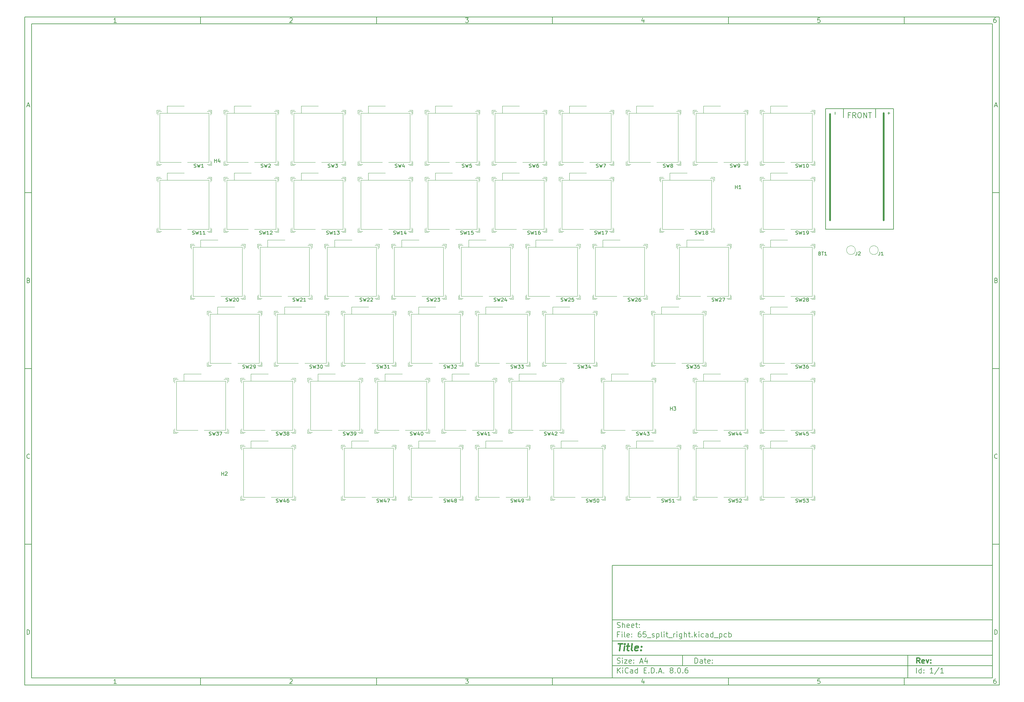
<source format=gbr>
%TF.GenerationSoftware,KiCad,Pcbnew,8.0.6*%
%TF.CreationDate,2025-05-11T12:41:04+09:00*%
%TF.ProjectId,65_split_right,36355f73-706c-4697-945f-72696768742e,rev?*%
%TF.SameCoordinates,PXf7b735cPY2136a30*%
%TF.FileFunction,Legend,Top*%
%TF.FilePolarity,Positive*%
%FSLAX46Y46*%
G04 Gerber Fmt 4.6, Leading zero omitted, Abs format (unit mm)*
G04 Created by KiCad (PCBNEW 8.0.6) date 2025-05-11 12:41:04*
%MOMM*%
%LPD*%
G01*
G04 APERTURE LIST*
%ADD10C,0.100000*%
%ADD11C,0.150000*%
%ADD12C,0.300000*%
%ADD13C,0.400000*%
%ADD14C,0.200000*%
%ADD15C,0.120000*%
%ADD16C,0.500000*%
G04 APERTURE END LIST*
D10*
D11*
X-82746500Y-131180400D02*
X25253500Y-131180400D01*
X25253500Y-163180400D01*
X-82746500Y-163180400D01*
X-82746500Y-131180400D01*
D10*
D11*
X-249748700Y24826800D02*
X27253500Y24826800D01*
X27253500Y-165180400D01*
X-249748700Y-165180400D01*
X-249748700Y24826800D01*
D10*
D11*
X-247748700Y22826800D02*
X25253500Y22826800D01*
X25253500Y-163180400D01*
X-247748700Y-163180400D01*
X-247748700Y22826800D01*
D10*
D11*
X-199748700Y22826800D02*
X-199748700Y24826800D01*
D10*
D11*
X-149748700Y22826800D02*
X-149748700Y24826800D01*
D10*
D11*
X-99748700Y22826800D02*
X-99748700Y24826800D01*
D10*
D11*
X-49748700Y22826800D02*
X-49748700Y24826800D01*
D10*
D11*
X251300Y22826800D02*
X251300Y24826800D01*
D10*
D11*
X-223659540Y23233196D02*
X-224402397Y23233196D01*
X-224030969Y23233196D02*
X-224030969Y24533196D01*
X-224030969Y24533196D02*
X-224154778Y24347481D01*
X-224154778Y24347481D02*
X-224278588Y24223672D01*
X-224278588Y24223672D02*
X-224402397Y24161767D01*
D10*
D11*
X-174402397Y24409386D02*
X-174340493Y24471291D01*
X-174340493Y24471291D02*
X-174216683Y24533196D01*
X-174216683Y24533196D02*
X-173907159Y24533196D01*
X-173907159Y24533196D02*
X-173783350Y24471291D01*
X-173783350Y24471291D02*
X-173721445Y24409386D01*
X-173721445Y24409386D02*
X-173659540Y24285577D01*
X-173659540Y24285577D02*
X-173659540Y24161767D01*
X-173659540Y24161767D02*
X-173721445Y23976053D01*
X-173721445Y23976053D02*
X-174464302Y23233196D01*
X-174464302Y23233196D02*
X-173659540Y23233196D01*
D10*
D11*
X-124464302Y24533196D02*
X-123659540Y24533196D01*
X-123659540Y24533196D02*
X-124092874Y24037958D01*
X-124092874Y24037958D02*
X-123907159Y24037958D01*
X-123907159Y24037958D02*
X-123783350Y23976053D01*
X-123783350Y23976053D02*
X-123721445Y23914148D01*
X-123721445Y23914148D02*
X-123659540Y23790339D01*
X-123659540Y23790339D02*
X-123659540Y23480815D01*
X-123659540Y23480815D02*
X-123721445Y23357005D01*
X-123721445Y23357005D02*
X-123783350Y23295100D01*
X-123783350Y23295100D02*
X-123907159Y23233196D01*
X-123907159Y23233196D02*
X-124278588Y23233196D01*
X-124278588Y23233196D02*
X-124402397Y23295100D01*
X-124402397Y23295100D02*
X-124464302Y23357005D01*
D10*
D11*
X-73783350Y24099862D02*
X-73783350Y23233196D01*
X-74092874Y24595100D02*
X-74402397Y23666529D01*
X-74402397Y23666529D02*
X-73597636Y23666529D01*
D10*
D11*
X-23721445Y24533196D02*
X-24340493Y24533196D01*
X-24340493Y24533196D02*
X-24402397Y23914148D01*
X-24402397Y23914148D02*
X-24340493Y23976053D01*
X-24340493Y23976053D02*
X-24216683Y24037958D01*
X-24216683Y24037958D02*
X-23907159Y24037958D01*
X-23907159Y24037958D02*
X-23783350Y23976053D01*
X-23783350Y23976053D02*
X-23721445Y23914148D01*
X-23721445Y23914148D02*
X-23659540Y23790339D01*
X-23659540Y23790339D02*
X-23659540Y23480815D01*
X-23659540Y23480815D02*
X-23721445Y23357005D01*
X-23721445Y23357005D02*
X-23783350Y23295100D01*
X-23783350Y23295100D02*
X-23907159Y23233196D01*
X-23907159Y23233196D02*
X-24216683Y23233196D01*
X-24216683Y23233196D02*
X-24340493Y23295100D01*
X-24340493Y23295100D02*
X-24402397Y23357005D01*
D10*
D11*
X26216650Y24533196D02*
X25969031Y24533196D01*
X25969031Y24533196D02*
X25845222Y24471291D01*
X25845222Y24471291D02*
X25783317Y24409386D01*
X25783317Y24409386D02*
X25659507Y24223672D01*
X25659507Y24223672D02*
X25597603Y23976053D01*
X25597603Y23976053D02*
X25597603Y23480815D01*
X25597603Y23480815D02*
X25659507Y23357005D01*
X25659507Y23357005D02*
X25721412Y23295100D01*
X25721412Y23295100D02*
X25845222Y23233196D01*
X25845222Y23233196D02*
X26092841Y23233196D01*
X26092841Y23233196D02*
X26216650Y23295100D01*
X26216650Y23295100D02*
X26278555Y23357005D01*
X26278555Y23357005D02*
X26340460Y23480815D01*
X26340460Y23480815D02*
X26340460Y23790339D01*
X26340460Y23790339D02*
X26278555Y23914148D01*
X26278555Y23914148D02*
X26216650Y23976053D01*
X26216650Y23976053D02*
X26092841Y24037958D01*
X26092841Y24037958D02*
X25845222Y24037958D01*
X25845222Y24037958D02*
X25721412Y23976053D01*
X25721412Y23976053D02*
X25659507Y23914148D01*
X25659507Y23914148D02*
X25597603Y23790339D01*
D10*
D11*
X-199748700Y-163180400D02*
X-199748700Y-165180400D01*
D10*
D11*
X-149748700Y-163180400D02*
X-149748700Y-165180400D01*
D10*
D11*
X-99748700Y-163180400D02*
X-99748700Y-165180400D01*
D10*
D11*
X-49748700Y-163180400D02*
X-49748700Y-165180400D01*
D10*
D11*
X251300Y-163180400D02*
X251300Y-165180400D01*
D10*
D11*
X-223659540Y-164774004D02*
X-224402397Y-164774004D01*
X-224030969Y-164774004D02*
X-224030969Y-163474004D01*
X-224030969Y-163474004D02*
X-224154778Y-163659719D01*
X-224154778Y-163659719D02*
X-224278588Y-163783528D01*
X-224278588Y-163783528D02*
X-224402397Y-163845433D01*
D10*
D11*
X-174402397Y-163597814D02*
X-174340493Y-163535909D01*
X-174340493Y-163535909D02*
X-174216683Y-163474004D01*
X-174216683Y-163474004D02*
X-173907159Y-163474004D01*
X-173907159Y-163474004D02*
X-173783350Y-163535909D01*
X-173783350Y-163535909D02*
X-173721445Y-163597814D01*
X-173721445Y-163597814D02*
X-173659540Y-163721623D01*
X-173659540Y-163721623D02*
X-173659540Y-163845433D01*
X-173659540Y-163845433D02*
X-173721445Y-164031147D01*
X-173721445Y-164031147D02*
X-174464302Y-164774004D01*
X-174464302Y-164774004D02*
X-173659540Y-164774004D01*
D10*
D11*
X-124464302Y-163474004D02*
X-123659540Y-163474004D01*
X-123659540Y-163474004D02*
X-124092874Y-163969242D01*
X-124092874Y-163969242D02*
X-123907159Y-163969242D01*
X-123907159Y-163969242D02*
X-123783350Y-164031147D01*
X-123783350Y-164031147D02*
X-123721445Y-164093052D01*
X-123721445Y-164093052D02*
X-123659540Y-164216861D01*
X-123659540Y-164216861D02*
X-123659540Y-164526385D01*
X-123659540Y-164526385D02*
X-123721445Y-164650195D01*
X-123721445Y-164650195D02*
X-123783350Y-164712100D01*
X-123783350Y-164712100D02*
X-123907159Y-164774004D01*
X-123907159Y-164774004D02*
X-124278588Y-164774004D01*
X-124278588Y-164774004D02*
X-124402397Y-164712100D01*
X-124402397Y-164712100D02*
X-124464302Y-164650195D01*
D10*
D11*
X-73783350Y-163907338D02*
X-73783350Y-164774004D01*
X-74092874Y-163412100D02*
X-74402397Y-164340671D01*
X-74402397Y-164340671D02*
X-73597636Y-164340671D01*
D10*
D11*
X-23721445Y-163474004D02*
X-24340493Y-163474004D01*
X-24340493Y-163474004D02*
X-24402397Y-164093052D01*
X-24402397Y-164093052D02*
X-24340493Y-164031147D01*
X-24340493Y-164031147D02*
X-24216683Y-163969242D01*
X-24216683Y-163969242D02*
X-23907159Y-163969242D01*
X-23907159Y-163969242D02*
X-23783350Y-164031147D01*
X-23783350Y-164031147D02*
X-23721445Y-164093052D01*
X-23721445Y-164093052D02*
X-23659540Y-164216861D01*
X-23659540Y-164216861D02*
X-23659540Y-164526385D01*
X-23659540Y-164526385D02*
X-23721445Y-164650195D01*
X-23721445Y-164650195D02*
X-23783350Y-164712100D01*
X-23783350Y-164712100D02*
X-23907159Y-164774004D01*
X-23907159Y-164774004D02*
X-24216683Y-164774004D01*
X-24216683Y-164774004D02*
X-24340493Y-164712100D01*
X-24340493Y-164712100D02*
X-24402397Y-164650195D01*
D10*
D11*
X26216650Y-163474004D02*
X25969031Y-163474004D01*
X25969031Y-163474004D02*
X25845222Y-163535909D01*
X25845222Y-163535909D02*
X25783317Y-163597814D01*
X25783317Y-163597814D02*
X25659507Y-163783528D01*
X25659507Y-163783528D02*
X25597603Y-164031147D01*
X25597603Y-164031147D02*
X25597603Y-164526385D01*
X25597603Y-164526385D02*
X25659507Y-164650195D01*
X25659507Y-164650195D02*
X25721412Y-164712100D01*
X25721412Y-164712100D02*
X25845222Y-164774004D01*
X25845222Y-164774004D02*
X26092841Y-164774004D01*
X26092841Y-164774004D02*
X26216650Y-164712100D01*
X26216650Y-164712100D02*
X26278555Y-164650195D01*
X26278555Y-164650195D02*
X26340460Y-164526385D01*
X26340460Y-164526385D02*
X26340460Y-164216861D01*
X26340460Y-164216861D02*
X26278555Y-164093052D01*
X26278555Y-164093052D02*
X26216650Y-164031147D01*
X26216650Y-164031147D02*
X26092841Y-163969242D01*
X26092841Y-163969242D02*
X25845222Y-163969242D01*
X25845222Y-163969242D02*
X25721412Y-164031147D01*
X25721412Y-164031147D02*
X25659507Y-164093052D01*
X25659507Y-164093052D02*
X25597603Y-164216861D01*
D10*
D11*
X-249748700Y-25173200D02*
X-247748700Y-25173200D01*
D10*
D11*
X-249748700Y-75173200D02*
X-247748700Y-75173200D01*
D10*
D11*
X-249748700Y-125173200D02*
X-247748700Y-125173200D01*
D10*
D11*
X-249058224Y-395376D02*
X-248439177Y-395376D01*
X-249182034Y-766804D02*
X-248748701Y533196D01*
X-248748701Y533196D02*
X-248315367Y-766804D01*
D10*
D11*
X-248655843Y-50085852D02*
X-248470129Y-50147757D01*
X-248470129Y-50147757D02*
X-248408224Y-50209661D01*
X-248408224Y-50209661D02*
X-248346320Y-50333471D01*
X-248346320Y-50333471D02*
X-248346320Y-50519185D01*
X-248346320Y-50519185D02*
X-248408224Y-50642995D01*
X-248408224Y-50642995D02*
X-248470129Y-50704900D01*
X-248470129Y-50704900D02*
X-248593939Y-50766804D01*
X-248593939Y-50766804D02*
X-249089177Y-50766804D01*
X-249089177Y-50766804D02*
X-249089177Y-49466804D01*
X-249089177Y-49466804D02*
X-248655843Y-49466804D01*
X-248655843Y-49466804D02*
X-248532034Y-49528709D01*
X-248532034Y-49528709D02*
X-248470129Y-49590614D01*
X-248470129Y-49590614D02*
X-248408224Y-49714423D01*
X-248408224Y-49714423D02*
X-248408224Y-49838233D01*
X-248408224Y-49838233D02*
X-248470129Y-49962042D01*
X-248470129Y-49962042D02*
X-248532034Y-50023947D01*
X-248532034Y-50023947D02*
X-248655843Y-50085852D01*
X-248655843Y-50085852D02*
X-249089177Y-50085852D01*
D10*
D11*
X-248346320Y-100642995D02*
X-248408224Y-100704900D01*
X-248408224Y-100704900D02*
X-248593939Y-100766804D01*
X-248593939Y-100766804D02*
X-248717748Y-100766804D01*
X-248717748Y-100766804D02*
X-248903462Y-100704900D01*
X-248903462Y-100704900D02*
X-249027272Y-100581090D01*
X-249027272Y-100581090D02*
X-249089177Y-100457280D01*
X-249089177Y-100457280D02*
X-249151081Y-100209661D01*
X-249151081Y-100209661D02*
X-249151081Y-100023947D01*
X-249151081Y-100023947D02*
X-249089177Y-99776328D01*
X-249089177Y-99776328D02*
X-249027272Y-99652519D01*
X-249027272Y-99652519D02*
X-248903462Y-99528709D01*
X-248903462Y-99528709D02*
X-248717748Y-99466804D01*
X-248717748Y-99466804D02*
X-248593939Y-99466804D01*
X-248593939Y-99466804D02*
X-248408224Y-99528709D01*
X-248408224Y-99528709D02*
X-248346320Y-99590614D01*
D10*
D11*
X-249089177Y-150766804D02*
X-249089177Y-149466804D01*
X-249089177Y-149466804D02*
X-248779653Y-149466804D01*
X-248779653Y-149466804D02*
X-248593939Y-149528709D01*
X-248593939Y-149528709D02*
X-248470129Y-149652519D01*
X-248470129Y-149652519D02*
X-248408224Y-149776328D01*
X-248408224Y-149776328D02*
X-248346320Y-150023947D01*
X-248346320Y-150023947D02*
X-248346320Y-150209661D01*
X-248346320Y-150209661D02*
X-248408224Y-150457280D01*
X-248408224Y-150457280D02*
X-248470129Y-150581090D01*
X-248470129Y-150581090D02*
X-248593939Y-150704900D01*
X-248593939Y-150704900D02*
X-248779653Y-150766804D01*
X-248779653Y-150766804D02*
X-249089177Y-150766804D01*
D10*
D11*
X27253500Y-25173200D02*
X25253500Y-25173200D01*
D10*
D11*
X27253500Y-75173200D02*
X25253500Y-75173200D01*
D10*
D11*
X27253500Y-125173200D02*
X25253500Y-125173200D01*
D10*
D11*
X25943976Y-395376D02*
X26563023Y-395376D01*
X25820166Y-766804D02*
X26253499Y533196D01*
X26253499Y533196D02*
X26686833Y-766804D01*
D10*
D11*
X26346357Y-50085852D02*
X26532071Y-50147757D01*
X26532071Y-50147757D02*
X26593976Y-50209661D01*
X26593976Y-50209661D02*
X26655880Y-50333471D01*
X26655880Y-50333471D02*
X26655880Y-50519185D01*
X26655880Y-50519185D02*
X26593976Y-50642995D01*
X26593976Y-50642995D02*
X26532071Y-50704900D01*
X26532071Y-50704900D02*
X26408261Y-50766804D01*
X26408261Y-50766804D02*
X25913023Y-50766804D01*
X25913023Y-50766804D02*
X25913023Y-49466804D01*
X25913023Y-49466804D02*
X26346357Y-49466804D01*
X26346357Y-49466804D02*
X26470166Y-49528709D01*
X26470166Y-49528709D02*
X26532071Y-49590614D01*
X26532071Y-49590614D02*
X26593976Y-49714423D01*
X26593976Y-49714423D02*
X26593976Y-49838233D01*
X26593976Y-49838233D02*
X26532071Y-49962042D01*
X26532071Y-49962042D02*
X26470166Y-50023947D01*
X26470166Y-50023947D02*
X26346357Y-50085852D01*
X26346357Y-50085852D02*
X25913023Y-50085852D01*
D10*
D11*
X26655880Y-100642995D02*
X26593976Y-100704900D01*
X26593976Y-100704900D02*
X26408261Y-100766804D01*
X26408261Y-100766804D02*
X26284452Y-100766804D01*
X26284452Y-100766804D02*
X26098738Y-100704900D01*
X26098738Y-100704900D02*
X25974928Y-100581090D01*
X25974928Y-100581090D02*
X25913023Y-100457280D01*
X25913023Y-100457280D02*
X25851119Y-100209661D01*
X25851119Y-100209661D02*
X25851119Y-100023947D01*
X25851119Y-100023947D02*
X25913023Y-99776328D01*
X25913023Y-99776328D02*
X25974928Y-99652519D01*
X25974928Y-99652519D02*
X26098738Y-99528709D01*
X26098738Y-99528709D02*
X26284452Y-99466804D01*
X26284452Y-99466804D02*
X26408261Y-99466804D01*
X26408261Y-99466804D02*
X26593976Y-99528709D01*
X26593976Y-99528709D02*
X26655880Y-99590614D01*
D10*
D11*
X25913023Y-150766804D02*
X25913023Y-149466804D01*
X25913023Y-149466804D02*
X26222547Y-149466804D01*
X26222547Y-149466804D02*
X26408261Y-149528709D01*
X26408261Y-149528709D02*
X26532071Y-149652519D01*
X26532071Y-149652519D02*
X26593976Y-149776328D01*
X26593976Y-149776328D02*
X26655880Y-150023947D01*
X26655880Y-150023947D02*
X26655880Y-150209661D01*
X26655880Y-150209661D02*
X26593976Y-150457280D01*
X26593976Y-150457280D02*
X26532071Y-150581090D01*
X26532071Y-150581090D02*
X26408261Y-150704900D01*
X26408261Y-150704900D02*
X26222547Y-150766804D01*
X26222547Y-150766804D02*
X25913023Y-150766804D01*
D10*
D11*
X-59290674Y-158966528D02*
X-59290674Y-157466528D01*
X-59290674Y-157466528D02*
X-58933531Y-157466528D01*
X-58933531Y-157466528D02*
X-58719245Y-157537957D01*
X-58719245Y-157537957D02*
X-58576388Y-157680814D01*
X-58576388Y-157680814D02*
X-58504959Y-157823671D01*
X-58504959Y-157823671D02*
X-58433531Y-158109385D01*
X-58433531Y-158109385D02*
X-58433531Y-158323671D01*
X-58433531Y-158323671D02*
X-58504959Y-158609385D01*
X-58504959Y-158609385D02*
X-58576388Y-158752242D01*
X-58576388Y-158752242D02*
X-58719245Y-158895100D01*
X-58719245Y-158895100D02*
X-58933531Y-158966528D01*
X-58933531Y-158966528D02*
X-59290674Y-158966528D01*
X-57147816Y-158966528D02*
X-57147816Y-158180814D01*
X-57147816Y-158180814D02*
X-57219245Y-158037957D01*
X-57219245Y-158037957D02*
X-57362102Y-157966528D01*
X-57362102Y-157966528D02*
X-57647816Y-157966528D01*
X-57647816Y-157966528D02*
X-57790674Y-158037957D01*
X-57147816Y-158895100D02*
X-57290674Y-158966528D01*
X-57290674Y-158966528D02*
X-57647816Y-158966528D01*
X-57647816Y-158966528D02*
X-57790674Y-158895100D01*
X-57790674Y-158895100D02*
X-57862102Y-158752242D01*
X-57862102Y-158752242D02*
X-57862102Y-158609385D01*
X-57862102Y-158609385D02*
X-57790674Y-158466528D01*
X-57790674Y-158466528D02*
X-57647816Y-158395100D01*
X-57647816Y-158395100D02*
X-57290674Y-158395100D01*
X-57290674Y-158395100D02*
X-57147816Y-158323671D01*
X-56647816Y-157966528D02*
X-56076388Y-157966528D01*
X-56433531Y-157466528D02*
X-56433531Y-158752242D01*
X-56433531Y-158752242D02*
X-56362102Y-158895100D01*
X-56362102Y-158895100D02*
X-56219245Y-158966528D01*
X-56219245Y-158966528D02*
X-56076388Y-158966528D01*
X-55004959Y-158895100D02*
X-55147816Y-158966528D01*
X-55147816Y-158966528D02*
X-55433530Y-158966528D01*
X-55433530Y-158966528D02*
X-55576388Y-158895100D01*
X-55576388Y-158895100D02*
X-55647816Y-158752242D01*
X-55647816Y-158752242D02*
X-55647816Y-158180814D01*
X-55647816Y-158180814D02*
X-55576388Y-158037957D01*
X-55576388Y-158037957D02*
X-55433530Y-157966528D01*
X-55433530Y-157966528D02*
X-55147816Y-157966528D01*
X-55147816Y-157966528D02*
X-55004959Y-158037957D01*
X-55004959Y-158037957D02*
X-54933530Y-158180814D01*
X-54933530Y-158180814D02*
X-54933530Y-158323671D01*
X-54933530Y-158323671D02*
X-55647816Y-158466528D01*
X-54290674Y-158823671D02*
X-54219245Y-158895100D01*
X-54219245Y-158895100D02*
X-54290674Y-158966528D01*
X-54290674Y-158966528D02*
X-54362102Y-158895100D01*
X-54362102Y-158895100D02*
X-54290674Y-158823671D01*
X-54290674Y-158823671D02*
X-54290674Y-158966528D01*
X-54290674Y-158037957D02*
X-54219245Y-158109385D01*
X-54219245Y-158109385D02*
X-54290674Y-158180814D01*
X-54290674Y-158180814D02*
X-54362102Y-158109385D01*
X-54362102Y-158109385D02*
X-54290674Y-158037957D01*
X-54290674Y-158037957D02*
X-54290674Y-158180814D01*
D10*
D11*
X-82746500Y-159680400D02*
X25253500Y-159680400D01*
D10*
D11*
X-81290674Y-161766528D02*
X-81290674Y-160266528D01*
X-80433531Y-161766528D02*
X-81076388Y-160909385D01*
X-80433531Y-160266528D02*
X-81290674Y-161123671D01*
X-79790674Y-161766528D02*
X-79790674Y-160766528D01*
X-79790674Y-160266528D02*
X-79862102Y-160337957D01*
X-79862102Y-160337957D02*
X-79790674Y-160409385D01*
X-79790674Y-160409385D02*
X-79719245Y-160337957D01*
X-79719245Y-160337957D02*
X-79790674Y-160266528D01*
X-79790674Y-160266528D02*
X-79790674Y-160409385D01*
X-78219245Y-161623671D02*
X-78290673Y-161695100D01*
X-78290673Y-161695100D02*
X-78504959Y-161766528D01*
X-78504959Y-161766528D02*
X-78647816Y-161766528D01*
X-78647816Y-161766528D02*
X-78862102Y-161695100D01*
X-78862102Y-161695100D02*
X-79004959Y-161552242D01*
X-79004959Y-161552242D02*
X-79076388Y-161409385D01*
X-79076388Y-161409385D02*
X-79147816Y-161123671D01*
X-79147816Y-161123671D02*
X-79147816Y-160909385D01*
X-79147816Y-160909385D02*
X-79076388Y-160623671D01*
X-79076388Y-160623671D02*
X-79004959Y-160480814D01*
X-79004959Y-160480814D02*
X-78862102Y-160337957D01*
X-78862102Y-160337957D02*
X-78647816Y-160266528D01*
X-78647816Y-160266528D02*
X-78504959Y-160266528D01*
X-78504959Y-160266528D02*
X-78290673Y-160337957D01*
X-78290673Y-160337957D02*
X-78219245Y-160409385D01*
X-76933530Y-161766528D02*
X-76933530Y-160980814D01*
X-76933530Y-160980814D02*
X-77004959Y-160837957D01*
X-77004959Y-160837957D02*
X-77147816Y-160766528D01*
X-77147816Y-160766528D02*
X-77433530Y-160766528D01*
X-77433530Y-160766528D02*
X-77576388Y-160837957D01*
X-76933530Y-161695100D02*
X-77076388Y-161766528D01*
X-77076388Y-161766528D02*
X-77433530Y-161766528D01*
X-77433530Y-161766528D02*
X-77576388Y-161695100D01*
X-77576388Y-161695100D02*
X-77647816Y-161552242D01*
X-77647816Y-161552242D02*
X-77647816Y-161409385D01*
X-77647816Y-161409385D02*
X-77576388Y-161266528D01*
X-77576388Y-161266528D02*
X-77433530Y-161195100D01*
X-77433530Y-161195100D02*
X-77076388Y-161195100D01*
X-77076388Y-161195100D02*
X-76933530Y-161123671D01*
X-75576387Y-161766528D02*
X-75576387Y-160266528D01*
X-75576387Y-161695100D02*
X-75719245Y-161766528D01*
X-75719245Y-161766528D02*
X-76004959Y-161766528D01*
X-76004959Y-161766528D02*
X-76147816Y-161695100D01*
X-76147816Y-161695100D02*
X-76219245Y-161623671D01*
X-76219245Y-161623671D02*
X-76290673Y-161480814D01*
X-76290673Y-161480814D02*
X-76290673Y-161052242D01*
X-76290673Y-161052242D02*
X-76219245Y-160909385D01*
X-76219245Y-160909385D02*
X-76147816Y-160837957D01*
X-76147816Y-160837957D02*
X-76004959Y-160766528D01*
X-76004959Y-160766528D02*
X-75719245Y-160766528D01*
X-75719245Y-160766528D02*
X-75576387Y-160837957D01*
X-73719245Y-160980814D02*
X-73219245Y-160980814D01*
X-73004959Y-161766528D02*
X-73719245Y-161766528D01*
X-73719245Y-161766528D02*
X-73719245Y-160266528D01*
X-73719245Y-160266528D02*
X-73004959Y-160266528D01*
X-72362102Y-161623671D02*
X-72290673Y-161695100D01*
X-72290673Y-161695100D02*
X-72362102Y-161766528D01*
X-72362102Y-161766528D02*
X-72433530Y-161695100D01*
X-72433530Y-161695100D02*
X-72362102Y-161623671D01*
X-72362102Y-161623671D02*
X-72362102Y-161766528D01*
X-71647816Y-161766528D02*
X-71647816Y-160266528D01*
X-71647816Y-160266528D02*
X-71290673Y-160266528D01*
X-71290673Y-160266528D02*
X-71076387Y-160337957D01*
X-71076387Y-160337957D02*
X-70933530Y-160480814D01*
X-70933530Y-160480814D02*
X-70862101Y-160623671D01*
X-70862101Y-160623671D02*
X-70790673Y-160909385D01*
X-70790673Y-160909385D02*
X-70790673Y-161123671D01*
X-70790673Y-161123671D02*
X-70862101Y-161409385D01*
X-70862101Y-161409385D02*
X-70933530Y-161552242D01*
X-70933530Y-161552242D02*
X-71076387Y-161695100D01*
X-71076387Y-161695100D02*
X-71290673Y-161766528D01*
X-71290673Y-161766528D02*
X-71647816Y-161766528D01*
X-70147816Y-161623671D02*
X-70076387Y-161695100D01*
X-70076387Y-161695100D02*
X-70147816Y-161766528D01*
X-70147816Y-161766528D02*
X-70219244Y-161695100D01*
X-70219244Y-161695100D02*
X-70147816Y-161623671D01*
X-70147816Y-161623671D02*
X-70147816Y-161766528D01*
X-69504958Y-161337957D02*
X-68790672Y-161337957D01*
X-69647815Y-161766528D02*
X-69147815Y-160266528D01*
X-69147815Y-160266528D02*
X-68647815Y-161766528D01*
X-68147816Y-161623671D02*
X-68076387Y-161695100D01*
X-68076387Y-161695100D02*
X-68147816Y-161766528D01*
X-68147816Y-161766528D02*
X-68219244Y-161695100D01*
X-68219244Y-161695100D02*
X-68147816Y-161623671D01*
X-68147816Y-161623671D02*
X-68147816Y-161766528D01*
X-66076387Y-160909385D02*
X-66219244Y-160837957D01*
X-66219244Y-160837957D02*
X-66290673Y-160766528D01*
X-66290673Y-160766528D02*
X-66362101Y-160623671D01*
X-66362101Y-160623671D02*
X-66362101Y-160552242D01*
X-66362101Y-160552242D02*
X-66290673Y-160409385D01*
X-66290673Y-160409385D02*
X-66219244Y-160337957D01*
X-66219244Y-160337957D02*
X-66076387Y-160266528D01*
X-66076387Y-160266528D02*
X-65790673Y-160266528D01*
X-65790673Y-160266528D02*
X-65647815Y-160337957D01*
X-65647815Y-160337957D02*
X-65576387Y-160409385D01*
X-65576387Y-160409385D02*
X-65504958Y-160552242D01*
X-65504958Y-160552242D02*
X-65504958Y-160623671D01*
X-65504958Y-160623671D02*
X-65576387Y-160766528D01*
X-65576387Y-160766528D02*
X-65647815Y-160837957D01*
X-65647815Y-160837957D02*
X-65790673Y-160909385D01*
X-65790673Y-160909385D02*
X-66076387Y-160909385D01*
X-66076387Y-160909385D02*
X-66219244Y-160980814D01*
X-66219244Y-160980814D02*
X-66290673Y-161052242D01*
X-66290673Y-161052242D02*
X-66362101Y-161195100D01*
X-66362101Y-161195100D02*
X-66362101Y-161480814D01*
X-66362101Y-161480814D02*
X-66290673Y-161623671D01*
X-66290673Y-161623671D02*
X-66219244Y-161695100D01*
X-66219244Y-161695100D02*
X-66076387Y-161766528D01*
X-66076387Y-161766528D02*
X-65790673Y-161766528D01*
X-65790673Y-161766528D02*
X-65647815Y-161695100D01*
X-65647815Y-161695100D02*
X-65576387Y-161623671D01*
X-65576387Y-161623671D02*
X-65504958Y-161480814D01*
X-65504958Y-161480814D02*
X-65504958Y-161195100D01*
X-65504958Y-161195100D02*
X-65576387Y-161052242D01*
X-65576387Y-161052242D02*
X-65647815Y-160980814D01*
X-65647815Y-160980814D02*
X-65790673Y-160909385D01*
X-64862102Y-161623671D02*
X-64790673Y-161695100D01*
X-64790673Y-161695100D02*
X-64862102Y-161766528D01*
X-64862102Y-161766528D02*
X-64933530Y-161695100D01*
X-64933530Y-161695100D02*
X-64862102Y-161623671D01*
X-64862102Y-161623671D02*
X-64862102Y-161766528D01*
X-63862101Y-160266528D02*
X-63719244Y-160266528D01*
X-63719244Y-160266528D02*
X-63576387Y-160337957D01*
X-63576387Y-160337957D02*
X-63504958Y-160409385D01*
X-63504958Y-160409385D02*
X-63433530Y-160552242D01*
X-63433530Y-160552242D02*
X-63362101Y-160837957D01*
X-63362101Y-160837957D02*
X-63362101Y-161195100D01*
X-63362101Y-161195100D02*
X-63433530Y-161480814D01*
X-63433530Y-161480814D02*
X-63504958Y-161623671D01*
X-63504958Y-161623671D02*
X-63576387Y-161695100D01*
X-63576387Y-161695100D02*
X-63719244Y-161766528D01*
X-63719244Y-161766528D02*
X-63862101Y-161766528D01*
X-63862101Y-161766528D02*
X-64004958Y-161695100D01*
X-64004958Y-161695100D02*
X-64076387Y-161623671D01*
X-64076387Y-161623671D02*
X-64147816Y-161480814D01*
X-64147816Y-161480814D02*
X-64219244Y-161195100D01*
X-64219244Y-161195100D02*
X-64219244Y-160837957D01*
X-64219244Y-160837957D02*
X-64147816Y-160552242D01*
X-64147816Y-160552242D02*
X-64076387Y-160409385D01*
X-64076387Y-160409385D02*
X-64004958Y-160337957D01*
X-64004958Y-160337957D02*
X-63862101Y-160266528D01*
X-62719245Y-161623671D02*
X-62647816Y-161695100D01*
X-62647816Y-161695100D02*
X-62719245Y-161766528D01*
X-62719245Y-161766528D02*
X-62790673Y-161695100D01*
X-62790673Y-161695100D02*
X-62719245Y-161623671D01*
X-62719245Y-161623671D02*
X-62719245Y-161766528D01*
X-61362101Y-160266528D02*
X-61647816Y-160266528D01*
X-61647816Y-160266528D02*
X-61790673Y-160337957D01*
X-61790673Y-160337957D02*
X-61862101Y-160409385D01*
X-61862101Y-160409385D02*
X-62004959Y-160623671D01*
X-62004959Y-160623671D02*
X-62076387Y-160909385D01*
X-62076387Y-160909385D02*
X-62076387Y-161480814D01*
X-62076387Y-161480814D02*
X-62004959Y-161623671D01*
X-62004959Y-161623671D02*
X-61933530Y-161695100D01*
X-61933530Y-161695100D02*
X-61790673Y-161766528D01*
X-61790673Y-161766528D02*
X-61504959Y-161766528D01*
X-61504959Y-161766528D02*
X-61362101Y-161695100D01*
X-61362101Y-161695100D02*
X-61290673Y-161623671D01*
X-61290673Y-161623671D02*
X-61219244Y-161480814D01*
X-61219244Y-161480814D02*
X-61219244Y-161123671D01*
X-61219244Y-161123671D02*
X-61290673Y-160980814D01*
X-61290673Y-160980814D02*
X-61362101Y-160909385D01*
X-61362101Y-160909385D02*
X-61504959Y-160837957D01*
X-61504959Y-160837957D02*
X-61790673Y-160837957D01*
X-61790673Y-160837957D02*
X-61933530Y-160909385D01*
X-61933530Y-160909385D02*
X-62004959Y-160980814D01*
X-62004959Y-160980814D02*
X-62076387Y-161123671D01*
D10*
D11*
X-82746500Y-156680400D02*
X25253500Y-156680400D01*
D10*
D12*
X4665153Y-158958728D02*
X4165153Y-158244442D01*
X3808010Y-158958728D02*
X3808010Y-157458728D01*
X3808010Y-157458728D02*
X4379439Y-157458728D01*
X4379439Y-157458728D02*
X4522296Y-157530157D01*
X4522296Y-157530157D02*
X4593725Y-157601585D01*
X4593725Y-157601585D02*
X4665153Y-157744442D01*
X4665153Y-157744442D02*
X4665153Y-157958728D01*
X4665153Y-157958728D02*
X4593725Y-158101585D01*
X4593725Y-158101585D02*
X4522296Y-158173014D01*
X4522296Y-158173014D02*
X4379439Y-158244442D01*
X4379439Y-158244442D02*
X3808010Y-158244442D01*
X5879439Y-158887300D02*
X5736582Y-158958728D01*
X5736582Y-158958728D02*
X5450868Y-158958728D01*
X5450868Y-158958728D02*
X5308010Y-158887300D01*
X5308010Y-158887300D02*
X5236582Y-158744442D01*
X5236582Y-158744442D02*
X5236582Y-158173014D01*
X5236582Y-158173014D02*
X5308010Y-158030157D01*
X5308010Y-158030157D02*
X5450868Y-157958728D01*
X5450868Y-157958728D02*
X5736582Y-157958728D01*
X5736582Y-157958728D02*
X5879439Y-158030157D01*
X5879439Y-158030157D02*
X5950868Y-158173014D01*
X5950868Y-158173014D02*
X5950868Y-158315871D01*
X5950868Y-158315871D02*
X5236582Y-158458728D01*
X6450867Y-157958728D02*
X6808010Y-158958728D01*
X6808010Y-158958728D02*
X7165153Y-157958728D01*
X7736581Y-158815871D02*
X7808010Y-158887300D01*
X7808010Y-158887300D02*
X7736581Y-158958728D01*
X7736581Y-158958728D02*
X7665153Y-158887300D01*
X7665153Y-158887300D02*
X7736581Y-158815871D01*
X7736581Y-158815871D02*
X7736581Y-158958728D01*
X7736581Y-158030157D02*
X7808010Y-158101585D01*
X7808010Y-158101585D02*
X7736581Y-158173014D01*
X7736581Y-158173014D02*
X7665153Y-158101585D01*
X7665153Y-158101585D02*
X7736581Y-158030157D01*
X7736581Y-158030157D02*
X7736581Y-158173014D01*
D10*
D11*
X-81362102Y-158895100D02*
X-81147816Y-158966528D01*
X-81147816Y-158966528D02*
X-80790674Y-158966528D01*
X-80790674Y-158966528D02*
X-80647816Y-158895100D01*
X-80647816Y-158895100D02*
X-80576388Y-158823671D01*
X-80576388Y-158823671D02*
X-80504959Y-158680814D01*
X-80504959Y-158680814D02*
X-80504959Y-158537957D01*
X-80504959Y-158537957D02*
X-80576388Y-158395100D01*
X-80576388Y-158395100D02*
X-80647816Y-158323671D01*
X-80647816Y-158323671D02*
X-80790674Y-158252242D01*
X-80790674Y-158252242D02*
X-81076388Y-158180814D01*
X-81076388Y-158180814D02*
X-81219245Y-158109385D01*
X-81219245Y-158109385D02*
X-81290674Y-158037957D01*
X-81290674Y-158037957D02*
X-81362102Y-157895100D01*
X-81362102Y-157895100D02*
X-81362102Y-157752242D01*
X-81362102Y-157752242D02*
X-81290674Y-157609385D01*
X-81290674Y-157609385D02*
X-81219245Y-157537957D01*
X-81219245Y-157537957D02*
X-81076388Y-157466528D01*
X-81076388Y-157466528D02*
X-80719245Y-157466528D01*
X-80719245Y-157466528D02*
X-80504959Y-157537957D01*
X-79862103Y-158966528D02*
X-79862103Y-157966528D01*
X-79862103Y-157466528D02*
X-79933531Y-157537957D01*
X-79933531Y-157537957D02*
X-79862103Y-157609385D01*
X-79862103Y-157609385D02*
X-79790674Y-157537957D01*
X-79790674Y-157537957D02*
X-79862103Y-157466528D01*
X-79862103Y-157466528D02*
X-79862103Y-157609385D01*
X-79290674Y-157966528D02*
X-78504959Y-157966528D01*
X-78504959Y-157966528D02*
X-79290674Y-158966528D01*
X-79290674Y-158966528D02*
X-78504959Y-158966528D01*
X-77362102Y-158895100D02*
X-77504959Y-158966528D01*
X-77504959Y-158966528D02*
X-77790673Y-158966528D01*
X-77790673Y-158966528D02*
X-77933531Y-158895100D01*
X-77933531Y-158895100D02*
X-78004959Y-158752242D01*
X-78004959Y-158752242D02*
X-78004959Y-158180814D01*
X-78004959Y-158180814D02*
X-77933531Y-158037957D01*
X-77933531Y-158037957D02*
X-77790673Y-157966528D01*
X-77790673Y-157966528D02*
X-77504959Y-157966528D01*
X-77504959Y-157966528D02*
X-77362102Y-158037957D01*
X-77362102Y-158037957D02*
X-77290673Y-158180814D01*
X-77290673Y-158180814D02*
X-77290673Y-158323671D01*
X-77290673Y-158323671D02*
X-78004959Y-158466528D01*
X-76647817Y-158823671D02*
X-76576388Y-158895100D01*
X-76576388Y-158895100D02*
X-76647817Y-158966528D01*
X-76647817Y-158966528D02*
X-76719245Y-158895100D01*
X-76719245Y-158895100D02*
X-76647817Y-158823671D01*
X-76647817Y-158823671D02*
X-76647817Y-158966528D01*
X-76647817Y-158037957D02*
X-76576388Y-158109385D01*
X-76576388Y-158109385D02*
X-76647817Y-158180814D01*
X-76647817Y-158180814D02*
X-76719245Y-158109385D01*
X-76719245Y-158109385D02*
X-76647817Y-158037957D01*
X-76647817Y-158037957D02*
X-76647817Y-158180814D01*
X-74862102Y-158537957D02*
X-74147816Y-158537957D01*
X-75004959Y-158966528D02*
X-74504959Y-157466528D01*
X-74504959Y-157466528D02*
X-74004959Y-158966528D01*
X-72862102Y-157966528D02*
X-72862102Y-158966528D01*
X-73219245Y-157395100D02*
X-73576388Y-158466528D01*
X-73576388Y-158466528D02*
X-72647817Y-158466528D01*
D10*
D11*
X3709326Y-161766528D02*
X3709326Y-160266528D01*
X5066470Y-161766528D02*
X5066470Y-160266528D01*
X5066470Y-161695100D02*
X4923612Y-161766528D01*
X4923612Y-161766528D02*
X4637898Y-161766528D01*
X4637898Y-161766528D02*
X4495041Y-161695100D01*
X4495041Y-161695100D02*
X4423612Y-161623671D01*
X4423612Y-161623671D02*
X4352184Y-161480814D01*
X4352184Y-161480814D02*
X4352184Y-161052242D01*
X4352184Y-161052242D02*
X4423612Y-160909385D01*
X4423612Y-160909385D02*
X4495041Y-160837957D01*
X4495041Y-160837957D02*
X4637898Y-160766528D01*
X4637898Y-160766528D02*
X4923612Y-160766528D01*
X4923612Y-160766528D02*
X5066470Y-160837957D01*
X5780755Y-161623671D02*
X5852184Y-161695100D01*
X5852184Y-161695100D02*
X5780755Y-161766528D01*
X5780755Y-161766528D02*
X5709327Y-161695100D01*
X5709327Y-161695100D02*
X5780755Y-161623671D01*
X5780755Y-161623671D02*
X5780755Y-161766528D01*
X5780755Y-160837957D02*
X5852184Y-160909385D01*
X5852184Y-160909385D02*
X5780755Y-160980814D01*
X5780755Y-160980814D02*
X5709327Y-160909385D01*
X5709327Y-160909385D02*
X5780755Y-160837957D01*
X5780755Y-160837957D02*
X5780755Y-160980814D01*
X8423613Y-161766528D02*
X7566470Y-161766528D01*
X7995041Y-161766528D02*
X7995041Y-160266528D01*
X7995041Y-160266528D02*
X7852184Y-160480814D01*
X7852184Y-160480814D02*
X7709327Y-160623671D01*
X7709327Y-160623671D02*
X7566470Y-160695100D01*
X10137898Y-160195100D02*
X8852184Y-162123671D01*
X11423613Y-161766528D02*
X10566470Y-161766528D01*
X10995041Y-161766528D02*
X10995041Y-160266528D01*
X10995041Y-160266528D02*
X10852184Y-160480814D01*
X10852184Y-160480814D02*
X10709327Y-160623671D01*
X10709327Y-160623671D02*
X10566470Y-160695100D01*
D10*
D11*
X-82746500Y-152680400D02*
X25253500Y-152680400D01*
D10*
D13*
X-81054772Y-153384838D02*
X-79911915Y-153384838D01*
X-80733343Y-155384838D02*
X-80483343Y-153384838D01*
X-79495248Y-155384838D02*
X-79328581Y-154051504D01*
X-79245248Y-153384838D02*
X-79352391Y-153480076D01*
X-79352391Y-153480076D02*
X-79269057Y-153575314D01*
X-79269057Y-153575314D02*
X-79161914Y-153480076D01*
X-79161914Y-153480076D02*
X-79245248Y-153384838D01*
X-79245248Y-153384838D02*
X-79269057Y-153575314D01*
X-78661914Y-154051504D02*
X-77900010Y-154051504D01*
X-78292867Y-153384838D02*
X-78507152Y-155099123D01*
X-78507152Y-155099123D02*
X-78435724Y-155289600D01*
X-78435724Y-155289600D02*
X-78257152Y-155384838D01*
X-78257152Y-155384838D02*
X-78066676Y-155384838D01*
X-77114295Y-155384838D02*
X-77292867Y-155289600D01*
X-77292867Y-155289600D02*
X-77364295Y-155099123D01*
X-77364295Y-155099123D02*
X-77150010Y-153384838D01*
X-75578581Y-155289600D02*
X-75780962Y-155384838D01*
X-75780962Y-155384838D02*
X-76161915Y-155384838D01*
X-76161915Y-155384838D02*
X-76340486Y-155289600D01*
X-76340486Y-155289600D02*
X-76411915Y-155099123D01*
X-76411915Y-155099123D02*
X-76316676Y-154337219D01*
X-76316676Y-154337219D02*
X-76197629Y-154146742D01*
X-76197629Y-154146742D02*
X-75995248Y-154051504D01*
X-75995248Y-154051504D02*
X-75614296Y-154051504D01*
X-75614296Y-154051504D02*
X-75435724Y-154146742D01*
X-75435724Y-154146742D02*
X-75364296Y-154337219D01*
X-75364296Y-154337219D02*
X-75388105Y-154527695D01*
X-75388105Y-154527695D02*
X-76364296Y-154718171D01*
X-74614295Y-155194361D02*
X-74530962Y-155289600D01*
X-74530962Y-155289600D02*
X-74638105Y-155384838D01*
X-74638105Y-155384838D02*
X-74721438Y-155289600D01*
X-74721438Y-155289600D02*
X-74614295Y-155194361D01*
X-74614295Y-155194361D02*
X-74638105Y-155384838D01*
X-74483343Y-154146742D02*
X-74400010Y-154241980D01*
X-74400010Y-154241980D02*
X-74507152Y-154337219D01*
X-74507152Y-154337219D02*
X-74590486Y-154241980D01*
X-74590486Y-154241980D02*
X-74483343Y-154146742D01*
X-74483343Y-154146742D02*
X-74507152Y-154337219D01*
D10*
D11*
X-80790674Y-150780814D02*
X-81290674Y-150780814D01*
X-81290674Y-151566528D02*
X-81290674Y-150066528D01*
X-81290674Y-150066528D02*
X-80576388Y-150066528D01*
X-80004960Y-151566528D02*
X-80004960Y-150566528D01*
X-80004960Y-150066528D02*
X-80076388Y-150137957D01*
X-80076388Y-150137957D02*
X-80004960Y-150209385D01*
X-80004960Y-150209385D02*
X-79933531Y-150137957D01*
X-79933531Y-150137957D02*
X-80004960Y-150066528D01*
X-80004960Y-150066528D02*
X-80004960Y-150209385D01*
X-79076388Y-151566528D02*
X-79219245Y-151495100D01*
X-79219245Y-151495100D02*
X-79290674Y-151352242D01*
X-79290674Y-151352242D02*
X-79290674Y-150066528D01*
X-77933531Y-151495100D02*
X-78076388Y-151566528D01*
X-78076388Y-151566528D02*
X-78362102Y-151566528D01*
X-78362102Y-151566528D02*
X-78504960Y-151495100D01*
X-78504960Y-151495100D02*
X-78576388Y-151352242D01*
X-78576388Y-151352242D02*
X-78576388Y-150780814D01*
X-78576388Y-150780814D02*
X-78504960Y-150637957D01*
X-78504960Y-150637957D02*
X-78362102Y-150566528D01*
X-78362102Y-150566528D02*
X-78076388Y-150566528D01*
X-78076388Y-150566528D02*
X-77933531Y-150637957D01*
X-77933531Y-150637957D02*
X-77862102Y-150780814D01*
X-77862102Y-150780814D02*
X-77862102Y-150923671D01*
X-77862102Y-150923671D02*
X-78576388Y-151066528D01*
X-77219246Y-151423671D02*
X-77147817Y-151495100D01*
X-77147817Y-151495100D02*
X-77219246Y-151566528D01*
X-77219246Y-151566528D02*
X-77290674Y-151495100D01*
X-77290674Y-151495100D02*
X-77219246Y-151423671D01*
X-77219246Y-151423671D02*
X-77219246Y-151566528D01*
X-77219246Y-150637957D02*
X-77147817Y-150709385D01*
X-77147817Y-150709385D02*
X-77219246Y-150780814D01*
X-77219246Y-150780814D02*
X-77290674Y-150709385D01*
X-77290674Y-150709385D02*
X-77219246Y-150637957D01*
X-77219246Y-150637957D02*
X-77219246Y-150780814D01*
X-74719245Y-150066528D02*
X-75004960Y-150066528D01*
X-75004960Y-150066528D02*
X-75147817Y-150137957D01*
X-75147817Y-150137957D02*
X-75219245Y-150209385D01*
X-75219245Y-150209385D02*
X-75362103Y-150423671D01*
X-75362103Y-150423671D02*
X-75433531Y-150709385D01*
X-75433531Y-150709385D02*
X-75433531Y-151280814D01*
X-75433531Y-151280814D02*
X-75362103Y-151423671D01*
X-75362103Y-151423671D02*
X-75290674Y-151495100D01*
X-75290674Y-151495100D02*
X-75147817Y-151566528D01*
X-75147817Y-151566528D02*
X-74862103Y-151566528D01*
X-74862103Y-151566528D02*
X-74719245Y-151495100D01*
X-74719245Y-151495100D02*
X-74647817Y-151423671D01*
X-74647817Y-151423671D02*
X-74576388Y-151280814D01*
X-74576388Y-151280814D02*
X-74576388Y-150923671D01*
X-74576388Y-150923671D02*
X-74647817Y-150780814D01*
X-74647817Y-150780814D02*
X-74719245Y-150709385D01*
X-74719245Y-150709385D02*
X-74862103Y-150637957D01*
X-74862103Y-150637957D02*
X-75147817Y-150637957D01*
X-75147817Y-150637957D02*
X-75290674Y-150709385D01*
X-75290674Y-150709385D02*
X-75362103Y-150780814D01*
X-75362103Y-150780814D02*
X-75433531Y-150923671D01*
X-73219246Y-150066528D02*
X-73933532Y-150066528D01*
X-73933532Y-150066528D02*
X-74004960Y-150780814D01*
X-74004960Y-150780814D02*
X-73933532Y-150709385D01*
X-73933532Y-150709385D02*
X-73790674Y-150637957D01*
X-73790674Y-150637957D02*
X-73433532Y-150637957D01*
X-73433532Y-150637957D02*
X-73290674Y-150709385D01*
X-73290674Y-150709385D02*
X-73219246Y-150780814D01*
X-73219246Y-150780814D02*
X-73147817Y-150923671D01*
X-73147817Y-150923671D02*
X-73147817Y-151280814D01*
X-73147817Y-151280814D02*
X-73219246Y-151423671D01*
X-73219246Y-151423671D02*
X-73290674Y-151495100D01*
X-73290674Y-151495100D02*
X-73433532Y-151566528D01*
X-73433532Y-151566528D02*
X-73790674Y-151566528D01*
X-73790674Y-151566528D02*
X-73933532Y-151495100D01*
X-73933532Y-151495100D02*
X-74004960Y-151423671D01*
X-72862103Y-151709385D02*
X-71719246Y-151709385D01*
X-71433532Y-151495100D02*
X-71290675Y-151566528D01*
X-71290675Y-151566528D02*
X-71004961Y-151566528D01*
X-71004961Y-151566528D02*
X-70862104Y-151495100D01*
X-70862104Y-151495100D02*
X-70790675Y-151352242D01*
X-70790675Y-151352242D02*
X-70790675Y-151280814D01*
X-70790675Y-151280814D02*
X-70862104Y-151137957D01*
X-70862104Y-151137957D02*
X-71004961Y-151066528D01*
X-71004961Y-151066528D02*
X-71219246Y-151066528D01*
X-71219246Y-151066528D02*
X-71362104Y-150995100D01*
X-71362104Y-150995100D02*
X-71433532Y-150852242D01*
X-71433532Y-150852242D02*
X-71433532Y-150780814D01*
X-71433532Y-150780814D02*
X-71362104Y-150637957D01*
X-71362104Y-150637957D02*
X-71219246Y-150566528D01*
X-71219246Y-150566528D02*
X-71004961Y-150566528D01*
X-71004961Y-150566528D02*
X-70862104Y-150637957D01*
X-70147818Y-150566528D02*
X-70147818Y-152066528D01*
X-70147818Y-150637957D02*
X-70004960Y-150566528D01*
X-70004960Y-150566528D02*
X-69719246Y-150566528D01*
X-69719246Y-150566528D02*
X-69576389Y-150637957D01*
X-69576389Y-150637957D02*
X-69504960Y-150709385D01*
X-69504960Y-150709385D02*
X-69433532Y-150852242D01*
X-69433532Y-150852242D02*
X-69433532Y-151280814D01*
X-69433532Y-151280814D02*
X-69504960Y-151423671D01*
X-69504960Y-151423671D02*
X-69576389Y-151495100D01*
X-69576389Y-151495100D02*
X-69719246Y-151566528D01*
X-69719246Y-151566528D02*
X-70004960Y-151566528D01*
X-70004960Y-151566528D02*
X-70147818Y-151495100D01*
X-68576389Y-151566528D02*
X-68719246Y-151495100D01*
X-68719246Y-151495100D02*
X-68790675Y-151352242D01*
X-68790675Y-151352242D02*
X-68790675Y-150066528D01*
X-68004961Y-151566528D02*
X-68004961Y-150566528D01*
X-68004961Y-150066528D02*
X-68076389Y-150137957D01*
X-68076389Y-150137957D02*
X-68004961Y-150209385D01*
X-68004961Y-150209385D02*
X-67933532Y-150137957D01*
X-67933532Y-150137957D02*
X-68004961Y-150066528D01*
X-68004961Y-150066528D02*
X-68004961Y-150209385D01*
X-67504960Y-150566528D02*
X-66933532Y-150566528D01*
X-67290675Y-150066528D02*
X-67290675Y-151352242D01*
X-67290675Y-151352242D02*
X-67219246Y-151495100D01*
X-67219246Y-151495100D02*
X-67076389Y-151566528D01*
X-67076389Y-151566528D02*
X-66933532Y-151566528D01*
X-66790674Y-151709385D02*
X-65647817Y-151709385D01*
X-65290675Y-151566528D02*
X-65290675Y-150566528D01*
X-65290675Y-150852242D02*
X-65219246Y-150709385D01*
X-65219246Y-150709385D02*
X-65147817Y-150637957D01*
X-65147817Y-150637957D02*
X-65004960Y-150566528D01*
X-65004960Y-150566528D02*
X-64862103Y-150566528D01*
X-64362104Y-151566528D02*
X-64362104Y-150566528D01*
X-64362104Y-150066528D02*
X-64433532Y-150137957D01*
X-64433532Y-150137957D02*
X-64362104Y-150209385D01*
X-64362104Y-150209385D02*
X-64290675Y-150137957D01*
X-64290675Y-150137957D02*
X-64362104Y-150066528D01*
X-64362104Y-150066528D02*
X-64362104Y-150209385D01*
X-63004960Y-150566528D02*
X-63004960Y-151780814D01*
X-63004960Y-151780814D02*
X-63076389Y-151923671D01*
X-63076389Y-151923671D02*
X-63147818Y-151995100D01*
X-63147818Y-151995100D02*
X-63290675Y-152066528D01*
X-63290675Y-152066528D02*
X-63504960Y-152066528D01*
X-63504960Y-152066528D02*
X-63647818Y-151995100D01*
X-63004960Y-151495100D02*
X-63147818Y-151566528D01*
X-63147818Y-151566528D02*
X-63433532Y-151566528D01*
X-63433532Y-151566528D02*
X-63576389Y-151495100D01*
X-63576389Y-151495100D02*
X-63647818Y-151423671D01*
X-63647818Y-151423671D02*
X-63719246Y-151280814D01*
X-63719246Y-151280814D02*
X-63719246Y-150852242D01*
X-63719246Y-150852242D02*
X-63647818Y-150709385D01*
X-63647818Y-150709385D02*
X-63576389Y-150637957D01*
X-63576389Y-150637957D02*
X-63433532Y-150566528D01*
X-63433532Y-150566528D02*
X-63147818Y-150566528D01*
X-63147818Y-150566528D02*
X-63004960Y-150637957D01*
X-62290675Y-151566528D02*
X-62290675Y-150066528D01*
X-61647817Y-151566528D02*
X-61647817Y-150780814D01*
X-61647817Y-150780814D02*
X-61719246Y-150637957D01*
X-61719246Y-150637957D02*
X-61862103Y-150566528D01*
X-61862103Y-150566528D02*
X-62076389Y-150566528D01*
X-62076389Y-150566528D02*
X-62219246Y-150637957D01*
X-62219246Y-150637957D02*
X-62290675Y-150709385D01*
X-61147817Y-150566528D02*
X-60576389Y-150566528D01*
X-60933532Y-150066528D02*
X-60933532Y-151352242D01*
X-60933532Y-151352242D02*
X-60862103Y-151495100D01*
X-60862103Y-151495100D02*
X-60719246Y-151566528D01*
X-60719246Y-151566528D02*
X-60576389Y-151566528D01*
X-60076389Y-151423671D02*
X-60004960Y-151495100D01*
X-60004960Y-151495100D02*
X-60076389Y-151566528D01*
X-60076389Y-151566528D02*
X-60147817Y-151495100D01*
X-60147817Y-151495100D02*
X-60076389Y-151423671D01*
X-60076389Y-151423671D02*
X-60076389Y-151566528D01*
X-59362103Y-151566528D02*
X-59362103Y-150066528D01*
X-59219245Y-150995100D02*
X-58790674Y-151566528D01*
X-58790674Y-150566528D02*
X-59362103Y-151137957D01*
X-58147817Y-151566528D02*
X-58147817Y-150566528D01*
X-58147817Y-150066528D02*
X-58219245Y-150137957D01*
X-58219245Y-150137957D02*
X-58147817Y-150209385D01*
X-58147817Y-150209385D02*
X-58076388Y-150137957D01*
X-58076388Y-150137957D02*
X-58147817Y-150066528D01*
X-58147817Y-150066528D02*
X-58147817Y-150209385D01*
X-56790673Y-151495100D02*
X-56933531Y-151566528D01*
X-56933531Y-151566528D02*
X-57219245Y-151566528D01*
X-57219245Y-151566528D02*
X-57362102Y-151495100D01*
X-57362102Y-151495100D02*
X-57433531Y-151423671D01*
X-57433531Y-151423671D02*
X-57504959Y-151280814D01*
X-57504959Y-151280814D02*
X-57504959Y-150852242D01*
X-57504959Y-150852242D02*
X-57433531Y-150709385D01*
X-57433531Y-150709385D02*
X-57362102Y-150637957D01*
X-57362102Y-150637957D02*
X-57219245Y-150566528D01*
X-57219245Y-150566528D02*
X-56933531Y-150566528D01*
X-56933531Y-150566528D02*
X-56790673Y-150637957D01*
X-55504959Y-151566528D02*
X-55504959Y-150780814D01*
X-55504959Y-150780814D02*
X-55576388Y-150637957D01*
X-55576388Y-150637957D02*
X-55719245Y-150566528D01*
X-55719245Y-150566528D02*
X-56004959Y-150566528D01*
X-56004959Y-150566528D02*
X-56147817Y-150637957D01*
X-55504959Y-151495100D02*
X-55647817Y-151566528D01*
X-55647817Y-151566528D02*
X-56004959Y-151566528D01*
X-56004959Y-151566528D02*
X-56147817Y-151495100D01*
X-56147817Y-151495100D02*
X-56219245Y-151352242D01*
X-56219245Y-151352242D02*
X-56219245Y-151209385D01*
X-56219245Y-151209385D02*
X-56147817Y-151066528D01*
X-56147817Y-151066528D02*
X-56004959Y-150995100D01*
X-56004959Y-150995100D02*
X-55647817Y-150995100D01*
X-55647817Y-150995100D02*
X-55504959Y-150923671D01*
X-54147816Y-151566528D02*
X-54147816Y-150066528D01*
X-54147816Y-151495100D02*
X-54290674Y-151566528D01*
X-54290674Y-151566528D02*
X-54576388Y-151566528D01*
X-54576388Y-151566528D02*
X-54719245Y-151495100D01*
X-54719245Y-151495100D02*
X-54790674Y-151423671D01*
X-54790674Y-151423671D02*
X-54862102Y-151280814D01*
X-54862102Y-151280814D02*
X-54862102Y-150852242D01*
X-54862102Y-150852242D02*
X-54790674Y-150709385D01*
X-54790674Y-150709385D02*
X-54719245Y-150637957D01*
X-54719245Y-150637957D02*
X-54576388Y-150566528D01*
X-54576388Y-150566528D02*
X-54290674Y-150566528D01*
X-54290674Y-150566528D02*
X-54147816Y-150637957D01*
X-53790673Y-151709385D02*
X-52647816Y-151709385D01*
X-52290674Y-150566528D02*
X-52290674Y-152066528D01*
X-52290674Y-150637957D02*
X-52147816Y-150566528D01*
X-52147816Y-150566528D02*
X-51862102Y-150566528D01*
X-51862102Y-150566528D02*
X-51719245Y-150637957D01*
X-51719245Y-150637957D02*
X-51647816Y-150709385D01*
X-51647816Y-150709385D02*
X-51576388Y-150852242D01*
X-51576388Y-150852242D02*
X-51576388Y-151280814D01*
X-51576388Y-151280814D02*
X-51647816Y-151423671D01*
X-51647816Y-151423671D02*
X-51719245Y-151495100D01*
X-51719245Y-151495100D02*
X-51862102Y-151566528D01*
X-51862102Y-151566528D02*
X-52147816Y-151566528D01*
X-52147816Y-151566528D02*
X-52290674Y-151495100D01*
X-50290673Y-151495100D02*
X-50433531Y-151566528D01*
X-50433531Y-151566528D02*
X-50719245Y-151566528D01*
X-50719245Y-151566528D02*
X-50862102Y-151495100D01*
X-50862102Y-151495100D02*
X-50933531Y-151423671D01*
X-50933531Y-151423671D02*
X-51004959Y-151280814D01*
X-51004959Y-151280814D02*
X-51004959Y-150852242D01*
X-51004959Y-150852242D02*
X-50933531Y-150709385D01*
X-50933531Y-150709385D02*
X-50862102Y-150637957D01*
X-50862102Y-150637957D02*
X-50719245Y-150566528D01*
X-50719245Y-150566528D02*
X-50433531Y-150566528D01*
X-50433531Y-150566528D02*
X-50290673Y-150637957D01*
X-49647817Y-151566528D02*
X-49647817Y-150066528D01*
X-49647817Y-150637957D02*
X-49504959Y-150566528D01*
X-49504959Y-150566528D02*
X-49219245Y-150566528D01*
X-49219245Y-150566528D02*
X-49076388Y-150637957D01*
X-49076388Y-150637957D02*
X-49004959Y-150709385D01*
X-49004959Y-150709385D02*
X-48933531Y-150852242D01*
X-48933531Y-150852242D02*
X-48933531Y-151280814D01*
X-48933531Y-151280814D02*
X-49004959Y-151423671D01*
X-49004959Y-151423671D02*
X-49076388Y-151495100D01*
X-49076388Y-151495100D02*
X-49219245Y-151566528D01*
X-49219245Y-151566528D02*
X-49504959Y-151566528D01*
X-49504959Y-151566528D02*
X-49647817Y-151495100D01*
D10*
D11*
X-82746500Y-146680400D02*
X25253500Y-146680400D01*
D10*
D11*
X-81362102Y-148795100D02*
X-81147816Y-148866528D01*
X-81147816Y-148866528D02*
X-80790674Y-148866528D01*
X-80790674Y-148866528D02*
X-80647816Y-148795100D01*
X-80647816Y-148795100D02*
X-80576388Y-148723671D01*
X-80576388Y-148723671D02*
X-80504959Y-148580814D01*
X-80504959Y-148580814D02*
X-80504959Y-148437957D01*
X-80504959Y-148437957D02*
X-80576388Y-148295100D01*
X-80576388Y-148295100D02*
X-80647816Y-148223671D01*
X-80647816Y-148223671D02*
X-80790674Y-148152242D01*
X-80790674Y-148152242D02*
X-81076388Y-148080814D01*
X-81076388Y-148080814D02*
X-81219245Y-148009385D01*
X-81219245Y-148009385D02*
X-81290674Y-147937957D01*
X-81290674Y-147937957D02*
X-81362102Y-147795100D01*
X-81362102Y-147795100D02*
X-81362102Y-147652242D01*
X-81362102Y-147652242D02*
X-81290674Y-147509385D01*
X-81290674Y-147509385D02*
X-81219245Y-147437957D01*
X-81219245Y-147437957D02*
X-81076388Y-147366528D01*
X-81076388Y-147366528D02*
X-80719245Y-147366528D01*
X-80719245Y-147366528D02*
X-80504959Y-147437957D01*
X-79862103Y-148866528D02*
X-79862103Y-147366528D01*
X-79219245Y-148866528D02*
X-79219245Y-148080814D01*
X-79219245Y-148080814D02*
X-79290674Y-147937957D01*
X-79290674Y-147937957D02*
X-79433531Y-147866528D01*
X-79433531Y-147866528D02*
X-79647817Y-147866528D01*
X-79647817Y-147866528D02*
X-79790674Y-147937957D01*
X-79790674Y-147937957D02*
X-79862103Y-148009385D01*
X-77933531Y-148795100D02*
X-78076388Y-148866528D01*
X-78076388Y-148866528D02*
X-78362102Y-148866528D01*
X-78362102Y-148866528D02*
X-78504960Y-148795100D01*
X-78504960Y-148795100D02*
X-78576388Y-148652242D01*
X-78576388Y-148652242D02*
X-78576388Y-148080814D01*
X-78576388Y-148080814D02*
X-78504960Y-147937957D01*
X-78504960Y-147937957D02*
X-78362102Y-147866528D01*
X-78362102Y-147866528D02*
X-78076388Y-147866528D01*
X-78076388Y-147866528D02*
X-77933531Y-147937957D01*
X-77933531Y-147937957D02*
X-77862102Y-148080814D01*
X-77862102Y-148080814D02*
X-77862102Y-148223671D01*
X-77862102Y-148223671D02*
X-78576388Y-148366528D01*
X-76647817Y-148795100D02*
X-76790674Y-148866528D01*
X-76790674Y-148866528D02*
X-77076388Y-148866528D01*
X-77076388Y-148866528D02*
X-77219246Y-148795100D01*
X-77219246Y-148795100D02*
X-77290674Y-148652242D01*
X-77290674Y-148652242D02*
X-77290674Y-148080814D01*
X-77290674Y-148080814D02*
X-77219246Y-147937957D01*
X-77219246Y-147937957D02*
X-77076388Y-147866528D01*
X-77076388Y-147866528D02*
X-76790674Y-147866528D01*
X-76790674Y-147866528D02*
X-76647817Y-147937957D01*
X-76647817Y-147937957D02*
X-76576388Y-148080814D01*
X-76576388Y-148080814D02*
X-76576388Y-148223671D01*
X-76576388Y-148223671D02*
X-77290674Y-148366528D01*
X-76147817Y-147866528D02*
X-75576389Y-147866528D01*
X-75933532Y-147366528D02*
X-75933532Y-148652242D01*
X-75933532Y-148652242D02*
X-75862103Y-148795100D01*
X-75862103Y-148795100D02*
X-75719246Y-148866528D01*
X-75719246Y-148866528D02*
X-75576389Y-148866528D01*
X-75076389Y-148723671D02*
X-75004960Y-148795100D01*
X-75004960Y-148795100D02*
X-75076389Y-148866528D01*
X-75076389Y-148866528D02*
X-75147817Y-148795100D01*
X-75147817Y-148795100D02*
X-75076389Y-148723671D01*
X-75076389Y-148723671D02*
X-75076389Y-148866528D01*
X-75076389Y-147937957D02*
X-75004960Y-148009385D01*
X-75004960Y-148009385D02*
X-75076389Y-148080814D01*
X-75076389Y-148080814D02*
X-75147817Y-148009385D01*
X-75147817Y-148009385D02*
X-75076389Y-147937957D01*
X-75076389Y-147937957D02*
X-75076389Y-148080814D01*
D10*
D11*
X-62746500Y-156680400D02*
X-62746500Y-159680400D01*
D10*
D11*
X1253500Y-156680400D02*
X1253500Y-163180400D01*
X-68252333Y-17942200D02*
X-68109476Y-17989819D01*
X-68109476Y-17989819D02*
X-67871381Y-17989819D01*
X-67871381Y-17989819D02*
X-67776143Y-17942200D01*
X-67776143Y-17942200D02*
X-67728524Y-17894580D01*
X-67728524Y-17894580D02*
X-67680905Y-17799342D01*
X-67680905Y-17799342D02*
X-67680905Y-17704104D01*
X-67680905Y-17704104D02*
X-67728524Y-17608866D01*
X-67728524Y-17608866D02*
X-67776143Y-17561247D01*
X-67776143Y-17561247D02*
X-67871381Y-17513628D01*
X-67871381Y-17513628D02*
X-68061857Y-17466009D01*
X-68061857Y-17466009D02*
X-68157095Y-17418390D01*
X-68157095Y-17418390D02*
X-68204714Y-17370771D01*
X-68204714Y-17370771D02*
X-68252333Y-17275533D01*
X-68252333Y-17275533D02*
X-68252333Y-17180295D01*
X-68252333Y-17180295D02*
X-68204714Y-17085057D01*
X-68204714Y-17085057D02*
X-68157095Y-17037438D01*
X-68157095Y-17037438D02*
X-68061857Y-16989819D01*
X-68061857Y-16989819D02*
X-67823762Y-16989819D01*
X-67823762Y-16989819D02*
X-67680905Y-17037438D01*
X-67347571Y-16989819D02*
X-67109476Y-17989819D01*
X-67109476Y-17989819D02*
X-66919000Y-17275533D01*
X-66919000Y-17275533D02*
X-66728524Y-17989819D01*
X-66728524Y-17989819D02*
X-66490428Y-16989819D01*
X-65966619Y-17418390D02*
X-66061857Y-17370771D01*
X-66061857Y-17370771D02*
X-66109476Y-17323152D01*
X-66109476Y-17323152D02*
X-66157095Y-17227914D01*
X-66157095Y-17227914D02*
X-66157095Y-17180295D01*
X-66157095Y-17180295D02*
X-66109476Y-17085057D01*
X-66109476Y-17085057D02*
X-66061857Y-17037438D01*
X-66061857Y-17037438D02*
X-65966619Y-16989819D01*
X-65966619Y-16989819D02*
X-65776143Y-16989819D01*
X-65776143Y-16989819D02*
X-65680905Y-17037438D01*
X-65680905Y-17037438D02*
X-65633286Y-17085057D01*
X-65633286Y-17085057D02*
X-65585667Y-17180295D01*
X-65585667Y-17180295D02*
X-65585667Y-17227914D01*
X-65585667Y-17227914D02*
X-65633286Y-17323152D01*
X-65633286Y-17323152D02*
X-65680905Y-17370771D01*
X-65680905Y-17370771D02*
X-65776143Y-17418390D01*
X-65776143Y-17418390D02*
X-65966619Y-17418390D01*
X-65966619Y-17418390D02*
X-66061857Y-17466009D01*
X-66061857Y-17466009D02*
X-66109476Y-17513628D01*
X-66109476Y-17513628D02*
X-66157095Y-17608866D01*
X-66157095Y-17608866D02*
X-66157095Y-17799342D01*
X-66157095Y-17799342D02*
X-66109476Y-17894580D01*
X-66109476Y-17894580D02*
X-66061857Y-17942200D01*
X-66061857Y-17942200D02*
X-65966619Y-17989819D01*
X-65966619Y-17989819D02*
X-65776143Y-17989819D01*
X-65776143Y-17989819D02*
X-65680905Y-17942200D01*
X-65680905Y-17942200D02*
X-65633286Y-17894580D01*
X-65633286Y-17894580D02*
X-65585667Y-17799342D01*
X-65585667Y-17799342D02*
X-65585667Y-17608866D01*
X-65585667Y-17608866D02*
X-65633286Y-17513628D01*
X-65633286Y-17513628D02*
X-65680905Y-17466009D01*
X-65680905Y-17466009D02*
X-65776143Y-17418390D01*
X-192553524Y-56042200D02*
X-192410667Y-56089819D01*
X-192410667Y-56089819D02*
X-192172572Y-56089819D01*
X-192172572Y-56089819D02*
X-192077334Y-56042200D01*
X-192077334Y-56042200D02*
X-192029715Y-55994580D01*
X-192029715Y-55994580D02*
X-191982096Y-55899342D01*
X-191982096Y-55899342D02*
X-191982096Y-55804104D01*
X-191982096Y-55804104D02*
X-192029715Y-55708866D01*
X-192029715Y-55708866D02*
X-192077334Y-55661247D01*
X-192077334Y-55661247D02*
X-192172572Y-55613628D01*
X-192172572Y-55613628D02*
X-192363048Y-55566009D01*
X-192363048Y-55566009D02*
X-192458286Y-55518390D01*
X-192458286Y-55518390D02*
X-192505905Y-55470771D01*
X-192505905Y-55470771D02*
X-192553524Y-55375533D01*
X-192553524Y-55375533D02*
X-192553524Y-55280295D01*
X-192553524Y-55280295D02*
X-192505905Y-55185057D01*
X-192505905Y-55185057D02*
X-192458286Y-55137438D01*
X-192458286Y-55137438D02*
X-192363048Y-55089819D01*
X-192363048Y-55089819D02*
X-192124953Y-55089819D01*
X-192124953Y-55089819D02*
X-191982096Y-55137438D01*
X-191648762Y-55089819D02*
X-191410667Y-56089819D01*
X-191410667Y-56089819D02*
X-191220191Y-55375533D01*
X-191220191Y-55375533D02*
X-191029715Y-56089819D01*
X-191029715Y-56089819D02*
X-190791619Y-55089819D01*
X-190458286Y-55185057D02*
X-190410667Y-55137438D01*
X-190410667Y-55137438D02*
X-190315429Y-55089819D01*
X-190315429Y-55089819D02*
X-190077334Y-55089819D01*
X-190077334Y-55089819D02*
X-189982096Y-55137438D01*
X-189982096Y-55137438D02*
X-189934477Y-55185057D01*
X-189934477Y-55185057D02*
X-189886858Y-55280295D01*
X-189886858Y-55280295D02*
X-189886858Y-55375533D01*
X-189886858Y-55375533D02*
X-189934477Y-55518390D01*
X-189934477Y-55518390D02*
X-190505905Y-56089819D01*
X-190505905Y-56089819D02*
X-189886858Y-56089819D01*
X-189267810Y-55089819D02*
X-189172572Y-55089819D01*
X-189172572Y-55089819D02*
X-189077334Y-55137438D01*
X-189077334Y-55137438D02*
X-189029715Y-55185057D01*
X-189029715Y-55185057D02*
X-188982096Y-55280295D01*
X-188982096Y-55280295D02*
X-188934477Y-55470771D01*
X-188934477Y-55470771D02*
X-188934477Y-55708866D01*
X-188934477Y-55708866D02*
X-188982096Y-55899342D01*
X-188982096Y-55899342D02*
X-189029715Y-55994580D01*
X-189029715Y-55994580D02*
X-189077334Y-56042200D01*
X-189077334Y-56042200D02*
X-189172572Y-56089819D01*
X-189172572Y-56089819D02*
X-189267810Y-56089819D01*
X-189267810Y-56089819D02*
X-189363048Y-56042200D01*
X-189363048Y-56042200D02*
X-189410667Y-55994580D01*
X-189410667Y-55994580D02*
X-189458286Y-55899342D01*
X-189458286Y-55899342D02*
X-189505905Y-55708866D01*
X-189505905Y-55708866D02*
X-189505905Y-55470771D01*
X-189505905Y-55470771D02*
X-189458286Y-55280295D01*
X-189458286Y-55280295D02*
X-189410667Y-55185057D01*
X-189410667Y-55185057D02*
X-189363048Y-55137438D01*
X-189363048Y-55137438D02*
X-189267810Y-55089819D01*
X-87302333Y-17942200D02*
X-87159476Y-17989819D01*
X-87159476Y-17989819D02*
X-86921381Y-17989819D01*
X-86921381Y-17989819D02*
X-86826143Y-17942200D01*
X-86826143Y-17942200D02*
X-86778524Y-17894580D01*
X-86778524Y-17894580D02*
X-86730905Y-17799342D01*
X-86730905Y-17799342D02*
X-86730905Y-17704104D01*
X-86730905Y-17704104D02*
X-86778524Y-17608866D01*
X-86778524Y-17608866D02*
X-86826143Y-17561247D01*
X-86826143Y-17561247D02*
X-86921381Y-17513628D01*
X-86921381Y-17513628D02*
X-87111857Y-17466009D01*
X-87111857Y-17466009D02*
X-87207095Y-17418390D01*
X-87207095Y-17418390D02*
X-87254714Y-17370771D01*
X-87254714Y-17370771D02*
X-87302333Y-17275533D01*
X-87302333Y-17275533D02*
X-87302333Y-17180295D01*
X-87302333Y-17180295D02*
X-87254714Y-17085057D01*
X-87254714Y-17085057D02*
X-87207095Y-17037438D01*
X-87207095Y-17037438D02*
X-87111857Y-16989819D01*
X-87111857Y-16989819D02*
X-86873762Y-16989819D01*
X-86873762Y-16989819D02*
X-86730905Y-17037438D01*
X-86397571Y-16989819D02*
X-86159476Y-17989819D01*
X-86159476Y-17989819D02*
X-85969000Y-17275533D01*
X-85969000Y-17275533D02*
X-85778524Y-17989819D01*
X-85778524Y-17989819D02*
X-85540428Y-16989819D01*
X-85254714Y-16989819D02*
X-84588048Y-16989819D01*
X-84588048Y-16989819D02*
X-85016619Y-17989819D01*
X-30628524Y-113192200D02*
X-30485667Y-113239819D01*
X-30485667Y-113239819D02*
X-30247572Y-113239819D01*
X-30247572Y-113239819D02*
X-30152334Y-113192200D01*
X-30152334Y-113192200D02*
X-30104715Y-113144580D01*
X-30104715Y-113144580D02*
X-30057096Y-113049342D01*
X-30057096Y-113049342D02*
X-30057096Y-112954104D01*
X-30057096Y-112954104D02*
X-30104715Y-112858866D01*
X-30104715Y-112858866D02*
X-30152334Y-112811247D01*
X-30152334Y-112811247D02*
X-30247572Y-112763628D01*
X-30247572Y-112763628D02*
X-30438048Y-112716009D01*
X-30438048Y-112716009D02*
X-30533286Y-112668390D01*
X-30533286Y-112668390D02*
X-30580905Y-112620771D01*
X-30580905Y-112620771D02*
X-30628524Y-112525533D01*
X-30628524Y-112525533D02*
X-30628524Y-112430295D01*
X-30628524Y-112430295D02*
X-30580905Y-112335057D01*
X-30580905Y-112335057D02*
X-30533286Y-112287438D01*
X-30533286Y-112287438D02*
X-30438048Y-112239819D01*
X-30438048Y-112239819D02*
X-30199953Y-112239819D01*
X-30199953Y-112239819D02*
X-30057096Y-112287438D01*
X-29723762Y-112239819D02*
X-29485667Y-113239819D01*
X-29485667Y-113239819D02*
X-29295191Y-112525533D01*
X-29295191Y-112525533D02*
X-29104715Y-113239819D01*
X-29104715Y-113239819D02*
X-28866619Y-112239819D01*
X-28009477Y-112239819D02*
X-28485667Y-112239819D01*
X-28485667Y-112239819D02*
X-28533286Y-112716009D01*
X-28533286Y-112716009D02*
X-28485667Y-112668390D01*
X-28485667Y-112668390D02*
X-28390429Y-112620771D01*
X-28390429Y-112620771D02*
X-28152334Y-112620771D01*
X-28152334Y-112620771D02*
X-28057096Y-112668390D01*
X-28057096Y-112668390D02*
X-28009477Y-112716009D01*
X-28009477Y-112716009D02*
X-27961858Y-112811247D01*
X-27961858Y-112811247D02*
X-27961858Y-113049342D01*
X-27961858Y-113049342D02*
X-28009477Y-113144580D01*
X-28009477Y-113144580D02*
X-28057096Y-113192200D01*
X-28057096Y-113192200D02*
X-28152334Y-113239819D01*
X-28152334Y-113239819D02*
X-28390429Y-113239819D01*
X-28390429Y-113239819D02*
X-28485667Y-113192200D01*
X-28485667Y-113192200D02*
X-28533286Y-113144580D01*
X-27628524Y-112239819D02*
X-27009477Y-112239819D01*
X-27009477Y-112239819D02*
X-27342810Y-112620771D01*
X-27342810Y-112620771D02*
X-27199953Y-112620771D01*
X-27199953Y-112620771D02*
X-27104715Y-112668390D01*
X-27104715Y-112668390D02*
X-27057096Y-112716009D01*
X-27057096Y-112716009D02*
X-27009477Y-112811247D01*
X-27009477Y-112811247D02*
X-27009477Y-113049342D01*
X-27009477Y-113049342D02*
X-27057096Y-113144580D01*
X-27057096Y-113144580D02*
X-27104715Y-113192200D01*
X-27104715Y-113192200D02*
X-27199953Y-113239819D01*
X-27199953Y-113239819D02*
X-27485667Y-113239819D01*
X-27485667Y-113239819D02*
X-27580905Y-113192200D01*
X-27580905Y-113192200D02*
X-27628524Y-113144580D01*
X-4177534Y-2235238D02*
X-4177534Y-2844762D01*
X-4482296Y-2540000D02*
X-3872772Y-2540000D01*
D14*
X-15180572Y-3072814D02*
X-15680572Y-3072814D01*
X-15680572Y-3858528D02*
X-15680572Y-2358528D01*
X-15680572Y-2358528D02*
X-14966286Y-2358528D01*
X-13537715Y-3858528D02*
X-14037715Y-3144242D01*
X-14394858Y-3858528D02*
X-14394858Y-2358528D01*
X-14394858Y-2358528D02*
X-13823429Y-2358528D01*
X-13823429Y-2358528D02*
X-13680572Y-2429957D01*
X-13680572Y-2429957D02*
X-13609143Y-2501385D01*
X-13609143Y-2501385D02*
X-13537715Y-2644242D01*
X-13537715Y-2644242D02*
X-13537715Y-2858528D01*
X-13537715Y-2858528D02*
X-13609143Y-3001385D01*
X-13609143Y-3001385D02*
X-13680572Y-3072814D01*
X-13680572Y-3072814D02*
X-13823429Y-3144242D01*
X-13823429Y-3144242D02*
X-14394858Y-3144242D01*
X-12609143Y-2358528D02*
X-12323429Y-2358528D01*
X-12323429Y-2358528D02*
X-12180572Y-2429957D01*
X-12180572Y-2429957D02*
X-12037715Y-2572814D01*
X-12037715Y-2572814D02*
X-11966286Y-2858528D01*
X-11966286Y-2858528D02*
X-11966286Y-3358528D01*
X-11966286Y-3358528D02*
X-12037715Y-3644242D01*
X-12037715Y-3644242D02*
X-12180572Y-3787100D01*
X-12180572Y-3787100D02*
X-12323429Y-3858528D01*
X-12323429Y-3858528D02*
X-12609143Y-3858528D01*
X-12609143Y-3858528D02*
X-12752000Y-3787100D01*
X-12752000Y-3787100D02*
X-12894858Y-3644242D01*
X-12894858Y-3644242D02*
X-12966286Y-3358528D01*
X-12966286Y-3358528D02*
X-12966286Y-2858528D01*
X-12966286Y-2858528D02*
X-12894858Y-2572814D01*
X-12894858Y-2572814D02*
X-12752000Y-2429957D01*
X-12752000Y-2429957D02*
X-12609143Y-2358528D01*
X-11323429Y-3858528D02*
X-11323429Y-2358528D01*
X-11323429Y-2358528D02*
X-10466286Y-3858528D01*
X-10466286Y-3858528D02*
X-10466286Y-2358528D01*
X-9966285Y-2358528D02*
X-9109142Y-2358528D01*
X-9537714Y-3858528D02*
X-9537714Y-2358528D01*
D11*
X-19417534Y-2235238D02*
X-19417534Y-2844762D01*
X-197316024Y-94142200D02*
X-197173167Y-94189819D01*
X-197173167Y-94189819D02*
X-196935072Y-94189819D01*
X-196935072Y-94189819D02*
X-196839834Y-94142200D01*
X-196839834Y-94142200D02*
X-196792215Y-94094580D01*
X-196792215Y-94094580D02*
X-196744596Y-93999342D01*
X-196744596Y-93999342D02*
X-196744596Y-93904104D01*
X-196744596Y-93904104D02*
X-196792215Y-93808866D01*
X-196792215Y-93808866D02*
X-196839834Y-93761247D01*
X-196839834Y-93761247D02*
X-196935072Y-93713628D01*
X-196935072Y-93713628D02*
X-197125548Y-93666009D01*
X-197125548Y-93666009D02*
X-197220786Y-93618390D01*
X-197220786Y-93618390D02*
X-197268405Y-93570771D01*
X-197268405Y-93570771D02*
X-197316024Y-93475533D01*
X-197316024Y-93475533D02*
X-197316024Y-93380295D01*
X-197316024Y-93380295D02*
X-197268405Y-93285057D01*
X-197268405Y-93285057D02*
X-197220786Y-93237438D01*
X-197220786Y-93237438D02*
X-197125548Y-93189819D01*
X-197125548Y-93189819D02*
X-196887453Y-93189819D01*
X-196887453Y-93189819D02*
X-196744596Y-93237438D01*
X-196411262Y-93189819D02*
X-196173167Y-94189819D01*
X-196173167Y-94189819D02*
X-195982691Y-93475533D01*
X-195982691Y-93475533D02*
X-195792215Y-94189819D01*
X-195792215Y-94189819D02*
X-195554119Y-93189819D01*
X-195268405Y-93189819D02*
X-194649358Y-93189819D01*
X-194649358Y-93189819D02*
X-194982691Y-93570771D01*
X-194982691Y-93570771D02*
X-194839834Y-93570771D01*
X-194839834Y-93570771D02*
X-194744596Y-93618390D01*
X-194744596Y-93618390D02*
X-194696977Y-93666009D01*
X-194696977Y-93666009D02*
X-194649358Y-93761247D01*
X-194649358Y-93761247D02*
X-194649358Y-93999342D01*
X-194649358Y-93999342D02*
X-194696977Y-94094580D01*
X-194696977Y-94094580D02*
X-194744596Y-94142200D01*
X-194744596Y-94142200D02*
X-194839834Y-94189819D01*
X-194839834Y-94189819D02*
X-195125548Y-94189819D01*
X-195125548Y-94189819D02*
X-195220786Y-94142200D01*
X-195220786Y-94142200D02*
X-195268405Y-94094580D01*
X-194316024Y-93189819D02*
X-193649358Y-93189819D01*
X-193649358Y-93189819D02*
X-194077929Y-94189819D01*
X-13257334Y-41954819D02*
X-13257334Y-42669104D01*
X-13257334Y-42669104D02*
X-13304953Y-42811961D01*
X-13304953Y-42811961D02*
X-13400191Y-42907200D01*
X-13400191Y-42907200D02*
X-13543048Y-42954819D01*
X-13543048Y-42954819D02*
X-13638286Y-42954819D01*
X-12828762Y-42050057D02*
X-12781143Y-42002438D01*
X-12781143Y-42002438D02*
X-12685905Y-41954819D01*
X-12685905Y-41954819D02*
X-12447810Y-41954819D01*
X-12447810Y-41954819D02*
X-12352572Y-42002438D01*
X-12352572Y-42002438D02*
X-12304953Y-42050057D01*
X-12304953Y-42050057D02*
X-12257334Y-42145295D01*
X-12257334Y-42145295D02*
X-12257334Y-42240533D01*
X-12257334Y-42240533D02*
X-12304953Y-42383390D01*
X-12304953Y-42383390D02*
X-12876381Y-42954819D01*
X-12876381Y-42954819D02*
X-12257334Y-42954819D01*
X-47761905Y-24054819D02*
X-47761905Y-23054819D01*
X-47761905Y-23531009D02*
X-47190477Y-23531009D01*
X-47190477Y-24054819D02*
X-47190477Y-23054819D01*
X-46190477Y-24054819D02*
X-46761905Y-24054819D01*
X-46476191Y-24054819D02*
X-46476191Y-23054819D01*
X-46476191Y-23054819D02*
X-46571429Y-23197676D01*
X-46571429Y-23197676D02*
X-46666667Y-23292914D01*
X-46666667Y-23292914D02*
X-46761905Y-23340533D01*
X-182552333Y-17942200D02*
X-182409476Y-17989819D01*
X-182409476Y-17989819D02*
X-182171381Y-17989819D01*
X-182171381Y-17989819D02*
X-182076143Y-17942200D01*
X-182076143Y-17942200D02*
X-182028524Y-17894580D01*
X-182028524Y-17894580D02*
X-181980905Y-17799342D01*
X-181980905Y-17799342D02*
X-181980905Y-17704104D01*
X-181980905Y-17704104D02*
X-182028524Y-17608866D01*
X-182028524Y-17608866D02*
X-182076143Y-17561247D01*
X-182076143Y-17561247D02*
X-182171381Y-17513628D01*
X-182171381Y-17513628D02*
X-182361857Y-17466009D01*
X-182361857Y-17466009D02*
X-182457095Y-17418390D01*
X-182457095Y-17418390D02*
X-182504714Y-17370771D01*
X-182504714Y-17370771D02*
X-182552333Y-17275533D01*
X-182552333Y-17275533D02*
X-182552333Y-17180295D01*
X-182552333Y-17180295D02*
X-182504714Y-17085057D01*
X-182504714Y-17085057D02*
X-182457095Y-17037438D01*
X-182457095Y-17037438D02*
X-182361857Y-16989819D01*
X-182361857Y-16989819D02*
X-182123762Y-16989819D01*
X-182123762Y-16989819D02*
X-181980905Y-17037438D01*
X-181647571Y-16989819D02*
X-181409476Y-17989819D01*
X-181409476Y-17989819D02*
X-181219000Y-17275533D01*
X-181219000Y-17275533D02*
X-181028524Y-17989819D01*
X-181028524Y-17989819D02*
X-180790428Y-16989819D01*
X-180457095Y-17085057D02*
X-180409476Y-17037438D01*
X-180409476Y-17037438D02*
X-180314238Y-16989819D01*
X-180314238Y-16989819D02*
X-180076143Y-16989819D01*
X-180076143Y-16989819D02*
X-179980905Y-17037438D01*
X-179980905Y-17037438D02*
X-179933286Y-17085057D01*
X-179933286Y-17085057D02*
X-179885667Y-17180295D01*
X-179885667Y-17180295D02*
X-179885667Y-17275533D01*
X-179885667Y-17275533D02*
X-179933286Y-17418390D01*
X-179933286Y-17418390D02*
X-180504714Y-17989819D01*
X-180504714Y-17989819D02*
X-179885667Y-17989819D01*
X-168741024Y-75092200D02*
X-168598167Y-75139819D01*
X-168598167Y-75139819D02*
X-168360072Y-75139819D01*
X-168360072Y-75139819D02*
X-168264834Y-75092200D01*
X-168264834Y-75092200D02*
X-168217215Y-75044580D01*
X-168217215Y-75044580D02*
X-168169596Y-74949342D01*
X-168169596Y-74949342D02*
X-168169596Y-74854104D01*
X-168169596Y-74854104D02*
X-168217215Y-74758866D01*
X-168217215Y-74758866D02*
X-168264834Y-74711247D01*
X-168264834Y-74711247D02*
X-168360072Y-74663628D01*
X-168360072Y-74663628D02*
X-168550548Y-74616009D01*
X-168550548Y-74616009D02*
X-168645786Y-74568390D01*
X-168645786Y-74568390D02*
X-168693405Y-74520771D01*
X-168693405Y-74520771D02*
X-168741024Y-74425533D01*
X-168741024Y-74425533D02*
X-168741024Y-74330295D01*
X-168741024Y-74330295D02*
X-168693405Y-74235057D01*
X-168693405Y-74235057D02*
X-168645786Y-74187438D01*
X-168645786Y-74187438D02*
X-168550548Y-74139819D01*
X-168550548Y-74139819D02*
X-168312453Y-74139819D01*
X-168312453Y-74139819D02*
X-168169596Y-74187438D01*
X-167836262Y-74139819D02*
X-167598167Y-75139819D01*
X-167598167Y-75139819D02*
X-167407691Y-74425533D01*
X-167407691Y-74425533D02*
X-167217215Y-75139819D01*
X-167217215Y-75139819D02*
X-166979119Y-74139819D01*
X-166693405Y-74139819D02*
X-166074358Y-74139819D01*
X-166074358Y-74139819D02*
X-166407691Y-74520771D01*
X-166407691Y-74520771D02*
X-166264834Y-74520771D01*
X-166264834Y-74520771D02*
X-166169596Y-74568390D01*
X-166169596Y-74568390D02*
X-166121977Y-74616009D01*
X-166121977Y-74616009D02*
X-166074358Y-74711247D01*
X-166074358Y-74711247D02*
X-166074358Y-74949342D01*
X-166074358Y-74949342D02*
X-166121977Y-75044580D01*
X-166121977Y-75044580D02*
X-166169596Y-75092200D01*
X-166169596Y-75092200D02*
X-166264834Y-75139819D01*
X-166264834Y-75139819D02*
X-166550548Y-75139819D01*
X-166550548Y-75139819D02*
X-166645786Y-75092200D01*
X-166645786Y-75092200D02*
X-166693405Y-75044580D01*
X-165455310Y-74139819D02*
X-165360072Y-74139819D01*
X-165360072Y-74139819D02*
X-165264834Y-74187438D01*
X-165264834Y-74187438D02*
X-165217215Y-74235057D01*
X-165217215Y-74235057D02*
X-165169596Y-74330295D01*
X-165169596Y-74330295D02*
X-165121977Y-74520771D01*
X-165121977Y-74520771D02*
X-165121977Y-74758866D01*
X-165121977Y-74758866D02*
X-165169596Y-74949342D01*
X-165169596Y-74949342D02*
X-165217215Y-75044580D01*
X-165217215Y-75044580D02*
X-165264834Y-75092200D01*
X-165264834Y-75092200D02*
X-165360072Y-75139819D01*
X-165360072Y-75139819D02*
X-165455310Y-75139819D01*
X-165455310Y-75139819D02*
X-165550548Y-75092200D01*
X-165550548Y-75092200D02*
X-165598167Y-75044580D01*
X-165598167Y-75044580D02*
X-165645786Y-74949342D01*
X-165645786Y-74949342D02*
X-165693405Y-74758866D01*
X-165693405Y-74758866D02*
X-165693405Y-74520771D01*
X-165693405Y-74520771D02*
X-165645786Y-74330295D01*
X-165645786Y-74330295D02*
X-165598167Y-74235057D01*
X-165598167Y-74235057D02*
X-165550548Y-74187438D01*
X-165550548Y-74187438D02*
X-165455310Y-74139819D01*
X-54441024Y-56042200D02*
X-54298167Y-56089819D01*
X-54298167Y-56089819D02*
X-54060072Y-56089819D01*
X-54060072Y-56089819D02*
X-53964834Y-56042200D01*
X-53964834Y-56042200D02*
X-53917215Y-55994580D01*
X-53917215Y-55994580D02*
X-53869596Y-55899342D01*
X-53869596Y-55899342D02*
X-53869596Y-55804104D01*
X-53869596Y-55804104D02*
X-53917215Y-55708866D01*
X-53917215Y-55708866D02*
X-53964834Y-55661247D01*
X-53964834Y-55661247D02*
X-54060072Y-55613628D01*
X-54060072Y-55613628D02*
X-54250548Y-55566009D01*
X-54250548Y-55566009D02*
X-54345786Y-55518390D01*
X-54345786Y-55518390D02*
X-54393405Y-55470771D01*
X-54393405Y-55470771D02*
X-54441024Y-55375533D01*
X-54441024Y-55375533D02*
X-54441024Y-55280295D01*
X-54441024Y-55280295D02*
X-54393405Y-55185057D01*
X-54393405Y-55185057D02*
X-54345786Y-55137438D01*
X-54345786Y-55137438D02*
X-54250548Y-55089819D01*
X-54250548Y-55089819D02*
X-54012453Y-55089819D01*
X-54012453Y-55089819D02*
X-53869596Y-55137438D01*
X-53536262Y-55089819D02*
X-53298167Y-56089819D01*
X-53298167Y-56089819D02*
X-53107691Y-55375533D01*
X-53107691Y-55375533D02*
X-52917215Y-56089819D01*
X-52917215Y-56089819D02*
X-52679119Y-55089819D01*
X-52345786Y-55185057D02*
X-52298167Y-55137438D01*
X-52298167Y-55137438D02*
X-52202929Y-55089819D01*
X-52202929Y-55089819D02*
X-51964834Y-55089819D01*
X-51964834Y-55089819D02*
X-51869596Y-55137438D01*
X-51869596Y-55137438D02*
X-51821977Y-55185057D01*
X-51821977Y-55185057D02*
X-51774358Y-55280295D01*
X-51774358Y-55280295D02*
X-51774358Y-55375533D01*
X-51774358Y-55375533D02*
X-51821977Y-55518390D01*
X-51821977Y-55518390D02*
X-52393405Y-56089819D01*
X-52393405Y-56089819D02*
X-51774358Y-56089819D01*
X-51441024Y-55089819D02*
X-50774358Y-55089819D01*
X-50774358Y-55089819D02*
X-51202929Y-56089819D01*
X-135403524Y-56042200D02*
X-135260667Y-56089819D01*
X-135260667Y-56089819D02*
X-135022572Y-56089819D01*
X-135022572Y-56089819D02*
X-134927334Y-56042200D01*
X-134927334Y-56042200D02*
X-134879715Y-55994580D01*
X-134879715Y-55994580D02*
X-134832096Y-55899342D01*
X-134832096Y-55899342D02*
X-134832096Y-55804104D01*
X-134832096Y-55804104D02*
X-134879715Y-55708866D01*
X-134879715Y-55708866D02*
X-134927334Y-55661247D01*
X-134927334Y-55661247D02*
X-135022572Y-55613628D01*
X-135022572Y-55613628D02*
X-135213048Y-55566009D01*
X-135213048Y-55566009D02*
X-135308286Y-55518390D01*
X-135308286Y-55518390D02*
X-135355905Y-55470771D01*
X-135355905Y-55470771D02*
X-135403524Y-55375533D01*
X-135403524Y-55375533D02*
X-135403524Y-55280295D01*
X-135403524Y-55280295D02*
X-135355905Y-55185057D01*
X-135355905Y-55185057D02*
X-135308286Y-55137438D01*
X-135308286Y-55137438D02*
X-135213048Y-55089819D01*
X-135213048Y-55089819D02*
X-134974953Y-55089819D01*
X-134974953Y-55089819D02*
X-134832096Y-55137438D01*
X-134498762Y-55089819D02*
X-134260667Y-56089819D01*
X-134260667Y-56089819D02*
X-134070191Y-55375533D01*
X-134070191Y-55375533D02*
X-133879715Y-56089819D01*
X-133879715Y-56089819D02*
X-133641619Y-55089819D01*
X-133308286Y-55185057D02*
X-133260667Y-55137438D01*
X-133260667Y-55137438D02*
X-133165429Y-55089819D01*
X-133165429Y-55089819D02*
X-132927334Y-55089819D01*
X-132927334Y-55089819D02*
X-132832096Y-55137438D01*
X-132832096Y-55137438D02*
X-132784477Y-55185057D01*
X-132784477Y-55185057D02*
X-132736858Y-55280295D01*
X-132736858Y-55280295D02*
X-132736858Y-55375533D01*
X-132736858Y-55375533D02*
X-132784477Y-55518390D01*
X-132784477Y-55518390D02*
X-133355905Y-56089819D01*
X-133355905Y-56089819D02*
X-132736858Y-56089819D01*
X-132403524Y-55089819D02*
X-131784477Y-55089819D01*
X-131784477Y-55089819D02*
X-132117810Y-55470771D01*
X-132117810Y-55470771D02*
X-131974953Y-55470771D01*
X-131974953Y-55470771D02*
X-131879715Y-55518390D01*
X-131879715Y-55518390D02*
X-131832096Y-55566009D01*
X-131832096Y-55566009D02*
X-131784477Y-55661247D01*
X-131784477Y-55661247D02*
X-131784477Y-55899342D01*
X-131784477Y-55899342D02*
X-131832096Y-55994580D01*
X-131832096Y-55994580D02*
X-131879715Y-56042200D01*
X-131879715Y-56042200D02*
X-131974953Y-56089819D01*
X-131974953Y-56089819D02*
X-132260667Y-56089819D01*
X-132260667Y-56089819D02*
X-132355905Y-56042200D01*
X-132355905Y-56042200D02*
X-132403524Y-55994580D01*
X-30628524Y-17942200D02*
X-30485667Y-17989819D01*
X-30485667Y-17989819D02*
X-30247572Y-17989819D01*
X-30247572Y-17989819D02*
X-30152334Y-17942200D01*
X-30152334Y-17942200D02*
X-30104715Y-17894580D01*
X-30104715Y-17894580D02*
X-30057096Y-17799342D01*
X-30057096Y-17799342D02*
X-30057096Y-17704104D01*
X-30057096Y-17704104D02*
X-30104715Y-17608866D01*
X-30104715Y-17608866D02*
X-30152334Y-17561247D01*
X-30152334Y-17561247D02*
X-30247572Y-17513628D01*
X-30247572Y-17513628D02*
X-30438048Y-17466009D01*
X-30438048Y-17466009D02*
X-30533286Y-17418390D01*
X-30533286Y-17418390D02*
X-30580905Y-17370771D01*
X-30580905Y-17370771D02*
X-30628524Y-17275533D01*
X-30628524Y-17275533D02*
X-30628524Y-17180295D01*
X-30628524Y-17180295D02*
X-30580905Y-17085057D01*
X-30580905Y-17085057D02*
X-30533286Y-17037438D01*
X-30533286Y-17037438D02*
X-30438048Y-16989819D01*
X-30438048Y-16989819D02*
X-30199953Y-16989819D01*
X-30199953Y-16989819D02*
X-30057096Y-17037438D01*
X-29723762Y-16989819D02*
X-29485667Y-17989819D01*
X-29485667Y-17989819D02*
X-29295191Y-17275533D01*
X-29295191Y-17275533D02*
X-29104715Y-17989819D01*
X-29104715Y-17989819D02*
X-28866619Y-16989819D01*
X-27961858Y-17989819D02*
X-28533286Y-17989819D01*
X-28247572Y-17989819D02*
X-28247572Y-16989819D01*
X-28247572Y-16989819D02*
X-28342810Y-17132676D01*
X-28342810Y-17132676D02*
X-28438048Y-17227914D01*
X-28438048Y-17227914D02*
X-28533286Y-17275533D01*
X-27342810Y-16989819D02*
X-27247572Y-16989819D01*
X-27247572Y-16989819D02*
X-27152334Y-17037438D01*
X-27152334Y-17037438D02*
X-27104715Y-17085057D01*
X-27104715Y-17085057D02*
X-27057096Y-17180295D01*
X-27057096Y-17180295D02*
X-27009477Y-17370771D01*
X-27009477Y-17370771D02*
X-27009477Y-17608866D01*
X-27009477Y-17608866D02*
X-27057096Y-17799342D01*
X-27057096Y-17799342D02*
X-27104715Y-17894580D01*
X-27104715Y-17894580D02*
X-27152334Y-17942200D01*
X-27152334Y-17942200D02*
X-27247572Y-17989819D01*
X-27247572Y-17989819D02*
X-27342810Y-17989819D01*
X-27342810Y-17989819D02*
X-27438048Y-17942200D01*
X-27438048Y-17942200D02*
X-27485667Y-17894580D01*
X-27485667Y-17894580D02*
X-27533286Y-17799342D01*
X-27533286Y-17799342D02*
X-27580905Y-17608866D01*
X-27580905Y-17608866D02*
X-27580905Y-17370771D01*
X-27580905Y-17370771D02*
X-27533286Y-17180295D01*
X-27533286Y-17180295D02*
X-27485667Y-17085057D01*
X-27485667Y-17085057D02*
X-27438048Y-17037438D01*
X-27438048Y-17037438D02*
X-27342810Y-16989819D01*
X-106828524Y-36992200D02*
X-106685667Y-37039819D01*
X-106685667Y-37039819D02*
X-106447572Y-37039819D01*
X-106447572Y-37039819D02*
X-106352334Y-36992200D01*
X-106352334Y-36992200D02*
X-106304715Y-36944580D01*
X-106304715Y-36944580D02*
X-106257096Y-36849342D01*
X-106257096Y-36849342D02*
X-106257096Y-36754104D01*
X-106257096Y-36754104D02*
X-106304715Y-36658866D01*
X-106304715Y-36658866D02*
X-106352334Y-36611247D01*
X-106352334Y-36611247D02*
X-106447572Y-36563628D01*
X-106447572Y-36563628D02*
X-106638048Y-36516009D01*
X-106638048Y-36516009D02*
X-106733286Y-36468390D01*
X-106733286Y-36468390D02*
X-106780905Y-36420771D01*
X-106780905Y-36420771D02*
X-106828524Y-36325533D01*
X-106828524Y-36325533D02*
X-106828524Y-36230295D01*
X-106828524Y-36230295D02*
X-106780905Y-36135057D01*
X-106780905Y-36135057D02*
X-106733286Y-36087438D01*
X-106733286Y-36087438D02*
X-106638048Y-36039819D01*
X-106638048Y-36039819D02*
X-106399953Y-36039819D01*
X-106399953Y-36039819D02*
X-106257096Y-36087438D01*
X-105923762Y-36039819D02*
X-105685667Y-37039819D01*
X-105685667Y-37039819D02*
X-105495191Y-36325533D01*
X-105495191Y-36325533D02*
X-105304715Y-37039819D01*
X-105304715Y-37039819D02*
X-105066619Y-36039819D01*
X-104161858Y-37039819D02*
X-104733286Y-37039819D01*
X-104447572Y-37039819D02*
X-104447572Y-36039819D01*
X-104447572Y-36039819D02*
X-104542810Y-36182676D01*
X-104542810Y-36182676D02*
X-104638048Y-36277914D01*
X-104638048Y-36277914D02*
X-104733286Y-36325533D01*
X-103304715Y-36039819D02*
X-103495191Y-36039819D01*
X-103495191Y-36039819D02*
X-103590429Y-36087438D01*
X-103590429Y-36087438D02*
X-103638048Y-36135057D01*
X-103638048Y-36135057D02*
X-103733286Y-36277914D01*
X-103733286Y-36277914D02*
X-103780905Y-36468390D01*
X-103780905Y-36468390D02*
X-103780905Y-36849342D01*
X-103780905Y-36849342D02*
X-103733286Y-36944580D01*
X-103733286Y-36944580D02*
X-103685667Y-36992200D01*
X-103685667Y-36992200D02*
X-103590429Y-37039819D01*
X-103590429Y-37039819D02*
X-103399953Y-37039819D01*
X-103399953Y-37039819D02*
X-103304715Y-36992200D01*
X-103304715Y-36992200D02*
X-103257096Y-36944580D01*
X-103257096Y-36944580D02*
X-103209477Y-36849342D01*
X-103209477Y-36849342D02*
X-103209477Y-36611247D01*
X-103209477Y-36611247D02*
X-103257096Y-36516009D01*
X-103257096Y-36516009D02*
X-103304715Y-36468390D01*
X-103304715Y-36468390D02*
X-103399953Y-36420771D01*
X-103399953Y-36420771D02*
X-103590429Y-36420771D01*
X-103590429Y-36420771D02*
X-103685667Y-36468390D01*
X-103685667Y-36468390D02*
X-103733286Y-36516009D01*
X-103733286Y-36516009D02*
X-103780905Y-36611247D01*
X-154453524Y-56042200D02*
X-154310667Y-56089819D01*
X-154310667Y-56089819D02*
X-154072572Y-56089819D01*
X-154072572Y-56089819D02*
X-153977334Y-56042200D01*
X-153977334Y-56042200D02*
X-153929715Y-55994580D01*
X-153929715Y-55994580D02*
X-153882096Y-55899342D01*
X-153882096Y-55899342D02*
X-153882096Y-55804104D01*
X-153882096Y-55804104D02*
X-153929715Y-55708866D01*
X-153929715Y-55708866D02*
X-153977334Y-55661247D01*
X-153977334Y-55661247D02*
X-154072572Y-55613628D01*
X-154072572Y-55613628D02*
X-154263048Y-55566009D01*
X-154263048Y-55566009D02*
X-154358286Y-55518390D01*
X-154358286Y-55518390D02*
X-154405905Y-55470771D01*
X-154405905Y-55470771D02*
X-154453524Y-55375533D01*
X-154453524Y-55375533D02*
X-154453524Y-55280295D01*
X-154453524Y-55280295D02*
X-154405905Y-55185057D01*
X-154405905Y-55185057D02*
X-154358286Y-55137438D01*
X-154358286Y-55137438D02*
X-154263048Y-55089819D01*
X-154263048Y-55089819D02*
X-154024953Y-55089819D01*
X-154024953Y-55089819D02*
X-153882096Y-55137438D01*
X-153548762Y-55089819D02*
X-153310667Y-56089819D01*
X-153310667Y-56089819D02*
X-153120191Y-55375533D01*
X-153120191Y-55375533D02*
X-152929715Y-56089819D01*
X-152929715Y-56089819D02*
X-152691619Y-55089819D01*
X-152358286Y-55185057D02*
X-152310667Y-55137438D01*
X-152310667Y-55137438D02*
X-152215429Y-55089819D01*
X-152215429Y-55089819D02*
X-151977334Y-55089819D01*
X-151977334Y-55089819D02*
X-151882096Y-55137438D01*
X-151882096Y-55137438D02*
X-151834477Y-55185057D01*
X-151834477Y-55185057D02*
X-151786858Y-55280295D01*
X-151786858Y-55280295D02*
X-151786858Y-55375533D01*
X-151786858Y-55375533D02*
X-151834477Y-55518390D01*
X-151834477Y-55518390D02*
X-152405905Y-56089819D01*
X-152405905Y-56089819D02*
X-151786858Y-56089819D01*
X-151405905Y-55185057D02*
X-151358286Y-55137438D01*
X-151358286Y-55137438D02*
X-151263048Y-55089819D01*
X-151263048Y-55089819D02*
X-151024953Y-55089819D01*
X-151024953Y-55089819D02*
X-150929715Y-55137438D01*
X-150929715Y-55137438D02*
X-150882096Y-55185057D01*
X-150882096Y-55185057D02*
X-150834477Y-55280295D01*
X-150834477Y-55280295D02*
X-150834477Y-55375533D01*
X-150834477Y-55375533D02*
X-150882096Y-55518390D01*
X-150882096Y-55518390D02*
X-151453524Y-56089819D01*
X-151453524Y-56089819D02*
X-150834477Y-56089819D01*
X-159216024Y-94142200D02*
X-159073167Y-94189819D01*
X-159073167Y-94189819D02*
X-158835072Y-94189819D01*
X-158835072Y-94189819D02*
X-158739834Y-94142200D01*
X-158739834Y-94142200D02*
X-158692215Y-94094580D01*
X-158692215Y-94094580D02*
X-158644596Y-93999342D01*
X-158644596Y-93999342D02*
X-158644596Y-93904104D01*
X-158644596Y-93904104D02*
X-158692215Y-93808866D01*
X-158692215Y-93808866D02*
X-158739834Y-93761247D01*
X-158739834Y-93761247D02*
X-158835072Y-93713628D01*
X-158835072Y-93713628D02*
X-159025548Y-93666009D01*
X-159025548Y-93666009D02*
X-159120786Y-93618390D01*
X-159120786Y-93618390D02*
X-159168405Y-93570771D01*
X-159168405Y-93570771D02*
X-159216024Y-93475533D01*
X-159216024Y-93475533D02*
X-159216024Y-93380295D01*
X-159216024Y-93380295D02*
X-159168405Y-93285057D01*
X-159168405Y-93285057D02*
X-159120786Y-93237438D01*
X-159120786Y-93237438D02*
X-159025548Y-93189819D01*
X-159025548Y-93189819D02*
X-158787453Y-93189819D01*
X-158787453Y-93189819D02*
X-158644596Y-93237438D01*
X-158311262Y-93189819D02*
X-158073167Y-94189819D01*
X-158073167Y-94189819D02*
X-157882691Y-93475533D01*
X-157882691Y-93475533D02*
X-157692215Y-94189819D01*
X-157692215Y-94189819D02*
X-157454119Y-93189819D01*
X-157168405Y-93189819D02*
X-156549358Y-93189819D01*
X-156549358Y-93189819D02*
X-156882691Y-93570771D01*
X-156882691Y-93570771D02*
X-156739834Y-93570771D01*
X-156739834Y-93570771D02*
X-156644596Y-93618390D01*
X-156644596Y-93618390D02*
X-156596977Y-93666009D01*
X-156596977Y-93666009D02*
X-156549358Y-93761247D01*
X-156549358Y-93761247D02*
X-156549358Y-93999342D01*
X-156549358Y-93999342D02*
X-156596977Y-94094580D01*
X-156596977Y-94094580D02*
X-156644596Y-94142200D01*
X-156644596Y-94142200D02*
X-156739834Y-94189819D01*
X-156739834Y-94189819D02*
X-157025548Y-94189819D01*
X-157025548Y-94189819D02*
X-157120786Y-94142200D01*
X-157120786Y-94142200D02*
X-157168405Y-94094580D01*
X-156073167Y-94189819D02*
X-155882691Y-94189819D01*
X-155882691Y-94189819D02*
X-155787453Y-94142200D01*
X-155787453Y-94142200D02*
X-155739834Y-94094580D01*
X-155739834Y-94094580D02*
X-155644596Y-93951723D01*
X-155644596Y-93951723D02*
X-155596977Y-93761247D01*
X-155596977Y-93761247D02*
X-155596977Y-93380295D01*
X-155596977Y-93380295D02*
X-155644596Y-93285057D01*
X-155644596Y-93285057D02*
X-155692215Y-93237438D01*
X-155692215Y-93237438D02*
X-155787453Y-93189819D01*
X-155787453Y-93189819D02*
X-155977929Y-93189819D01*
X-155977929Y-93189819D02*
X-156073167Y-93237438D01*
X-156073167Y-93237438D02*
X-156120786Y-93285057D01*
X-156120786Y-93285057D02*
X-156168405Y-93380295D01*
X-156168405Y-93380295D02*
X-156168405Y-93618390D01*
X-156168405Y-93618390D02*
X-156120786Y-93713628D01*
X-156120786Y-93713628D02*
X-156073167Y-93761247D01*
X-156073167Y-93761247D02*
X-155977929Y-93808866D01*
X-155977929Y-93808866D02*
X-155787453Y-93808866D01*
X-155787453Y-93808866D02*
X-155692215Y-93761247D01*
X-155692215Y-93761247D02*
X-155644596Y-93713628D01*
X-155644596Y-93713628D02*
X-155596977Y-93618390D01*
X-163978524Y-36992200D02*
X-163835667Y-37039819D01*
X-163835667Y-37039819D02*
X-163597572Y-37039819D01*
X-163597572Y-37039819D02*
X-163502334Y-36992200D01*
X-163502334Y-36992200D02*
X-163454715Y-36944580D01*
X-163454715Y-36944580D02*
X-163407096Y-36849342D01*
X-163407096Y-36849342D02*
X-163407096Y-36754104D01*
X-163407096Y-36754104D02*
X-163454715Y-36658866D01*
X-163454715Y-36658866D02*
X-163502334Y-36611247D01*
X-163502334Y-36611247D02*
X-163597572Y-36563628D01*
X-163597572Y-36563628D02*
X-163788048Y-36516009D01*
X-163788048Y-36516009D02*
X-163883286Y-36468390D01*
X-163883286Y-36468390D02*
X-163930905Y-36420771D01*
X-163930905Y-36420771D02*
X-163978524Y-36325533D01*
X-163978524Y-36325533D02*
X-163978524Y-36230295D01*
X-163978524Y-36230295D02*
X-163930905Y-36135057D01*
X-163930905Y-36135057D02*
X-163883286Y-36087438D01*
X-163883286Y-36087438D02*
X-163788048Y-36039819D01*
X-163788048Y-36039819D02*
X-163549953Y-36039819D01*
X-163549953Y-36039819D02*
X-163407096Y-36087438D01*
X-163073762Y-36039819D02*
X-162835667Y-37039819D01*
X-162835667Y-37039819D02*
X-162645191Y-36325533D01*
X-162645191Y-36325533D02*
X-162454715Y-37039819D01*
X-162454715Y-37039819D02*
X-162216619Y-36039819D01*
X-161311858Y-37039819D02*
X-161883286Y-37039819D01*
X-161597572Y-37039819D02*
X-161597572Y-36039819D01*
X-161597572Y-36039819D02*
X-161692810Y-36182676D01*
X-161692810Y-36182676D02*
X-161788048Y-36277914D01*
X-161788048Y-36277914D02*
X-161883286Y-36325533D01*
X-160978524Y-36039819D02*
X-160359477Y-36039819D01*
X-160359477Y-36039819D02*
X-160692810Y-36420771D01*
X-160692810Y-36420771D02*
X-160549953Y-36420771D01*
X-160549953Y-36420771D02*
X-160454715Y-36468390D01*
X-160454715Y-36468390D02*
X-160407096Y-36516009D01*
X-160407096Y-36516009D02*
X-160359477Y-36611247D01*
X-160359477Y-36611247D02*
X-160359477Y-36849342D01*
X-160359477Y-36849342D02*
X-160407096Y-36944580D01*
X-160407096Y-36944580D02*
X-160454715Y-36992200D01*
X-160454715Y-36992200D02*
X-160549953Y-37039819D01*
X-160549953Y-37039819D02*
X-160835667Y-37039819D01*
X-160835667Y-37039819D02*
X-160930905Y-36992200D01*
X-160930905Y-36992200D02*
X-160978524Y-36944580D01*
X-173503524Y-56042200D02*
X-173360667Y-56089819D01*
X-173360667Y-56089819D02*
X-173122572Y-56089819D01*
X-173122572Y-56089819D02*
X-173027334Y-56042200D01*
X-173027334Y-56042200D02*
X-172979715Y-55994580D01*
X-172979715Y-55994580D02*
X-172932096Y-55899342D01*
X-172932096Y-55899342D02*
X-172932096Y-55804104D01*
X-172932096Y-55804104D02*
X-172979715Y-55708866D01*
X-172979715Y-55708866D02*
X-173027334Y-55661247D01*
X-173027334Y-55661247D02*
X-173122572Y-55613628D01*
X-173122572Y-55613628D02*
X-173313048Y-55566009D01*
X-173313048Y-55566009D02*
X-173408286Y-55518390D01*
X-173408286Y-55518390D02*
X-173455905Y-55470771D01*
X-173455905Y-55470771D02*
X-173503524Y-55375533D01*
X-173503524Y-55375533D02*
X-173503524Y-55280295D01*
X-173503524Y-55280295D02*
X-173455905Y-55185057D01*
X-173455905Y-55185057D02*
X-173408286Y-55137438D01*
X-173408286Y-55137438D02*
X-173313048Y-55089819D01*
X-173313048Y-55089819D02*
X-173074953Y-55089819D01*
X-173074953Y-55089819D02*
X-172932096Y-55137438D01*
X-172598762Y-55089819D02*
X-172360667Y-56089819D01*
X-172360667Y-56089819D02*
X-172170191Y-55375533D01*
X-172170191Y-55375533D02*
X-171979715Y-56089819D01*
X-171979715Y-56089819D02*
X-171741619Y-55089819D01*
X-171408286Y-55185057D02*
X-171360667Y-55137438D01*
X-171360667Y-55137438D02*
X-171265429Y-55089819D01*
X-171265429Y-55089819D02*
X-171027334Y-55089819D01*
X-171027334Y-55089819D02*
X-170932096Y-55137438D01*
X-170932096Y-55137438D02*
X-170884477Y-55185057D01*
X-170884477Y-55185057D02*
X-170836858Y-55280295D01*
X-170836858Y-55280295D02*
X-170836858Y-55375533D01*
X-170836858Y-55375533D02*
X-170884477Y-55518390D01*
X-170884477Y-55518390D02*
X-171455905Y-56089819D01*
X-171455905Y-56089819D02*
X-170836858Y-56089819D01*
X-169884477Y-56089819D02*
X-170455905Y-56089819D01*
X-170170191Y-56089819D02*
X-170170191Y-55089819D01*
X-170170191Y-55089819D02*
X-170265429Y-55232676D01*
X-170265429Y-55232676D02*
X-170360667Y-55327914D01*
X-170360667Y-55327914D02*
X-170455905Y-55375533D01*
X-102066024Y-94142200D02*
X-101923167Y-94189819D01*
X-101923167Y-94189819D02*
X-101685072Y-94189819D01*
X-101685072Y-94189819D02*
X-101589834Y-94142200D01*
X-101589834Y-94142200D02*
X-101542215Y-94094580D01*
X-101542215Y-94094580D02*
X-101494596Y-93999342D01*
X-101494596Y-93999342D02*
X-101494596Y-93904104D01*
X-101494596Y-93904104D02*
X-101542215Y-93808866D01*
X-101542215Y-93808866D02*
X-101589834Y-93761247D01*
X-101589834Y-93761247D02*
X-101685072Y-93713628D01*
X-101685072Y-93713628D02*
X-101875548Y-93666009D01*
X-101875548Y-93666009D02*
X-101970786Y-93618390D01*
X-101970786Y-93618390D02*
X-102018405Y-93570771D01*
X-102018405Y-93570771D02*
X-102066024Y-93475533D01*
X-102066024Y-93475533D02*
X-102066024Y-93380295D01*
X-102066024Y-93380295D02*
X-102018405Y-93285057D01*
X-102018405Y-93285057D02*
X-101970786Y-93237438D01*
X-101970786Y-93237438D02*
X-101875548Y-93189819D01*
X-101875548Y-93189819D02*
X-101637453Y-93189819D01*
X-101637453Y-93189819D02*
X-101494596Y-93237438D01*
X-101161262Y-93189819D02*
X-100923167Y-94189819D01*
X-100923167Y-94189819D02*
X-100732691Y-93475533D01*
X-100732691Y-93475533D02*
X-100542215Y-94189819D01*
X-100542215Y-94189819D02*
X-100304119Y-93189819D01*
X-99494596Y-93523152D02*
X-99494596Y-94189819D01*
X-99732691Y-93142200D02*
X-99970786Y-93856485D01*
X-99970786Y-93856485D02*
X-99351739Y-93856485D01*
X-99018405Y-93285057D02*
X-98970786Y-93237438D01*
X-98970786Y-93237438D02*
X-98875548Y-93189819D01*
X-98875548Y-93189819D02*
X-98637453Y-93189819D01*
X-98637453Y-93189819D02*
X-98542215Y-93237438D01*
X-98542215Y-93237438D02*
X-98494596Y-93285057D01*
X-98494596Y-93285057D02*
X-98446977Y-93380295D01*
X-98446977Y-93380295D02*
X-98446977Y-93475533D01*
X-98446977Y-93475533D02*
X-98494596Y-93618390D01*
X-98494596Y-93618390D02*
X-99066024Y-94189819D01*
X-99066024Y-94189819D02*
X-98446977Y-94189819D01*
X-23785715Y-42431009D02*
X-23642858Y-42478628D01*
X-23642858Y-42478628D02*
X-23595239Y-42526247D01*
X-23595239Y-42526247D02*
X-23547620Y-42621485D01*
X-23547620Y-42621485D02*
X-23547620Y-42764342D01*
X-23547620Y-42764342D02*
X-23595239Y-42859580D01*
X-23595239Y-42859580D02*
X-23642858Y-42907200D01*
X-23642858Y-42907200D02*
X-23738096Y-42954819D01*
X-23738096Y-42954819D02*
X-24119048Y-42954819D01*
X-24119048Y-42954819D02*
X-24119048Y-41954819D01*
X-24119048Y-41954819D02*
X-23785715Y-41954819D01*
X-23785715Y-41954819D02*
X-23690477Y-42002438D01*
X-23690477Y-42002438D02*
X-23642858Y-42050057D01*
X-23642858Y-42050057D02*
X-23595239Y-42145295D01*
X-23595239Y-42145295D02*
X-23595239Y-42240533D01*
X-23595239Y-42240533D02*
X-23642858Y-42335771D01*
X-23642858Y-42335771D02*
X-23690477Y-42383390D01*
X-23690477Y-42383390D02*
X-23785715Y-42431009D01*
X-23785715Y-42431009D02*
X-24119048Y-42431009D01*
X-23261905Y-41954819D02*
X-22690477Y-41954819D01*
X-22976191Y-42954819D02*
X-22976191Y-41954819D01*
X-21833334Y-42954819D02*
X-22404762Y-42954819D01*
X-22119048Y-42954819D02*
X-22119048Y-41954819D01*
X-22119048Y-41954819D02*
X-22214286Y-42097676D01*
X-22214286Y-42097676D02*
X-22309524Y-42192914D01*
X-22309524Y-42192914D02*
X-22404762Y-42240533D01*
X-75872274Y-94142200D02*
X-75729417Y-94189819D01*
X-75729417Y-94189819D02*
X-75491322Y-94189819D01*
X-75491322Y-94189819D02*
X-75396084Y-94142200D01*
X-75396084Y-94142200D02*
X-75348465Y-94094580D01*
X-75348465Y-94094580D02*
X-75300846Y-93999342D01*
X-75300846Y-93999342D02*
X-75300846Y-93904104D01*
X-75300846Y-93904104D02*
X-75348465Y-93808866D01*
X-75348465Y-93808866D02*
X-75396084Y-93761247D01*
X-75396084Y-93761247D02*
X-75491322Y-93713628D01*
X-75491322Y-93713628D02*
X-75681798Y-93666009D01*
X-75681798Y-93666009D02*
X-75777036Y-93618390D01*
X-75777036Y-93618390D02*
X-75824655Y-93570771D01*
X-75824655Y-93570771D02*
X-75872274Y-93475533D01*
X-75872274Y-93475533D02*
X-75872274Y-93380295D01*
X-75872274Y-93380295D02*
X-75824655Y-93285057D01*
X-75824655Y-93285057D02*
X-75777036Y-93237438D01*
X-75777036Y-93237438D02*
X-75681798Y-93189819D01*
X-75681798Y-93189819D02*
X-75443703Y-93189819D01*
X-75443703Y-93189819D02*
X-75300846Y-93237438D01*
X-74967512Y-93189819D02*
X-74729417Y-94189819D01*
X-74729417Y-94189819D02*
X-74538941Y-93475533D01*
X-74538941Y-93475533D02*
X-74348465Y-94189819D01*
X-74348465Y-94189819D02*
X-74110369Y-93189819D01*
X-73300846Y-93523152D02*
X-73300846Y-94189819D01*
X-73538941Y-93142200D02*
X-73777036Y-93856485D01*
X-73777036Y-93856485D02*
X-73157989Y-93856485D01*
X-72872274Y-93189819D02*
X-72253227Y-93189819D01*
X-72253227Y-93189819D02*
X-72586560Y-93570771D01*
X-72586560Y-93570771D02*
X-72443703Y-93570771D01*
X-72443703Y-93570771D02*
X-72348465Y-93618390D01*
X-72348465Y-93618390D02*
X-72300846Y-93666009D01*
X-72300846Y-93666009D02*
X-72253227Y-93761247D01*
X-72253227Y-93761247D02*
X-72253227Y-93999342D01*
X-72253227Y-93999342D02*
X-72300846Y-94094580D01*
X-72300846Y-94094580D02*
X-72348465Y-94142200D01*
X-72348465Y-94142200D02*
X-72443703Y-94189819D01*
X-72443703Y-94189819D02*
X-72729417Y-94189819D01*
X-72729417Y-94189819D02*
X-72824655Y-94142200D01*
X-72824655Y-94142200D02*
X-72872274Y-94094580D01*
X-193761905Y-105554819D02*
X-193761905Y-104554819D01*
X-193761905Y-105031009D02*
X-193190477Y-105031009D01*
X-193190477Y-105554819D02*
X-193190477Y-104554819D01*
X-192761905Y-104650057D02*
X-192714286Y-104602438D01*
X-192714286Y-104602438D02*
X-192619048Y-104554819D01*
X-192619048Y-104554819D02*
X-192380953Y-104554819D01*
X-192380953Y-104554819D02*
X-192285715Y-104602438D01*
X-192285715Y-104602438D02*
X-192238096Y-104650057D01*
X-192238096Y-104650057D02*
X-192190477Y-104745295D01*
X-192190477Y-104745295D02*
X-192190477Y-104840533D01*
X-192190477Y-104840533D02*
X-192238096Y-104983390D01*
X-192238096Y-104983390D02*
X-192809524Y-105554819D01*
X-192809524Y-105554819D02*
X-192190477Y-105554819D01*
X-144452333Y-17942200D02*
X-144309476Y-17989819D01*
X-144309476Y-17989819D02*
X-144071381Y-17989819D01*
X-144071381Y-17989819D02*
X-143976143Y-17942200D01*
X-143976143Y-17942200D02*
X-143928524Y-17894580D01*
X-143928524Y-17894580D02*
X-143880905Y-17799342D01*
X-143880905Y-17799342D02*
X-143880905Y-17704104D01*
X-143880905Y-17704104D02*
X-143928524Y-17608866D01*
X-143928524Y-17608866D02*
X-143976143Y-17561247D01*
X-143976143Y-17561247D02*
X-144071381Y-17513628D01*
X-144071381Y-17513628D02*
X-144261857Y-17466009D01*
X-144261857Y-17466009D02*
X-144357095Y-17418390D01*
X-144357095Y-17418390D02*
X-144404714Y-17370771D01*
X-144404714Y-17370771D02*
X-144452333Y-17275533D01*
X-144452333Y-17275533D02*
X-144452333Y-17180295D01*
X-144452333Y-17180295D02*
X-144404714Y-17085057D01*
X-144404714Y-17085057D02*
X-144357095Y-17037438D01*
X-144357095Y-17037438D02*
X-144261857Y-16989819D01*
X-144261857Y-16989819D02*
X-144023762Y-16989819D01*
X-144023762Y-16989819D02*
X-143880905Y-17037438D01*
X-143547571Y-16989819D02*
X-143309476Y-17989819D01*
X-143309476Y-17989819D02*
X-143119000Y-17275533D01*
X-143119000Y-17275533D02*
X-142928524Y-17989819D01*
X-142928524Y-17989819D02*
X-142690428Y-16989819D01*
X-141880905Y-17323152D02*
X-141880905Y-17989819D01*
X-142119000Y-16942200D02*
X-142357095Y-17656485D01*
X-142357095Y-17656485D02*
X-141738048Y-17656485D01*
X-87778524Y-36992200D02*
X-87635667Y-37039819D01*
X-87635667Y-37039819D02*
X-87397572Y-37039819D01*
X-87397572Y-37039819D02*
X-87302334Y-36992200D01*
X-87302334Y-36992200D02*
X-87254715Y-36944580D01*
X-87254715Y-36944580D02*
X-87207096Y-36849342D01*
X-87207096Y-36849342D02*
X-87207096Y-36754104D01*
X-87207096Y-36754104D02*
X-87254715Y-36658866D01*
X-87254715Y-36658866D02*
X-87302334Y-36611247D01*
X-87302334Y-36611247D02*
X-87397572Y-36563628D01*
X-87397572Y-36563628D02*
X-87588048Y-36516009D01*
X-87588048Y-36516009D02*
X-87683286Y-36468390D01*
X-87683286Y-36468390D02*
X-87730905Y-36420771D01*
X-87730905Y-36420771D02*
X-87778524Y-36325533D01*
X-87778524Y-36325533D02*
X-87778524Y-36230295D01*
X-87778524Y-36230295D02*
X-87730905Y-36135057D01*
X-87730905Y-36135057D02*
X-87683286Y-36087438D01*
X-87683286Y-36087438D02*
X-87588048Y-36039819D01*
X-87588048Y-36039819D02*
X-87349953Y-36039819D01*
X-87349953Y-36039819D02*
X-87207096Y-36087438D01*
X-86873762Y-36039819D02*
X-86635667Y-37039819D01*
X-86635667Y-37039819D02*
X-86445191Y-36325533D01*
X-86445191Y-36325533D02*
X-86254715Y-37039819D01*
X-86254715Y-37039819D02*
X-86016619Y-36039819D01*
X-85111858Y-37039819D02*
X-85683286Y-37039819D01*
X-85397572Y-37039819D02*
X-85397572Y-36039819D01*
X-85397572Y-36039819D02*
X-85492810Y-36182676D01*
X-85492810Y-36182676D02*
X-85588048Y-36277914D01*
X-85588048Y-36277914D02*
X-85683286Y-36325533D01*
X-84778524Y-36039819D02*
X-84111858Y-36039819D01*
X-84111858Y-36039819D02*
X-84540429Y-37039819D01*
X-202078524Y-36992200D02*
X-201935667Y-37039819D01*
X-201935667Y-37039819D02*
X-201697572Y-37039819D01*
X-201697572Y-37039819D02*
X-201602334Y-36992200D01*
X-201602334Y-36992200D02*
X-201554715Y-36944580D01*
X-201554715Y-36944580D02*
X-201507096Y-36849342D01*
X-201507096Y-36849342D02*
X-201507096Y-36754104D01*
X-201507096Y-36754104D02*
X-201554715Y-36658866D01*
X-201554715Y-36658866D02*
X-201602334Y-36611247D01*
X-201602334Y-36611247D02*
X-201697572Y-36563628D01*
X-201697572Y-36563628D02*
X-201888048Y-36516009D01*
X-201888048Y-36516009D02*
X-201983286Y-36468390D01*
X-201983286Y-36468390D02*
X-202030905Y-36420771D01*
X-202030905Y-36420771D02*
X-202078524Y-36325533D01*
X-202078524Y-36325533D02*
X-202078524Y-36230295D01*
X-202078524Y-36230295D02*
X-202030905Y-36135057D01*
X-202030905Y-36135057D02*
X-201983286Y-36087438D01*
X-201983286Y-36087438D02*
X-201888048Y-36039819D01*
X-201888048Y-36039819D02*
X-201649953Y-36039819D01*
X-201649953Y-36039819D02*
X-201507096Y-36087438D01*
X-201173762Y-36039819D02*
X-200935667Y-37039819D01*
X-200935667Y-37039819D02*
X-200745191Y-36325533D01*
X-200745191Y-36325533D02*
X-200554715Y-37039819D01*
X-200554715Y-37039819D02*
X-200316619Y-36039819D01*
X-199411858Y-37039819D02*
X-199983286Y-37039819D01*
X-199697572Y-37039819D02*
X-199697572Y-36039819D01*
X-199697572Y-36039819D02*
X-199792810Y-36182676D01*
X-199792810Y-36182676D02*
X-199888048Y-36277914D01*
X-199888048Y-36277914D02*
X-199983286Y-36325533D01*
X-198459477Y-37039819D02*
X-199030905Y-37039819D01*
X-198745191Y-37039819D02*
X-198745191Y-36039819D01*
X-198745191Y-36039819D02*
X-198840429Y-36182676D01*
X-198840429Y-36182676D02*
X-198935667Y-36277914D01*
X-198935667Y-36277914D02*
X-199030905Y-36325533D01*
X-130641024Y-113192200D02*
X-130498167Y-113239819D01*
X-130498167Y-113239819D02*
X-130260072Y-113239819D01*
X-130260072Y-113239819D02*
X-130164834Y-113192200D01*
X-130164834Y-113192200D02*
X-130117215Y-113144580D01*
X-130117215Y-113144580D02*
X-130069596Y-113049342D01*
X-130069596Y-113049342D02*
X-130069596Y-112954104D01*
X-130069596Y-112954104D02*
X-130117215Y-112858866D01*
X-130117215Y-112858866D02*
X-130164834Y-112811247D01*
X-130164834Y-112811247D02*
X-130260072Y-112763628D01*
X-130260072Y-112763628D02*
X-130450548Y-112716009D01*
X-130450548Y-112716009D02*
X-130545786Y-112668390D01*
X-130545786Y-112668390D02*
X-130593405Y-112620771D01*
X-130593405Y-112620771D02*
X-130641024Y-112525533D01*
X-130641024Y-112525533D02*
X-130641024Y-112430295D01*
X-130641024Y-112430295D02*
X-130593405Y-112335057D01*
X-130593405Y-112335057D02*
X-130545786Y-112287438D01*
X-130545786Y-112287438D02*
X-130450548Y-112239819D01*
X-130450548Y-112239819D02*
X-130212453Y-112239819D01*
X-130212453Y-112239819D02*
X-130069596Y-112287438D01*
X-129736262Y-112239819D02*
X-129498167Y-113239819D01*
X-129498167Y-113239819D02*
X-129307691Y-112525533D01*
X-129307691Y-112525533D02*
X-129117215Y-113239819D01*
X-129117215Y-113239819D02*
X-128879119Y-112239819D01*
X-128069596Y-112573152D02*
X-128069596Y-113239819D01*
X-128307691Y-112192200D02*
X-128545786Y-112906485D01*
X-128545786Y-112906485D02*
X-127926739Y-112906485D01*
X-127402929Y-112668390D02*
X-127498167Y-112620771D01*
X-127498167Y-112620771D02*
X-127545786Y-112573152D01*
X-127545786Y-112573152D02*
X-127593405Y-112477914D01*
X-127593405Y-112477914D02*
X-127593405Y-112430295D01*
X-127593405Y-112430295D02*
X-127545786Y-112335057D01*
X-127545786Y-112335057D02*
X-127498167Y-112287438D01*
X-127498167Y-112287438D02*
X-127402929Y-112239819D01*
X-127402929Y-112239819D02*
X-127212453Y-112239819D01*
X-127212453Y-112239819D02*
X-127117215Y-112287438D01*
X-127117215Y-112287438D02*
X-127069596Y-112335057D01*
X-127069596Y-112335057D02*
X-127021977Y-112430295D01*
X-127021977Y-112430295D02*
X-127021977Y-112477914D01*
X-127021977Y-112477914D02*
X-127069596Y-112573152D01*
X-127069596Y-112573152D02*
X-127117215Y-112620771D01*
X-127117215Y-112620771D02*
X-127212453Y-112668390D01*
X-127212453Y-112668390D02*
X-127402929Y-112668390D01*
X-127402929Y-112668390D02*
X-127498167Y-112716009D01*
X-127498167Y-112716009D02*
X-127545786Y-112763628D01*
X-127545786Y-112763628D02*
X-127593405Y-112858866D01*
X-127593405Y-112858866D02*
X-127593405Y-113049342D01*
X-127593405Y-113049342D02*
X-127545786Y-113144580D01*
X-127545786Y-113144580D02*
X-127498167Y-113192200D01*
X-127498167Y-113192200D02*
X-127402929Y-113239819D01*
X-127402929Y-113239819D02*
X-127212453Y-113239819D01*
X-127212453Y-113239819D02*
X-127117215Y-113192200D01*
X-127117215Y-113192200D02*
X-127069596Y-113144580D01*
X-127069596Y-113144580D02*
X-127021977Y-113049342D01*
X-127021977Y-113049342D02*
X-127021977Y-112858866D01*
X-127021977Y-112858866D02*
X-127069596Y-112763628D01*
X-127069596Y-112763628D02*
X-127117215Y-112716009D01*
X-127117215Y-112716009D02*
X-127212453Y-112668390D01*
X-125878524Y-36992200D02*
X-125735667Y-37039819D01*
X-125735667Y-37039819D02*
X-125497572Y-37039819D01*
X-125497572Y-37039819D02*
X-125402334Y-36992200D01*
X-125402334Y-36992200D02*
X-125354715Y-36944580D01*
X-125354715Y-36944580D02*
X-125307096Y-36849342D01*
X-125307096Y-36849342D02*
X-125307096Y-36754104D01*
X-125307096Y-36754104D02*
X-125354715Y-36658866D01*
X-125354715Y-36658866D02*
X-125402334Y-36611247D01*
X-125402334Y-36611247D02*
X-125497572Y-36563628D01*
X-125497572Y-36563628D02*
X-125688048Y-36516009D01*
X-125688048Y-36516009D02*
X-125783286Y-36468390D01*
X-125783286Y-36468390D02*
X-125830905Y-36420771D01*
X-125830905Y-36420771D02*
X-125878524Y-36325533D01*
X-125878524Y-36325533D02*
X-125878524Y-36230295D01*
X-125878524Y-36230295D02*
X-125830905Y-36135057D01*
X-125830905Y-36135057D02*
X-125783286Y-36087438D01*
X-125783286Y-36087438D02*
X-125688048Y-36039819D01*
X-125688048Y-36039819D02*
X-125449953Y-36039819D01*
X-125449953Y-36039819D02*
X-125307096Y-36087438D01*
X-124973762Y-36039819D02*
X-124735667Y-37039819D01*
X-124735667Y-37039819D02*
X-124545191Y-36325533D01*
X-124545191Y-36325533D02*
X-124354715Y-37039819D01*
X-124354715Y-37039819D02*
X-124116619Y-36039819D01*
X-123211858Y-37039819D02*
X-123783286Y-37039819D01*
X-123497572Y-37039819D02*
X-123497572Y-36039819D01*
X-123497572Y-36039819D02*
X-123592810Y-36182676D01*
X-123592810Y-36182676D02*
X-123688048Y-36277914D01*
X-123688048Y-36277914D02*
X-123783286Y-36325533D01*
X-122307096Y-36039819D02*
X-122783286Y-36039819D01*
X-122783286Y-36039819D02*
X-122830905Y-36516009D01*
X-122830905Y-36516009D02*
X-122783286Y-36468390D01*
X-122783286Y-36468390D02*
X-122688048Y-36420771D01*
X-122688048Y-36420771D02*
X-122449953Y-36420771D01*
X-122449953Y-36420771D02*
X-122354715Y-36468390D01*
X-122354715Y-36468390D02*
X-122307096Y-36516009D01*
X-122307096Y-36516009D02*
X-122259477Y-36611247D01*
X-122259477Y-36611247D02*
X-122259477Y-36849342D01*
X-122259477Y-36849342D02*
X-122307096Y-36944580D01*
X-122307096Y-36944580D02*
X-122354715Y-36992200D01*
X-122354715Y-36992200D02*
X-122449953Y-37039819D01*
X-122449953Y-37039819D02*
X-122688048Y-37039819D01*
X-122688048Y-37039819D02*
X-122783286Y-36992200D01*
X-122783286Y-36992200D02*
X-122830905Y-36944580D01*
X-78253524Y-56042200D02*
X-78110667Y-56089819D01*
X-78110667Y-56089819D02*
X-77872572Y-56089819D01*
X-77872572Y-56089819D02*
X-77777334Y-56042200D01*
X-77777334Y-56042200D02*
X-77729715Y-55994580D01*
X-77729715Y-55994580D02*
X-77682096Y-55899342D01*
X-77682096Y-55899342D02*
X-77682096Y-55804104D01*
X-77682096Y-55804104D02*
X-77729715Y-55708866D01*
X-77729715Y-55708866D02*
X-77777334Y-55661247D01*
X-77777334Y-55661247D02*
X-77872572Y-55613628D01*
X-77872572Y-55613628D02*
X-78063048Y-55566009D01*
X-78063048Y-55566009D02*
X-78158286Y-55518390D01*
X-78158286Y-55518390D02*
X-78205905Y-55470771D01*
X-78205905Y-55470771D02*
X-78253524Y-55375533D01*
X-78253524Y-55375533D02*
X-78253524Y-55280295D01*
X-78253524Y-55280295D02*
X-78205905Y-55185057D01*
X-78205905Y-55185057D02*
X-78158286Y-55137438D01*
X-78158286Y-55137438D02*
X-78063048Y-55089819D01*
X-78063048Y-55089819D02*
X-77824953Y-55089819D01*
X-77824953Y-55089819D02*
X-77682096Y-55137438D01*
X-77348762Y-55089819D02*
X-77110667Y-56089819D01*
X-77110667Y-56089819D02*
X-76920191Y-55375533D01*
X-76920191Y-55375533D02*
X-76729715Y-56089819D01*
X-76729715Y-56089819D02*
X-76491619Y-55089819D01*
X-76158286Y-55185057D02*
X-76110667Y-55137438D01*
X-76110667Y-55137438D02*
X-76015429Y-55089819D01*
X-76015429Y-55089819D02*
X-75777334Y-55089819D01*
X-75777334Y-55089819D02*
X-75682096Y-55137438D01*
X-75682096Y-55137438D02*
X-75634477Y-55185057D01*
X-75634477Y-55185057D02*
X-75586858Y-55280295D01*
X-75586858Y-55280295D02*
X-75586858Y-55375533D01*
X-75586858Y-55375533D02*
X-75634477Y-55518390D01*
X-75634477Y-55518390D02*
X-76205905Y-56089819D01*
X-76205905Y-56089819D02*
X-75586858Y-56089819D01*
X-74729715Y-55089819D02*
X-74920191Y-55089819D01*
X-74920191Y-55089819D02*
X-75015429Y-55137438D01*
X-75015429Y-55137438D02*
X-75063048Y-55185057D01*
X-75063048Y-55185057D02*
X-75158286Y-55327914D01*
X-75158286Y-55327914D02*
X-75205905Y-55518390D01*
X-75205905Y-55518390D02*
X-75205905Y-55899342D01*
X-75205905Y-55899342D02*
X-75158286Y-55994580D01*
X-75158286Y-55994580D02*
X-75110667Y-56042200D01*
X-75110667Y-56042200D02*
X-75015429Y-56089819D01*
X-75015429Y-56089819D02*
X-74824953Y-56089819D01*
X-74824953Y-56089819D02*
X-74729715Y-56042200D01*
X-74729715Y-56042200D02*
X-74682096Y-55994580D01*
X-74682096Y-55994580D02*
X-74634477Y-55899342D01*
X-74634477Y-55899342D02*
X-74634477Y-55661247D01*
X-74634477Y-55661247D02*
X-74682096Y-55566009D01*
X-74682096Y-55566009D02*
X-74729715Y-55518390D01*
X-74729715Y-55518390D02*
X-74824953Y-55470771D01*
X-74824953Y-55470771D02*
X-75015429Y-55470771D01*
X-75015429Y-55470771D02*
X-75110667Y-55518390D01*
X-75110667Y-55518390D02*
X-75158286Y-55566009D01*
X-75158286Y-55566009D02*
X-75205905Y-55661247D01*
X-116353524Y-56042200D02*
X-116210667Y-56089819D01*
X-116210667Y-56089819D02*
X-115972572Y-56089819D01*
X-115972572Y-56089819D02*
X-115877334Y-56042200D01*
X-115877334Y-56042200D02*
X-115829715Y-55994580D01*
X-115829715Y-55994580D02*
X-115782096Y-55899342D01*
X-115782096Y-55899342D02*
X-115782096Y-55804104D01*
X-115782096Y-55804104D02*
X-115829715Y-55708866D01*
X-115829715Y-55708866D02*
X-115877334Y-55661247D01*
X-115877334Y-55661247D02*
X-115972572Y-55613628D01*
X-115972572Y-55613628D02*
X-116163048Y-55566009D01*
X-116163048Y-55566009D02*
X-116258286Y-55518390D01*
X-116258286Y-55518390D02*
X-116305905Y-55470771D01*
X-116305905Y-55470771D02*
X-116353524Y-55375533D01*
X-116353524Y-55375533D02*
X-116353524Y-55280295D01*
X-116353524Y-55280295D02*
X-116305905Y-55185057D01*
X-116305905Y-55185057D02*
X-116258286Y-55137438D01*
X-116258286Y-55137438D02*
X-116163048Y-55089819D01*
X-116163048Y-55089819D02*
X-115924953Y-55089819D01*
X-115924953Y-55089819D02*
X-115782096Y-55137438D01*
X-115448762Y-55089819D02*
X-115210667Y-56089819D01*
X-115210667Y-56089819D02*
X-115020191Y-55375533D01*
X-115020191Y-55375533D02*
X-114829715Y-56089819D01*
X-114829715Y-56089819D02*
X-114591619Y-55089819D01*
X-114258286Y-55185057D02*
X-114210667Y-55137438D01*
X-114210667Y-55137438D02*
X-114115429Y-55089819D01*
X-114115429Y-55089819D02*
X-113877334Y-55089819D01*
X-113877334Y-55089819D02*
X-113782096Y-55137438D01*
X-113782096Y-55137438D02*
X-113734477Y-55185057D01*
X-113734477Y-55185057D02*
X-113686858Y-55280295D01*
X-113686858Y-55280295D02*
X-113686858Y-55375533D01*
X-113686858Y-55375533D02*
X-113734477Y-55518390D01*
X-113734477Y-55518390D02*
X-114305905Y-56089819D01*
X-114305905Y-56089819D02*
X-113686858Y-56089819D01*
X-112829715Y-55423152D02*
X-112829715Y-56089819D01*
X-113067810Y-55042200D02*
X-113305905Y-55756485D01*
X-113305905Y-55756485D02*
X-112686858Y-55756485D01*
X-178266024Y-113192200D02*
X-178123167Y-113239819D01*
X-178123167Y-113239819D02*
X-177885072Y-113239819D01*
X-177885072Y-113239819D02*
X-177789834Y-113192200D01*
X-177789834Y-113192200D02*
X-177742215Y-113144580D01*
X-177742215Y-113144580D02*
X-177694596Y-113049342D01*
X-177694596Y-113049342D02*
X-177694596Y-112954104D01*
X-177694596Y-112954104D02*
X-177742215Y-112858866D01*
X-177742215Y-112858866D02*
X-177789834Y-112811247D01*
X-177789834Y-112811247D02*
X-177885072Y-112763628D01*
X-177885072Y-112763628D02*
X-178075548Y-112716009D01*
X-178075548Y-112716009D02*
X-178170786Y-112668390D01*
X-178170786Y-112668390D02*
X-178218405Y-112620771D01*
X-178218405Y-112620771D02*
X-178266024Y-112525533D01*
X-178266024Y-112525533D02*
X-178266024Y-112430295D01*
X-178266024Y-112430295D02*
X-178218405Y-112335057D01*
X-178218405Y-112335057D02*
X-178170786Y-112287438D01*
X-178170786Y-112287438D02*
X-178075548Y-112239819D01*
X-178075548Y-112239819D02*
X-177837453Y-112239819D01*
X-177837453Y-112239819D02*
X-177694596Y-112287438D01*
X-177361262Y-112239819D02*
X-177123167Y-113239819D01*
X-177123167Y-113239819D02*
X-176932691Y-112525533D01*
X-176932691Y-112525533D02*
X-176742215Y-113239819D01*
X-176742215Y-113239819D02*
X-176504119Y-112239819D01*
X-175694596Y-112573152D02*
X-175694596Y-113239819D01*
X-175932691Y-112192200D02*
X-176170786Y-112906485D01*
X-176170786Y-112906485D02*
X-175551739Y-112906485D01*
X-174742215Y-112239819D02*
X-174932691Y-112239819D01*
X-174932691Y-112239819D02*
X-175027929Y-112287438D01*
X-175027929Y-112287438D02*
X-175075548Y-112335057D01*
X-175075548Y-112335057D02*
X-175170786Y-112477914D01*
X-175170786Y-112477914D02*
X-175218405Y-112668390D01*
X-175218405Y-112668390D02*
X-175218405Y-113049342D01*
X-175218405Y-113049342D02*
X-175170786Y-113144580D01*
X-175170786Y-113144580D02*
X-175123167Y-113192200D01*
X-175123167Y-113192200D02*
X-175027929Y-113239819D01*
X-175027929Y-113239819D02*
X-174837453Y-113239819D01*
X-174837453Y-113239819D02*
X-174742215Y-113192200D01*
X-174742215Y-113192200D02*
X-174694596Y-113144580D01*
X-174694596Y-113144580D02*
X-174646977Y-113049342D01*
X-174646977Y-113049342D02*
X-174646977Y-112811247D01*
X-174646977Y-112811247D02*
X-174694596Y-112716009D01*
X-174694596Y-112716009D02*
X-174742215Y-112668390D01*
X-174742215Y-112668390D02*
X-174837453Y-112620771D01*
X-174837453Y-112620771D02*
X-175027929Y-112620771D01*
X-175027929Y-112620771D02*
X-175123167Y-112668390D01*
X-175123167Y-112668390D02*
X-175170786Y-112716009D01*
X-175170786Y-112716009D02*
X-175218405Y-112811247D01*
X-30628524Y-94142200D02*
X-30485667Y-94189819D01*
X-30485667Y-94189819D02*
X-30247572Y-94189819D01*
X-30247572Y-94189819D02*
X-30152334Y-94142200D01*
X-30152334Y-94142200D02*
X-30104715Y-94094580D01*
X-30104715Y-94094580D02*
X-30057096Y-93999342D01*
X-30057096Y-93999342D02*
X-30057096Y-93904104D01*
X-30057096Y-93904104D02*
X-30104715Y-93808866D01*
X-30104715Y-93808866D02*
X-30152334Y-93761247D01*
X-30152334Y-93761247D02*
X-30247572Y-93713628D01*
X-30247572Y-93713628D02*
X-30438048Y-93666009D01*
X-30438048Y-93666009D02*
X-30533286Y-93618390D01*
X-30533286Y-93618390D02*
X-30580905Y-93570771D01*
X-30580905Y-93570771D02*
X-30628524Y-93475533D01*
X-30628524Y-93475533D02*
X-30628524Y-93380295D01*
X-30628524Y-93380295D02*
X-30580905Y-93285057D01*
X-30580905Y-93285057D02*
X-30533286Y-93237438D01*
X-30533286Y-93237438D02*
X-30438048Y-93189819D01*
X-30438048Y-93189819D02*
X-30199953Y-93189819D01*
X-30199953Y-93189819D02*
X-30057096Y-93237438D01*
X-29723762Y-93189819D02*
X-29485667Y-94189819D01*
X-29485667Y-94189819D02*
X-29295191Y-93475533D01*
X-29295191Y-93475533D02*
X-29104715Y-94189819D01*
X-29104715Y-94189819D02*
X-28866619Y-93189819D01*
X-28057096Y-93523152D02*
X-28057096Y-94189819D01*
X-28295191Y-93142200D02*
X-28533286Y-93856485D01*
X-28533286Y-93856485D02*
X-27914239Y-93856485D01*
X-27057096Y-93189819D02*
X-27533286Y-93189819D01*
X-27533286Y-93189819D02*
X-27580905Y-93666009D01*
X-27580905Y-93666009D02*
X-27533286Y-93618390D01*
X-27533286Y-93618390D02*
X-27438048Y-93570771D01*
X-27438048Y-93570771D02*
X-27199953Y-93570771D01*
X-27199953Y-93570771D02*
X-27104715Y-93618390D01*
X-27104715Y-93618390D02*
X-27057096Y-93666009D01*
X-27057096Y-93666009D02*
X-27009477Y-93761247D01*
X-27009477Y-93761247D02*
X-27009477Y-93999342D01*
X-27009477Y-93999342D02*
X-27057096Y-94094580D01*
X-27057096Y-94094580D02*
X-27104715Y-94142200D01*
X-27104715Y-94142200D02*
X-27199953Y-94189819D01*
X-27199953Y-94189819D02*
X-27438048Y-94189819D01*
X-27438048Y-94189819D02*
X-27533286Y-94142200D01*
X-27533286Y-94142200D02*
X-27580905Y-94094580D01*
X-49202333Y-17942200D02*
X-49059476Y-17989819D01*
X-49059476Y-17989819D02*
X-48821381Y-17989819D01*
X-48821381Y-17989819D02*
X-48726143Y-17942200D01*
X-48726143Y-17942200D02*
X-48678524Y-17894580D01*
X-48678524Y-17894580D02*
X-48630905Y-17799342D01*
X-48630905Y-17799342D02*
X-48630905Y-17704104D01*
X-48630905Y-17704104D02*
X-48678524Y-17608866D01*
X-48678524Y-17608866D02*
X-48726143Y-17561247D01*
X-48726143Y-17561247D02*
X-48821381Y-17513628D01*
X-48821381Y-17513628D02*
X-49011857Y-17466009D01*
X-49011857Y-17466009D02*
X-49107095Y-17418390D01*
X-49107095Y-17418390D02*
X-49154714Y-17370771D01*
X-49154714Y-17370771D02*
X-49202333Y-17275533D01*
X-49202333Y-17275533D02*
X-49202333Y-17180295D01*
X-49202333Y-17180295D02*
X-49154714Y-17085057D01*
X-49154714Y-17085057D02*
X-49107095Y-17037438D01*
X-49107095Y-17037438D02*
X-49011857Y-16989819D01*
X-49011857Y-16989819D02*
X-48773762Y-16989819D01*
X-48773762Y-16989819D02*
X-48630905Y-17037438D01*
X-48297571Y-16989819D02*
X-48059476Y-17989819D01*
X-48059476Y-17989819D02*
X-47869000Y-17275533D01*
X-47869000Y-17275533D02*
X-47678524Y-17989819D01*
X-47678524Y-17989819D02*
X-47440428Y-16989819D01*
X-47011857Y-17989819D02*
X-46821381Y-17989819D01*
X-46821381Y-17989819D02*
X-46726143Y-17942200D01*
X-46726143Y-17942200D02*
X-46678524Y-17894580D01*
X-46678524Y-17894580D02*
X-46583286Y-17751723D01*
X-46583286Y-17751723D02*
X-46535667Y-17561247D01*
X-46535667Y-17561247D02*
X-46535667Y-17180295D01*
X-46535667Y-17180295D02*
X-46583286Y-17085057D01*
X-46583286Y-17085057D02*
X-46630905Y-17037438D01*
X-46630905Y-17037438D02*
X-46726143Y-16989819D01*
X-46726143Y-16989819D02*
X-46916619Y-16989819D01*
X-46916619Y-16989819D02*
X-47011857Y-17037438D01*
X-47011857Y-17037438D02*
X-47059476Y-17085057D01*
X-47059476Y-17085057D02*
X-47107095Y-17180295D01*
X-47107095Y-17180295D02*
X-47107095Y-17418390D01*
X-47107095Y-17418390D02*
X-47059476Y-17513628D01*
X-47059476Y-17513628D02*
X-47011857Y-17561247D01*
X-47011857Y-17561247D02*
X-46916619Y-17608866D01*
X-46916619Y-17608866D02*
X-46726143Y-17608866D01*
X-46726143Y-17608866D02*
X-46630905Y-17561247D01*
X-46630905Y-17561247D02*
X-46583286Y-17513628D01*
X-46583286Y-17513628D02*
X-46535667Y-17418390D01*
X-49678524Y-94142200D02*
X-49535667Y-94189819D01*
X-49535667Y-94189819D02*
X-49297572Y-94189819D01*
X-49297572Y-94189819D02*
X-49202334Y-94142200D01*
X-49202334Y-94142200D02*
X-49154715Y-94094580D01*
X-49154715Y-94094580D02*
X-49107096Y-93999342D01*
X-49107096Y-93999342D02*
X-49107096Y-93904104D01*
X-49107096Y-93904104D02*
X-49154715Y-93808866D01*
X-49154715Y-93808866D02*
X-49202334Y-93761247D01*
X-49202334Y-93761247D02*
X-49297572Y-93713628D01*
X-49297572Y-93713628D02*
X-49488048Y-93666009D01*
X-49488048Y-93666009D02*
X-49583286Y-93618390D01*
X-49583286Y-93618390D02*
X-49630905Y-93570771D01*
X-49630905Y-93570771D02*
X-49678524Y-93475533D01*
X-49678524Y-93475533D02*
X-49678524Y-93380295D01*
X-49678524Y-93380295D02*
X-49630905Y-93285057D01*
X-49630905Y-93285057D02*
X-49583286Y-93237438D01*
X-49583286Y-93237438D02*
X-49488048Y-93189819D01*
X-49488048Y-93189819D02*
X-49249953Y-93189819D01*
X-49249953Y-93189819D02*
X-49107096Y-93237438D01*
X-48773762Y-93189819D02*
X-48535667Y-94189819D01*
X-48535667Y-94189819D02*
X-48345191Y-93475533D01*
X-48345191Y-93475533D02*
X-48154715Y-94189819D01*
X-48154715Y-94189819D02*
X-47916619Y-93189819D01*
X-47107096Y-93523152D02*
X-47107096Y-94189819D01*
X-47345191Y-93142200D02*
X-47583286Y-93856485D01*
X-47583286Y-93856485D02*
X-46964239Y-93856485D01*
X-46154715Y-93523152D02*
X-46154715Y-94189819D01*
X-46392810Y-93142200D02*
X-46630905Y-93856485D01*
X-46630905Y-93856485D02*
X-46011858Y-93856485D01*
X-30628524Y-56042200D02*
X-30485667Y-56089819D01*
X-30485667Y-56089819D02*
X-30247572Y-56089819D01*
X-30247572Y-56089819D02*
X-30152334Y-56042200D01*
X-30152334Y-56042200D02*
X-30104715Y-55994580D01*
X-30104715Y-55994580D02*
X-30057096Y-55899342D01*
X-30057096Y-55899342D02*
X-30057096Y-55804104D01*
X-30057096Y-55804104D02*
X-30104715Y-55708866D01*
X-30104715Y-55708866D02*
X-30152334Y-55661247D01*
X-30152334Y-55661247D02*
X-30247572Y-55613628D01*
X-30247572Y-55613628D02*
X-30438048Y-55566009D01*
X-30438048Y-55566009D02*
X-30533286Y-55518390D01*
X-30533286Y-55518390D02*
X-30580905Y-55470771D01*
X-30580905Y-55470771D02*
X-30628524Y-55375533D01*
X-30628524Y-55375533D02*
X-30628524Y-55280295D01*
X-30628524Y-55280295D02*
X-30580905Y-55185057D01*
X-30580905Y-55185057D02*
X-30533286Y-55137438D01*
X-30533286Y-55137438D02*
X-30438048Y-55089819D01*
X-30438048Y-55089819D02*
X-30199953Y-55089819D01*
X-30199953Y-55089819D02*
X-30057096Y-55137438D01*
X-29723762Y-55089819D02*
X-29485667Y-56089819D01*
X-29485667Y-56089819D02*
X-29295191Y-55375533D01*
X-29295191Y-55375533D02*
X-29104715Y-56089819D01*
X-29104715Y-56089819D02*
X-28866619Y-55089819D01*
X-28533286Y-55185057D02*
X-28485667Y-55137438D01*
X-28485667Y-55137438D02*
X-28390429Y-55089819D01*
X-28390429Y-55089819D02*
X-28152334Y-55089819D01*
X-28152334Y-55089819D02*
X-28057096Y-55137438D01*
X-28057096Y-55137438D02*
X-28009477Y-55185057D01*
X-28009477Y-55185057D02*
X-27961858Y-55280295D01*
X-27961858Y-55280295D02*
X-27961858Y-55375533D01*
X-27961858Y-55375533D02*
X-28009477Y-55518390D01*
X-28009477Y-55518390D02*
X-28580905Y-56089819D01*
X-28580905Y-56089819D02*
X-27961858Y-56089819D01*
X-27390429Y-55518390D02*
X-27485667Y-55470771D01*
X-27485667Y-55470771D02*
X-27533286Y-55423152D01*
X-27533286Y-55423152D02*
X-27580905Y-55327914D01*
X-27580905Y-55327914D02*
X-27580905Y-55280295D01*
X-27580905Y-55280295D02*
X-27533286Y-55185057D01*
X-27533286Y-55185057D02*
X-27485667Y-55137438D01*
X-27485667Y-55137438D02*
X-27390429Y-55089819D01*
X-27390429Y-55089819D02*
X-27199953Y-55089819D01*
X-27199953Y-55089819D02*
X-27104715Y-55137438D01*
X-27104715Y-55137438D02*
X-27057096Y-55185057D01*
X-27057096Y-55185057D02*
X-27009477Y-55280295D01*
X-27009477Y-55280295D02*
X-27009477Y-55327914D01*
X-27009477Y-55327914D02*
X-27057096Y-55423152D01*
X-27057096Y-55423152D02*
X-27104715Y-55470771D01*
X-27104715Y-55470771D02*
X-27199953Y-55518390D01*
X-27199953Y-55518390D02*
X-27390429Y-55518390D01*
X-27390429Y-55518390D02*
X-27485667Y-55566009D01*
X-27485667Y-55566009D02*
X-27533286Y-55613628D01*
X-27533286Y-55613628D02*
X-27580905Y-55708866D01*
X-27580905Y-55708866D02*
X-27580905Y-55899342D01*
X-27580905Y-55899342D02*
X-27533286Y-55994580D01*
X-27533286Y-55994580D02*
X-27485667Y-56042200D01*
X-27485667Y-56042200D02*
X-27390429Y-56089819D01*
X-27390429Y-56089819D02*
X-27199953Y-56089819D01*
X-27199953Y-56089819D02*
X-27104715Y-56042200D01*
X-27104715Y-56042200D02*
X-27057096Y-55994580D01*
X-27057096Y-55994580D02*
X-27009477Y-55899342D01*
X-27009477Y-55899342D02*
X-27009477Y-55708866D01*
X-27009477Y-55708866D02*
X-27057096Y-55613628D01*
X-27057096Y-55613628D02*
X-27104715Y-55566009D01*
X-27104715Y-55566009D02*
X-27199953Y-55518390D01*
X-66261905Y-87054819D02*
X-66261905Y-86054819D01*
X-66261905Y-86531009D02*
X-65690477Y-86531009D01*
X-65690477Y-87054819D02*
X-65690477Y-86054819D01*
X-65309524Y-86054819D02*
X-64690477Y-86054819D01*
X-64690477Y-86054819D02*
X-65023810Y-86435771D01*
X-65023810Y-86435771D02*
X-64880953Y-86435771D01*
X-64880953Y-86435771D02*
X-64785715Y-86483390D01*
X-64785715Y-86483390D02*
X-64738096Y-86531009D01*
X-64738096Y-86531009D02*
X-64690477Y-86626247D01*
X-64690477Y-86626247D02*
X-64690477Y-86864342D01*
X-64690477Y-86864342D02*
X-64738096Y-86959580D01*
X-64738096Y-86959580D02*
X-64785715Y-87007200D01*
X-64785715Y-87007200D02*
X-64880953Y-87054819D01*
X-64880953Y-87054819D02*
X-65166667Y-87054819D01*
X-65166667Y-87054819D02*
X-65261905Y-87007200D01*
X-65261905Y-87007200D02*
X-65309524Y-86959580D01*
X-149691024Y-113192200D02*
X-149548167Y-113239819D01*
X-149548167Y-113239819D02*
X-149310072Y-113239819D01*
X-149310072Y-113239819D02*
X-149214834Y-113192200D01*
X-149214834Y-113192200D02*
X-149167215Y-113144580D01*
X-149167215Y-113144580D02*
X-149119596Y-113049342D01*
X-149119596Y-113049342D02*
X-149119596Y-112954104D01*
X-149119596Y-112954104D02*
X-149167215Y-112858866D01*
X-149167215Y-112858866D02*
X-149214834Y-112811247D01*
X-149214834Y-112811247D02*
X-149310072Y-112763628D01*
X-149310072Y-112763628D02*
X-149500548Y-112716009D01*
X-149500548Y-112716009D02*
X-149595786Y-112668390D01*
X-149595786Y-112668390D02*
X-149643405Y-112620771D01*
X-149643405Y-112620771D02*
X-149691024Y-112525533D01*
X-149691024Y-112525533D02*
X-149691024Y-112430295D01*
X-149691024Y-112430295D02*
X-149643405Y-112335057D01*
X-149643405Y-112335057D02*
X-149595786Y-112287438D01*
X-149595786Y-112287438D02*
X-149500548Y-112239819D01*
X-149500548Y-112239819D02*
X-149262453Y-112239819D01*
X-149262453Y-112239819D02*
X-149119596Y-112287438D01*
X-148786262Y-112239819D02*
X-148548167Y-113239819D01*
X-148548167Y-113239819D02*
X-148357691Y-112525533D01*
X-148357691Y-112525533D02*
X-148167215Y-113239819D01*
X-148167215Y-113239819D02*
X-147929119Y-112239819D01*
X-147119596Y-112573152D02*
X-147119596Y-113239819D01*
X-147357691Y-112192200D02*
X-147595786Y-112906485D01*
X-147595786Y-112906485D02*
X-146976739Y-112906485D01*
X-146691024Y-112239819D02*
X-146024358Y-112239819D01*
X-146024358Y-112239819D02*
X-146452929Y-113239819D01*
X-130641024Y-75092200D02*
X-130498167Y-75139819D01*
X-130498167Y-75139819D02*
X-130260072Y-75139819D01*
X-130260072Y-75139819D02*
X-130164834Y-75092200D01*
X-130164834Y-75092200D02*
X-130117215Y-75044580D01*
X-130117215Y-75044580D02*
X-130069596Y-74949342D01*
X-130069596Y-74949342D02*
X-130069596Y-74854104D01*
X-130069596Y-74854104D02*
X-130117215Y-74758866D01*
X-130117215Y-74758866D02*
X-130164834Y-74711247D01*
X-130164834Y-74711247D02*
X-130260072Y-74663628D01*
X-130260072Y-74663628D02*
X-130450548Y-74616009D01*
X-130450548Y-74616009D02*
X-130545786Y-74568390D01*
X-130545786Y-74568390D02*
X-130593405Y-74520771D01*
X-130593405Y-74520771D02*
X-130641024Y-74425533D01*
X-130641024Y-74425533D02*
X-130641024Y-74330295D01*
X-130641024Y-74330295D02*
X-130593405Y-74235057D01*
X-130593405Y-74235057D02*
X-130545786Y-74187438D01*
X-130545786Y-74187438D02*
X-130450548Y-74139819D01*
X-130450548Y-74139819D02*
X-130212453Y-74139819D01*
X-130212453Y-74139819D02*
X-130069596Y-74187438D01*
X-129736262Y-74139819D02*
X-129498167Y-75139819D01*
X-129498167Y-75139819D02*
X-129307691Y-74425533D01*
X-129307691Y-74425533D02*
X-129117215Y-75139819D01*
X-129117215Y-75139819D02*
X-128879119Y-74139819D01*
X-128593405Y-74139819D02*
X-127974358Y-74139819D01*
X-127974358Y-74139819D02*
X-128307691Y-74520771D01*
X-128307691Y-74520771D02*
X-128164834Y-74520771D01*
X-128164834Y-74520771D02*
X-128069596Y-74568390D01*
X-128069596Y-74568390D02*
X-128021977Y-74616009D01*
X-128021977Y-74616009D02*
X-127974358Y-74711247D01*
X-127974358Y-74711247D02*
X-127974358Y-74949342D01*
X-127974358Y-74949342D02*
X-128021977Y-75044580D01*
X-128021977Y-75044580D02*
X-128069596Y-75092200D01*
X-128069596Y-75092200D02*
X-128164834Y-75139819D01*
X-128164834Y-75139819D02*
X-128450548Y-75139819D01*
X-128450548Y-75139819D02*
X-128545786Y-75092200D01*
X-128545786Y-75092200D02*
X-128593405Y-75044580D01*
X-127593405Y-74235057D02*
X-127545786Y-74187438D01*
X-127545786Y-74187438D02*
X-127450548Y-74139819D01*
X-127450548Y-74139819D02*
X-127212453Y-74139819D01*
X-127212453Y-74139819D02*
X-127117215Y-74187438D01*
X-127117215Y-74187438D02*
X-127069596Y-74235057D01*
X-127069596Y-74235057D02*
X-127021977Y-74330295D01*
X-127021977Y-74330295D02*
X-127021977Y-74425533D01*
X-127021977Y-74425533D02*
X-127069596Y-74568390D01*
X-127069596Y-74568390D02*
X-127641024Y-75139819D01*
X-127641024Y-75139819D02*
X-127021977Y-75139819D01*
X-59203524Y-36992200D02*
X-59060667Y-37039819D01*
X-59060667Y-37039819D02*
X-58822572Y-37039819D01*
X-58822572Y-37039819D02*
X-58727334Y-36992200D01*
X-58727334Y-36992200D02*
X-58679715Y-36944580D01*
X-58679715Y-36944580D02*
X-58632096Y-36849342D01*
X-58632096Y-36849342D02*
X-58632096Y-36754104D01*
X-58632096Y-36754104D02*
X-58679715Y-36658866D01*
X-58679715Y-36658866D02*
X-58727334Y-36611247D01*
X-58727334Y-36611247D02*
X-58822572Y-36563628D01*
X-58822572Y-36563628D02*
X-59013048Y-36516009D01*
X-59013048Y-36516009D02*
X-59108286Y-36468390D01*
X-59108286Y-36468390D02*
X-59155905Y-36420771D01*
X-59155905Y-36420771D02*
X-59203524Y-36325533D01*
X-59203524Y-36325533D02*
X-59203524Y-36230295D01*
X-59203524Y-36230295D02*
X-59155905Y-36135057D01*
X-59155905Y-36135057D02*
X-59108286Y-36087438D01*
X-59108286Y-36087438D02*
X-59013048Y-36039819D01*
X-59013048Y-36039819D02*
X-58774953Y-36039819D01*
X-58774953Y-36039819D02*
X-58632096Y-36087438D01*
X-58298762Y-36039819D02*
X-58060667Y-37039819D01*
X-58060667Y-37039819D02*
X-57870191Y-36325533D01*
X-57870191Y-36325533D02*
X-57679715Y-37039819D01*
X-57679715Y-37039819D02*
X-57441619Y-36039819D01*
X-56536858Y-37039819D02*
X-57108286Y-37039819D01*
X-56822572Y-37039819D02*
X-56822572Y-36039819D01*
X-56822572Y-36039819D02*
X-56917810Y-36182676D01*
X-56917810Y-36182676D02*
X-57013048Y-36277914D01*
X-57013048Y-36277914D02*
X-57108286Y-36325533D01*
X-55965429Y-36468390D02*
X-56060667Y-36420771D01*
X-56060667Y-36420771D02*
X-56108286Y-36373152D01*
X-56108286Y-36373152D02*
X-56155905Y-36277914D01*
X-56155905Y-36277914D02*
X-56155905Y-36230295D01*
X-56155905Y-36230295D02*
X-56108286Y-36135057D01*
X-56108286Y-36135057D02*
X-56060667Y-36087438D01*
X-56060667Y-36087438D02*
X-55965429Y-36039819D01*
X-55965429Y-36039819D02*
X-55774953Y-36039819D01*
X-55774953Y-36039819D02*
X-55679715Y-36087438D01*
X-55679715Y-36087438D02*
X-55632096Y-36135057D01*
X-55632096Y-36135057D02*
X-55584477Y-36230295D01*
X-55584477Y-36230295D02*
X-55584477Y-36277914D01*
X-55584477Y-36277914D02*
X-55632096Y-36373152D01*
X-55632096Y-36373152D02*
X-55679715Y-36420771D01*
X-55679715Y-36420771D02*
X-55774953Y-36468390D01*
X-55774953Y-36468390D02*
X-55965429Y-36468390D01*
X-55965429Y-36468390D02*
X-56060667Y-36516009D01*
X-56060667Y-36516009D02*
X-56108286Y-36563628D01*
X-56108286Y-36563628D02*
X-56155905Y-36658866D01*
X-56155905Y-36658866D02*
X-56155905Y-36849342D01*
X-56155905Y-36849342D02*
X-56108286Y-36944580D01*
X-56108286Y-36944580D02*
X-56060667Y-36992200D01*
X-56060667Y-36992200D02*
X-55965429Y-37039819D01*
X-55965429Y-37039819D02*
X-55774953Y-37039819D01*
X-55774953Y-37039819D02*
X-55679715Y-36992200D01*
X-55679715Y-36992200D02*
X-55632096Y-36944580D01*
X-55632096Y-36944580D02*
X-55584477Y-36849342D01*
X-55584477Y-36849342D02*
X-55584477Y-36658866D01*
X-55584477Y-36658866D02*
X-55632096Y-36563628D01*
X-55632096Y-36563628D02*
X-55679715Y-36516009D01*
X-55679715Y-36516009D02*
X-55774953Y-36468390D01*
X-68728524Y-113192200D02*
X-68585667Y-113239819D01*
X-68585667Y-113239819D02*
X-68347572Y-113239819D01*
X-68347572Y-113239819D02*
X-68252334Y-113192200D01*
X-68252334Y-113192200D02*
X-68204715Y-113144580D01*
X-68204715Y-113144580D02*
X-68157096Y-113049342D01*
X-68157096Y-113049342D02*
X-68157096Y-112954104D01*
X-68157096Y-112954104D02*
X-68204715Y-112858866D01*
X-68204715Y-112858866D02*
X-68252334Y-112811247D01*
X-68252334Y-112811247D02*
X-68347572Y-112763628D01*
X-68347572Y-112763628D02*
X-68538048Y-112716009D01*
X-68538048Y-112716009D02*
X-68633286Y-112668390D01*
X-68633286Y-112668390D02*
X-68680905Y-112620771D01*
X-68680905Y-112620771D02*
X-68728524Y-112525533D01*
X-68728524Y-112525533D02*
X-68728524Y-112430295D01*
X-68728524Y-112430295D02*
X-68680905Y-112335057D01*
X-68680905Y-112335057D02*
X-68633286Y-112287438D01*
X-68633286Y-112287438D02*
X-68538048Y-112239819D01*
X-68538048Y-112239819D02*
X-68299953Y-112239819D01*
X-68299953Y-112239819D02*
X-68157096Y-112287438D01*
X-67823762Y-112239819D02*
X-67585667Y-113239819D01*
X-67585667Y-113239819D02*
X-67395191Y-112525533D01*
X-67395191Y-112525533D02*
X-67204715Y-113239819D01*
X-67204715Y-113239819D02*
X-66966619Y-112239819D01*
X-66109477Y-112239819D02*
X-66585667Y-112239819D01*
X-66585667Y-112239819D02*
X-66633286Y-112716009D01*
X-66633286Y-112716009D02*
X-66585667Y-112668390D01*
X-66585667Y-112668390D02*
X-66490429Y-112620771D01*
X-66490429Y-112620771D02*
X-66252334Y-112620771D01*
X-66252334Y-112620771D02*
X-66157096Y-112668390D01*
X-66157096Y-112668390D02*
X-66109477Y-112716009D01*
X-66109477Y-112716009D02*
X-66061858Y-112811247D01*
X-66061858Y-112811247D02*
X-66061858Y-113049342D01*
X-66061858Y-113049342D02*
X-66109477Y-113144580D01*
X-66109477Y-113144580D02*
X-66157096Y-113192200D01*
X-66157096Y-113192200D02*
X-66252334Y-113239819D01*
X-66252334Y-113239819D02*
X-66490429Y-113239819D01*
X-66490429Y-113239819D02*
X-66585667Y-113192200D01*
X-66585667Y-113192200D02*
X-66633286Y-113144580D01*
X-65109477Y-113239819D02*
X-65680905Y-113239819D01*
X-65395191Y-113239819D02*
X-65395191Y-112239819D01*
X-65395191Y-112239819D02*
X-65490429Y-112382676D01*
X-65490429Y-112382676D02*
X-65585667Y-112477914D01*
X-65585667Y-112477914D02*
X-65680905Y-112525533D01*
X-111591024Y-113192200D02*
X-111448167Y-113239819D01*
X-111448167Y-113239819D02*
X-111210072Y-113239819D01*
X-111210072Y-113239819D02*
X-111114834Y-113192200D01*
X-111114834Y-113192200D02*
X-111067215Y-113144580D01*
X-111067215Y-113144580D02*
X-111019596Y-113049342D01*
X-111019596Y-113049342D02*
X-111019596Y-112954104D01*
X-111019596Y-112954104D02*
X-111067215Y-112858866D01*
X-111067215Y-112858866D02*
X-111114834Y-112811247D01*
X-111114834Y-112811247D02*
X-111210072Y-112763628D01*
X-111210072Y-112763628D02*
X-111400548Y-112716009D01*
X-111400548Y-112716009D02*
X-111495786Y-112668390D01*
X-111495786Y-112668390D02*
X-111543405Y-112620771D01*
X-111543405Y-112620771D02*
X-111591024Y-112525533D01*
X-111591024Y-112525533D02*
X-111591024Y-112430295D01*
X-111591024Y-112430295D02*
X-111543405Y-112335057D01*
X-111543405Y-112335057D02*
X-111495786Y-112287438D01*
X-111495786Y-112287438D02*
X-111400548Y-112239819D01*
X-111400548Y-112239819D02*
X-111162453Y-112239819D01*
X-111162453Y-112239819D02*
X-111019596Y-112287438D01*
X-110686262Y-112239819D02*
X-110448167Y-113239819D01*
X-110448167Y-113239819D02*
X-110257691Y-112525533D01*
X-110257691Y-112525533D02*
X-110067215Y-113239819D01*
X-110067215Y-113239819D02*
X-109829119Y-112239819D01*
X-109019596Y-112573152D02*
X-109019596Y-113239819D01*
X-109257691Y-112192200D02*
X-109495786Y-112906485D01*
X-109495786Y-112906485D02*
X-108876739Y-112906485D01*
X-108448167Y-113239819D02*
X-108257691Y-113239819D01*
X-108257691Y-113239819D02*
X-108162453Y-113192200D01*
X-108162453Y-113192200D02*
X-108114834Y-113144580D01*
X-108114834Y-113144580D02*
X-108019596Y-113001723D01*
X-108019596Y-113001723D02*
X-107971977Y-112811247D01*
X-107971977Y-112811247D02*
X-107971977Y-112430295D01*
X-107971977Y-112430295D02*
X-108019596Y-112335057D01*
X-108019596Y-112335057D02*
X-108067215Y-112287438D01*
X-108067215Y-112287438D02*
X-108162453Y-112239819D01*
X-108162453Y-112239819D02*
X-108352929Y-112239819D01*
X-108352929Y-112239819D02*
X-108448167Y-112287438D01*
X-108448167Y-112287438D02*
X-108495786Y-112335057D01*
X-108495786Y-112335057D02*
X-108543405Y-112430295D01*
X-108543405Y-112430295D02*
X-108543405Y-112668390D01*
X-108543405Y-112668390D02*
X-108495786Y-112763628D01*
X-108495786Y-112763628D02*
X-108448167Y-112811247D01*
X-108448167Y-112811247D02*
X-108352929Y-112858866D01*
X-108352929Y-112858866D02*
X-108162453Y-112858866D01*
X-108162453Y-112858866D02*
X-108067215Y-112811247D01*
X-108067215Y-112811247D02*
X-108019596Y-112763628D01*
X-108019596Y-112763628D02*
X-107971977Y-112668390D01*
X-144928524Y-36992200D02*
X-144785667Y-37039819D01*
X-144785667Y-37039819D02*
X-144547572Y-37039819D01*
X-144547572Y-37039819D02*
X-144452334Y-36992200D01*
X-144452334Y-36992200D02*
X-144404715Y-36944580D01*
X-144404715Y-36944580D02*
X-144357096Y-36849342D01*
X-144357096Y-36849342D02*
X-144357096Y-36754104D01*
X-144357096Y-36754104D02*
X-144404715Y-36658866D01*
X-144404715Y-36658866D02*
X-144452334Y-36611247D01*
X-144452334Y-36611247D02*
X-144547572Y-36563628D01*
X-144547572Y-36563628D02*
X-144738048Y-36516009D01*
X-144738048Y-36516009D02*
X-144833286Y-36468390D01*
X-144833286Y-36468390D02*
X-144880905Y-36420771D01*
X-144880905Y-36420771D02*
X-144928524Y-36325533D01*
X-144928524Y-36325533D02*
X-144928524Y-36230295D01*
X-144928524Y-36230295D02*
X-144880905Y-36135057D01*
X-144880905Y-36135057D02*
X-144833286Y-36087438D01*
X-144833286Y-36087438D02*
X-144738048Y-36039819D01*
X-144738048Y-36039819D02*
X-144499953Y-36039819D01*
X-144499953Y-36039819D02*
X-144357096Y-36087438D01*
X-144023762Y-36039819D02*
X-143785667Y-37039819D01*
X-143785667Y-37039819D02*
X-143595191Y-36325533D01*
X-143595191Y-36325533D02*
X-143404715Y-37039819D01*
X-143404715Y-37039819D02*
X-143166619Y-36039819D01*
X-142261858Y-37039819D02*
X-142833286Y-37039819D01*
X-142547572Y-37039819D02*
X-142547572Y-36039819D01*
X-142547572Y-36039819D02*
X-142642810Y-36182676D01*
X-142642810Y-36182676D02*
X-142738048Y-36277914D01*
X-142738048Y-36277914D02*
X-142833286Y-36325533D01*
X-141404715Y-36373152D02*
X-141404715Y-37039819D01*
X-141642810Y-35992200D02*
X-141880905Y-36706485D01*
X-141880905Y-36706485D02*
X-141261858Y-36706485D01*
X-163502333Y-17942200D02*
X-163359476Y-17989819D01*
X-163359476Y-17989819D02*
X-163121381Y-17989819D01*
X-163121381Y-17989819D02*
X-163026143Y-17942200D01*
X-163026143Y-17942200D02*
X-162978524Y-17894580D01*
X-162978524Y-17894580D02*
X-162930905Y-17799342D01*
X-162930905Y-17799342D02*
X-162930905Y-17704104D01*
X-162930905Y-17704104D02*
X-162978524Y-17608866D01*
X-162978524Y-17608866D02*
X-163026143Y-17561247D01*
X-163026143Y-17561247D02*
X-163121381Y-17513628D01*
X-163121381Y-17513628D02*
X-163311857Y-17466009D01*
X-163311857Y-17466009D02*
X-163407095Y-17418390D01*
X-163407095Y-17418390D02*
X-163454714Y-17370771D01*
X-163454714Y-17370771D02*
X-163502333Y-17275533D01*
X-163502333Y-17275533D02*
X-163502333Y-17180295D01*
X-163502333Y-17180295D02*
X-163454714Y-17085057D01*
X-163454714Y-17085057D02*
X-163407095Y-17037438D01*
X-163407095Y-17037438D02*
X-163311857Y-16989819D01*
X-163311857Y-16989819D02*
X-163073762Y-16989819D01*
X-163073762Y-16989819D02*
X-162930905Y-17037438D01*
X-162597571Y-16989819D02*
X-162359476Y-17989819D01*
X-162359476Y-17989819D02*
X-162169000Y-17275533D01*
X-162169000Y-17275533D02*
X-161978524Y-17989819D01*
X-161978524Y-17989819D02*
X-161740428Y-16989819D01*
X-161454714Y-16989819D02*
X-160835667Y-16989819D01*
X-160835667Y-16989819D02*
X-161169000Y-17370771D01*
X-161169000Y-17370771D02*
X-161026143Y-17370771D01*
X-161026143Y-17370771D02*
X-160930905Y-17418390D01*
X-160930905Y-17418390D02*
X-160883286Y-17466009D01*
X-160883286Y-17466009D02*
X-160835667Y-17561247D01*
X-160835667Y-17561247D02*
X-160835667Y-17799342D01*
X-160835667Y-17799342D02*
X-160883286Y-17894580D01*
X-160883286Y-17894580D02*
X-160930905Y-17942200D01*
X-160930905Y-17942200D02*
X-161026143Y-17989819D01*
X-161026143Y-17989819D02*
X-161311857Y-17989819D01*
X-161311857Y-17989819D02*
X-161407095Y-17942200D01*
X-161407095Y-17942200D02*
X-161454714Y-17894580D01*
X-149691024Y-75092200D02*
X-149548167Y-75139819D01*
X-149548167Y-75139819D02*
X-149310072Y-75139819D01*
X-149310072Y-75139819D02*
X-149214834Y-75092200D01*
X-149214834Y-75092200D02*
X-149167215Y-75044580D01*
X-149167215Y-75044580D02*
X-149119596Y-74949342D01*
X-149119596Y-74949342D02*
X-149119596Y-74854104D01*
X-149119596Y-74854104D02*
X-149167215Y-74758866D01*
X-149167215Y-74758866D02*
X-149214834Y-74711247D01*
X-149214834Y-74711247D02*
X-149310072Y-74663628D01*
X-149310072Y-74663628D02*
X-149500548Y-74616009D01*
X-149500548Y-74616009D02*
X-149595786Y-74568390D01*
X-149595786Y-74568390D02*
X-149643405Y-74520771D01*
X-149643405Y-74520771D02*
X-149691024Y-74425533D01*
X-149691024Y-74425533D02*
X-149691024Y-74330295D01*
X-149691024Y-74330295D02*
X-149643405Y-74235057D01*
X-149643405Y-74235057D02*
X-149595786Y-74187438D01*
X-149595786Y-74187438D02*
X-149500548Y-74139819D01*
X-149500548Y-74139819D02*
X-149262453Y-74139819D01*
X-149262453Y-74139819D02*
X-149119596Y-74187438D01*
X-148786262Y-74139819D02*
X-148548167Y-75139819D01*
X-148548167Y-75139819D02*
X-148357691Y-74425533D01*
X-148357691Y-74425533D02*
X-148167215Y-75139819D01*
X-148167215Y-75139819D02*
X-147929119Y-74139819D01*
X-147643405Y-74139819D02*
X-147024358Y-74139819D01*
X-147024358Y-74139819D02*
X-147357691Y-74520771D01*
X-147357691Y-74520771D02*
X-147214834Y-74520771D01*
X-147214834Y-74520771D02*
X-147119596Y-74568390D01*
X-147119596Y-74568390D02*
X-147071977Y-74616009D01*
X-147071977Y-74616009D02*
X-147024358Y-74711247D01*
X-147024358Y-74711247D02*
X-147024358Y-74949342D01*
X-147024358Y-74949342D02*
X-147071977Y-75044580D01*
X-147071977Y-75044580D02*
X-147119596Y-75092200D01*
X-147119596Y-75092200D02*
X-147214834Y-75139819D01*
X-147214834Y-75139819D02*
X-147500548Y-75139819D01*
X-147500548Y-75139819D02*
X-147595786Y-75092200D01*
X-147595786Y-75092200D02*
X-147643405Y-75044580D01*
X-146071977Y-75139819D02*
X-146643405Y-75139819D01*
X-146357691Y-75139819D02*
X-146357691Y-74139819D01*
X-146357691Y-74139819D02*
X-146452929Y-74282676D01*
X-146452929Y-74282676D02*
X-146548167Y-74377914D01*
X-146548167Y-74377914D02*
X-146643405Y-74425533D01*
X-201602333Y-17942200D02*
X-201459476Y-17989819D01*
X-201459476Y-17989819D02*
X-201221381Y-17989819D01*
X-201221381Y-17989819D02*
X-201126143Y-17942200D01*
X-201126143Y-17942200D02*
X-201078524Y-17894580D01*
X-201078524Y-17894580D02*
X-201030905Y-17799342D01*
X-201030905Y-17799342D02*
X-201030905Y-17704104D01*
X-201030905Y-17704104D02*
X-201078524Y-17608866D01*
X-201078524Y-17608866D02*
X-201126143Y-17561247D01*
X-201126143Y-17561247D02*
X-201221381Y-17513628D01*
X-201221381Y-17513628D02*
X-201411857Y-17466009D01*
X-201411857Y-17466009D02*
X-201507095Y-17418390D01*
X-201507095Y-17418390D02*
X-201554714Y-17370771D01*
X-201554714Y-17370771D02*
X-201602333Y-17275533D01*
X-201602333Y-17275533D02*
X-201602333Y-17180295D01*
X-201602333Y-17180295D02*
X-201554714Y-17085057D01*
X-201554714Y-17085057D02*
X-201507095Y-17037438D01*
X-201507095Y-17037438D02*
X-201411857Y-16989819D01*
X-201411857Y-16989819D02*
X-201173762Y-16989819D01*
X-201173762Y-16989819D02*
X-201030905Y-17037438D01*
X-200697571Y-16989819D02*
X-200459476Y-17989819D01*
X-200459476Y-17989819D02*
X-200269000Y-17275533D01*
X-200269000Y-17275533D02*
X-200078524Y-17989819D01*
X-200078524Y-17989819D02*
X-199840428Y-16989819D01*
X-198935667Y-17989819D02*
X-199507095Y-17989819D01*
X-199221381Y-17989819D02*
X-199221381Y-16989819D01*
X-199221381Y-16989819D02*
X-199316619Y-17132676D01*
X-199316619Y-17132676D02*
X-199411857Y-17227914D01*
X-199411857Y-17227914D02*
X-199507095Y-17275533D01*
X-97303524Y-56042200D02*
X-97160667Y-56089819D01*
X-97160667Y-56089819D02*
X-96922572Y-56089819D01*
X-96922572Y-56089819D02*
X-96827334Y-56042200D01*
X-96827334Y-56042200D02*
X-96779715Y-55994580D01*
X-96779715Y-55994580D02*
X-96732096Y-55899342D01*
X-96732096Y-55899342D02*
X-96732096Y-55804104D01*
X-96732096Y-55804104D02*
X-96779715Y-55708866D01*
X-96779715Y-55708866D02*
X-96827334Y-55661247D01*
X-96827334Y-55661247D02*
X-96922572Y-55613628D01*
X-96922572Y-55613628D02*
X-97113048Y-55566009D01*
X-97113048Y-55566009D02*
X-97208286Y-55518390D01*
X-97208286Y-55518390D02*
X-97255905Y-55470771D01*
X-97255905Y-55470771D02*
X-97303524Y-55375533D01*
X-97303524Y-55375533D02*
X-97303524Y-55280295D01*
X-97303524Y-55280295D02*
X-97255905Y-55185057D01*
X-97255905Y-55185057D02*
X-97208286Y-55137438D01*
X-97208286Y-55137438D02*
X-97113048Y-55089819D01*
X-97113048Y-55089819D02*
X-96874953Y-55089819D01*
X-96874953Y-55089819D02*
X-96732096Y-55137438D01*
X-96398762Y-55089819D02*
X-96160667Y-56089819D01*
X-96160667Y-56089819D02*
X-95970191Y-55375533D01*
X-95970191Y-55375533D02*
X-95779715Y-56089819D01*
X-95779715Y-56089819D02*
X-95541619Y-55089819D01*
X-95208286Y-55185057D02*
X-95160667Y-55137438D01*
X-95160667Y-55137438D02*
X-95065429Y-55089819D01*
X-95065429Y-55089819D02*
X-94827334Y-55089819D01*
X-94827334Y-55089819D02*
X-94732096Y-55137438D01*
X-94732096Y-55137438D02*
X-94684477Y-55185057D01*
X-94684477Y-55185057D02*
X-94636858Y-55280295D01*
X-94636858Y-55280295D02*
X-94636858Y-55375533D01*
X-94636858Y-55375533D02*
X-94684477Y-55518390D01*
X-94684477Y-55518390D02*
X-95255905Y-56089819D01*
X-95255905Y-56089819D02*
X-94636858Y-56089819D01*
X-93732096Y-55089819D02*
X-94208286Y-55089819D01*
X-94208286Y-55089819D02*
X-94255905Y-55566009D01*
X-94255905Y-55566009D02*
X-94208286Y-55518390D01*
X-94208286Y-55518390D02*
X-94113048Y-55470771D01*
X-94113048Y-55470771D02*
X-93874953Y-55470771D01*
X-93874953Y-55470771D02*
X-93779715Y-55518390D01*
X-93779715Y-55518390D02*
X-93732096Y-55566009D01*
X-93732096Y-55566009D02*
X-93684477Y-55661247D01*
X-93684477Y-55661247D02*
X-93684477Y-55899342D01*
X-93684477Y-55899342D02*
X-93732096Y-55994580D01*
X-93732096Y-55994580D02*
X-93779715Y-56042200D01*
X-93779715Y-56042200D02*
X-93874953Y-56089819D01*
X-93874953Y-56089819D02*
X-94113048Y-56089819D01*
X-94113048Y-56089819D02*
X-94208286Y-56042200D01*
X-94208286Y-56042200D02*
X-94255905Y-55994580D01*
X-30628524Y-36992200D02*
X-30485667Y-37039819D01*
X-30485667Y-37039819D02*
X-30247572Y-37039819D01*
X-30247572Y-37039819D02*
X-30152334Y-36992200D01*
X-30152334Y-36992200D02*
X-30104715Y-36944580D01*
X-30104715Y-36944580D02*
X-30057096Y-36849342D01*
X-30057096Y-36849342D02*
X-30057096Y-36754104D01*
X-30057096Y-36754104D02*
X-30104715Y-36658866D01*
X-30104715Y-36658866D02*
X-30152334Y-36611247D01*
X-30152334Y-36611247D02*
X-30247572Y-36563628D01*
X-30247572Y-36563628D02*
X-30438048Y-36516009D01*
X-30438048Y-36516009D02*
X-30533286Y-36468390D01*
X-30533286Y-36468390D02*
X-30580905Y-36420771D01*
X-30580905Y-36420771D02*
X-30628524Y-36325533D01*
X-30628524Y-36325533D02*
X-30628524Y-36230295D01*
X-30628524Y-36230295D02*
X-30580905Y-36135057D01*
X-30580905Y-36135057D02*
X-30533286Y-36087438D01*
X-30533286Y-36087438D02*
X-30438048Y-36039819D01*
X-30438048Y-36039819D02*
X-30199953Y-36039819D01*
X-30199953Y-36039819D02*
X-30057096Y-36087438D01*
X-29723762Y-36039819D02*
X-29485667Y-37039819D01*
X-29485667Y-37039819D02*
X-29295191Y-36325533D01*
X-29295191Y-36325533D02*
X-29104715Y-37039819D01*
X-29104715Y-37039819D02*
X-28866619Y-36039819D01*
X-27961858Y-37039819D02*
X-28533286Y-37039819D01*
X-28247572Y-37039819D02*
X-28247572Y-36039819D01*
X-28247572Y-36039819D02*
X-28342810Y-36182676D01*
X-28342810Y-36182676D02*
X-28438048Y-36277914D01*
X-28438048Y-36277914D02*
X-28533286Y-36325533D01*
X-27485667Y-37039819D02*
X-27295191Y-37039819D01*
X-27295191Y-37039819D02*
X-27199953Y-36992200D01*
X-27199953Y-36992200D02*
X-27152334Y-36944580D01*
X-27152334Y-36944580D02*
X-27057096Y-36801723D01*
X-27057096Y-36801723D02*
X-27009477Y-36611247D01*
X-27009477Y-36611247D02*
X-27009477Y-36230295D01*
X-27009477Y-36230295D02*
X-27057096Y-36135057D01*
X-27057096Y-36135057D02*
X-27104715Y-36087438D01*
X-27104715Y-36087438D02*
X-27199953Y-36039819D01*
X-27199953Y-36039819D02*
X-27390429Y-36039819D01*
X-27390429Y-36039819D02*
X-27485667Y-36087438D01*
X-27485667Y-36087438D02*
X-27533286Y-36135057D01*
X-27533286Y-36135057D02*
X-27580905Y-36230295D01*
X-27580905Y-36230295D02*
X-27580905Y-36468390D01*
X-27580905Y-36468390D02*
X-27533286Y-36563628D01*
X-27533286Y-36563628D02*
X-27485667Y-36611247D01*
X-27485667Y-36611247D02*
X-27390429Y-36658866D01*
X-27390429Y-36658866D02*
X-27199953Y-36658866D01*
X-27199953Y-36658866D02*
X-27104715Y-36611247D01*
X-27104715Y-36611247D02*
X-27057096Y-36563628D01*
X-27057096Y-36563628D02*
X-27009477Y-36468390D01*
X-92541024Y-75092200D02*
X-92398167Y-75139819D01*
X-92398167Y-75139819D02*
X-92160072Y-75139819D01*
X-92160072Y-75139819D02*
X-92064834Y-75092200D01*
X-92064834Y-75092200D02*
X-92017215Y-75044580D01*
X-92017215Y-75044580D02*
X-91969596Y-74949342D01*
X-91969596Y-74949342D02*
X-91969596Y-74854104D01*
X-91969596Y-74854104D02*
X-92017215Y-74758866D01*
X-92017215Y-74758866D02*
X-92064834Y-74711247D01*
X-92064834Y-74711247D02*
X-92160072Y-74663628D01*
X-92160072Y-74663628D02*
X-92350548Y-74616009D01*
X-92350548Y-74616009D02*
X-92445786Y-74568390D01*
X-92445786Y-74568390D02*
X-92493405Y-74520771D01*
X-92493405Y-74520771D02*
X-92541024Y-74425533D01*
X-92541024Y-74425533D02*
X-92541024Y-74330295D01*
X-92541024Y-74330295D02*
X-92493405Y-74235057D01*
X-92493405Y-74235057D02*
X-92445786Y-74187438D01*
X-92445786Y-74187438D02*
X-92350548Y-74139819D01*
X-92350548Y-74139819D02*
X-92112453Y-74139819D01*
X-92112453Y-74139819D02*
X-91969596Y-74187438D01*
X-91636262Y-74139819D02*
X-91398167Y-75139819D01*
X-91398167Y-75139819D02*
X-91207691Y-74425533D01*
X-91207691Y-74425533D02*
X-91017215Y-75139819D01*
X-91017215Y-75139819D02*
X-90779119Y-74139819D01*
X-90493405Y-74139819D02*
X-89874358Y-74139819D01*
X-89874358Y-74139819D02*
X-90207691Y-74520771D01*
X-90207691Y-74520771D02*
X-90064834Y-74520771D01*
X-90064834Y-74520771D02*
X-89969596Y-74568390D01*
X-89969596Y-74568390D02*
X-89921977Y-74616009D01*
X-89921977Y-74616009D02*
X-89874358Y-74711247D01*
X-89874358Y-74711247D02*
X-89874358Y-74949342D01*
X-89874358Y-74949342D02*
X-89921977Y-75044580D01*
X-89921977Y-75044580D02*
X-89969596Y-75092200D01*
X-89969596Y-75092200D02*
X-90064834Y-75139819D01*
X-90064834Y-75139819D02*
X-90350548Y-75139819D01*
X-90350548Y-75139819D02*
X-90445786Y-75092200D01*
X-90445786Y-75092200D02*
X-90493405Y-75044580D01*
X-89017215Y-74473152D02*
X-89017215Y-75139819D01*
X-89255310Y-74092200D02*
X-89493405Y-74806485D01*
X-89493405Y-74806485D02*
X-88874358Y-74806485D01*
X-111591024Y-75092200D02*
X-111448167Y-75139819D01*
X-111448167Y-75139819D02*
X-111210072Y-75139819D01*
X-111210072Y-75139819D02*
X-111114834Y-75092200D01*
X-111114834Y-75092200D02*
X-111067215Y-75044580D01*
X-111067215Y-75044580D02*
X-111019596Y-74949342D01*
X-111019596Y-74949342D02*
X-111019596Y-74854104D01*
X-111019596Y-74854104D02*
X-111067215Y-74758866D01*
X-111067215Y-74758866D02*
X-111114834Y-74711247D01*
X-111114834Y-74711247D02*
X-111210072Y-74663628D01*
X-111210072Y-74663628D02*
X-111400548Y-74616009D01*
X-111400548Y-74616009D02*
X-111495786Y-74568390D01*
X-111495786Y-74568390D02*
X-111543405Y-74520771D01*
X-111543405Y-74520771D02*
X-111591024Y-74425533D01*
X-111591024Y-74425533D02*
X-111591024Y-74330295D01*
X-111591024Y-74330295D02*
X-111543405Y-74235057D01*
X-111543405Y-74235057D02*
X-111495786Y-74187438D01*
X-111495786Y-74187438D02*
X-111400548Y-74139819D01*
X-111400548Y-74139819D02*
X-111162453Y-74139819D01*
X-111162453Y-74139819D02*
X-111019596Y-74187438D01*
X-110686262Y-74139819D02*
X-110448167Y-75139819D01*
X-110448167Y-75139819D02*
X-110257691Y-74425533D01*
X-110257691Y-74425533D02*
X-110067215Y-75139819D01*
X-110067215Y-75139819D02*
X-109829119Y-74139819D01*
X-109543405Y-74139819D02*
X-108924358Y-74139819D01*
X-108924358Y-74139819D02*
X-109257691Y-74520771D01*
X-109257691Y-74520771D02*
X-109114834Y-74520771D01*
X-109114834Y-74520771D02*
X-109019596Y-74568390D01*
X-109019596Y-74568390D02*
X-108971977Y-74616009D01*
X-108971977Y-74616009D02*
X-108924358Y-74711247D01*
X-108924358Y-74711247D02*
X-108924358Y-74949342D01*
X-108924358Y-74949342D02*
X-108971977Y-75044580D01*
X-108971977Y-75044580D02*
X-109019596Y-75092200D01*
X-109019596Y-75092200D02*
X-109114834Y-75139819D01*
X-109114834Y-75139819D02*
X-109400548Y-75139819D01*
X-109400548Y-75139819D02*
X-109495786Y-75092200D01*
X-109495786Y-75092200D02*
X-109543405Y-75044580D01*
X-108591024Y-74139819D02*
X-107971977Y-74139819D01*
X-107971977Y-74139819D02*
X-108305310Y-74520771D01*
X-108305310Y-74520771D02*
X-108162453Y-74520771D01*
X-108162453Y-74520771D02*
X-108067215Y-74568390D01*
X-108067215Y-74568390D02*
X-108019596Y-74616009D01*
X-108019596Y-74616009D02*
X-107971977Y-74711247D01*
X-107971977Y-74711247D02*
X-107971977Y-74949342D01*
X-107971977Y-74949342D02*
X-108019596Y-75044580D01*
X-108019596Y-75044580D02*
X-108067215Y-75092200D01*
X-108067215Y-75092200D02*
X-108162453Y-75139819D01*
X-108162453Y-75139819D02*
X-108448167Y-75139819D01*
X-108448167Y-75139819D02*
X-108543405Y-75092200D01*
X-108543405Y-75092200D02*
X-108591024Y-75044580D01*
X-183028524Y-36992200D02*
X-182885667Y-37039819D01*
X-182885667Y-37039819D02*
X-182647572Y-37039819D01*
X-182647572Y-37039819D02*
X-182552334Y-36992200D01*
X-182552334Y-36992200D02*
X-182504715Y-36944580D01*
X-182504715Y-36944580D02*
X-182457096Y-36849342D01*
X-182457096Y-36849342D02*
X-182457096Y-36754104D01*
X-182457096Y-36754104D02*
X-182504715Y-36658866D01*
X-182504715Y-36658866D02*
X-182552334Y-36611247D01*
X-182552334Y-36611247D02*
X-182647572Y-36563628D01*
X-182647572Y-36563628D02*
X-182838048Y-36516009D01*
X-182838048Y-36516009D02*
X-182933286Y-36468390D01*
X-182933286Y-36468390D02*
X-182980905Y-36420771D01*
X-182980905Y-36420771D02*
X-183028524Y-36325533D01*
X-183028524Y-36325533D02*
X-183028524Y-36230295D01*
X-183028524Y-36230295D02*
X-182980905Y-36135057D01*
X-182980905Y-36135057D02*
X-182933286Y-36087438D01*
X-182933286Y-36087438D02*
X-182838048Y-36039819D01*
X-182838048Y-36039819D02*
X-182599953Y-36039819D01*
X-182599953Y-36039819D02*
X-182457096Y-36087438D01*
X-182123762Y-36039819D02*
X-181885667Y-37039819D01*
X-181885667Y-37039819D02*
X-181695191Y-36325533D01*
X-181695191Y-36325533D02*
X-181504715Y-37039819D01*
X-181504715Y-37039819D02*
X-181266619Y-36039819D01*
X-180361858Y-37039819D02*
X-180933286Y-37039819D01*
X-180647572Y-37039819D02*
X-180647572Y-36039819D01*
X-180647572Y-36039819D02*
X-180742810Y-36182676D01*
X-180742810Y-36182676D02*
X-180838048Y-36277914D01*
X-180838048Y-36277914D02*
X-180933286Y-36325533D01*
X-179980905Y-36135057D02*
X-179933286Y-36087438D01*
X-179933286Y-36087438D02*
X-179838048Y-36039819D01*
X-179838048Y-36039819D02*
X-179599953Y-36039819D01*
X-179599953Y-36039819D02*
X-179504715Y-36087438D01*
X-179504715Y-36087438D02*
X-179457096Y-36135057D01*
X-179457096Y-36135057D02*
X-179409477Y-36230295D01*
X-179409477Y-36230295D02*
X-179409477Y-36325533D01*
X-179409477Y-36325533D02*
X-179457096Y-36468390D01*
X-179457096Y-36468390D02*
X-180028524Y-37039819D01*
X-180028524Y-37039819D02*
X-179409477Y-37039819D01*
X-6757334Y-41954819D02*
X-6757334Y-42669104D01*
X-6757334Y-42669104D02*
X-6804953Y-42811961D01*
X-6804953Y-42811961D02*
X-6900191Y-42907200D01*
X-6900191Y-42907200D02*
X-7043048Y-42954819D01*
X-7043048Y-42954819D02*
X-7138286Y-42954819D01*
X-5757334Y-42954819D02*
X-6328762Y-42954819D01*
X-6043048Y-42954819D02*
X-6043048Y-41954819D01*
X-6043048Y-41954819D02*
X-6138286Y-42097676D01*
X-6138286Y-42097676D02*
X-6233524Y-42192914D01*
X-6233524Y-42192914D02*
X-6328762Y-42240533D01*
X-106352333Y-17942200D02*
X-106209476Y-17989819D01*
X-106209476Y-17989819D02*
X-105971381Y-17989819D01*
X-105971381Y-17989819D02*
X-105876143Y-17942200D01*
X-105876143Y-17942200D02*
X-105828524Y-17894580D01*
X-105828524Y-17894580D02*
X-105780905Y-17799342D01*
X-105780905Y-17799342D02*
X-105780905Y-17704104D01*
X-105780905Y-17704104D02*
X-105828524Y-17608866D01*
X-105828524Y-17608866D02*
X-105876143Y-17561247D01*
X-105876143Y-17561247D02*
X-105971381Y-17513628D01*
X-105971381Y-17513628D02*
X-106161857Y-17466009D01*
X-106161857Y-17466009D02*
X-106257095Y-17418390D01*
X-106257095Y-17418390D02*
X-106304714Y-17370771D01*
X-106304714Y-17370771D02*
X-106352333Y-17275533D01*
X-106352333Y-17275533D02*
X-106352333Y-17180295D01*
X-106352333Y-17180295D02*
X-106304714Y-17085057D01*
X-106304714Y-17085057D02*
X-106257095Y-17037438D01*
X-106257095Y-17037438D02*
X-106161857Y-16989819D01*
X-106161857Y-16989819D02*
X-105923762Y-16989819D01*
X-105923762Y-16989819D02*
X-105780905Y-17037438D01*
X-105447571Y-16989819D02*
X-105209476Y-17989819D01*
X-105209476Y-17989819D02*
X-105019000Y-17275533D01*
X-105019000Y-17275533D02*
X-104828524Y-17989819D01*
X-104828524Y-17989819D02*
X-104590428Y-16989819D01*
X-103780905Y-16989819D02*
X-103971381Y-16989819D01*
X-103971381Y-16989819D02*
X-104066619Y-17037438D01*
X-104066619Y-17037438D02*
X-104114238Y-17085057D01*
X-104114238Y-17085057D02*
X-104209476Y-17227914D01*
X-104209476Y-17227914D02*
X-104257095Y-17418390D01*
X-104257095Y-17418390D02*
X-104257095Y-17799342D01*
X-104257095Y-17799342D02*
X-104209476Y-17894580D01*
X-104209476Y-17894580D02*
X-104161857Y-17942200D01*
X-104161857Y-17942200D02*
X-104066619Y-17989819D01*
X-104066619Y-17989819D02*
X-103876143Y-17989819D01*
X-103876143Y-17989819D02*
X-103780905Y-17942200D01*
X-103780905Y-17942200D02*
X-103733286Y-17894580D01*
X-103733286Y-17894580D02*
X-103685667Y-17799342D01*
X-103685667Y-17799342D02*
X-103685667Y-17561247D01*
X-103685667Y-17561247D02*
X-103733286Y-17466009D01*
X-103733286Y-17466009D02*
X-103780905Y-17418390D01*
X-103780905Y-17418390D02*
X-103876143Y-17370771D01*
X-103876143Y-17370771D02*
X-104066619Y-17370771D01*
X-104066619Y-17370771D02*
X-104161857Y-17418390D01*
X-104161857Y-17418390D02*
X-104209476Y-17466009D01*
X-104209476Y-17466009D02*
X-104257095Y-17561247D01*
X-49678524Y-113192200D02*
X-49535667Y-113239819D01*
X-49535667Y-113239819D02*
X-49297572Y-113239819D01*
X-49297572Y-113239819D02*
X-49202334Y-113192200D01*
X-49202334Y-113192200D02*
X-49154715Y-113144580D01*
X-49154715Y-113144580D02*
X-49107096Y-113049342D01*
X-49107096Y-113049342D02*
X-49107096Y-112954104D01*
X-49107096Y-112954104D02*
X-49154715Y-112858866D01*
X-49154715Y-112858866D02*
X-49202334Y-112811247D01*
X-49202334Y-112811247D02*
X-49297572Y-112763628D01*
X-49297572Y-112763628D02*
X-49488048Y-112716009D01*
X-49488048Y-112716009D02*
X-49583286Y-112668390D01*
X-49583286Y-112668390D02*
X-49630905Y-112620771D01*
X-49630905Y-112620771D02*
X-49678524Y-112525533D01*
X-49678524Y-112525533D02*
X-49678524Y-112430295D01*
X-49678524Y-112430295D02*
X-49630905Y-112335057D01*
X-49630905Y-112335057D02*
X-49583286Y-112287438D01*
X-49583286Y-112287438D02*
X-49488048Y-112239819D01*
X-49488048Y-112239819D02*
X-49249953Y-112239819D01*
X-49249953Y-112239819D02*
X-49107096Y-112287438D01*
X-48773762Y-112239819D02*
X-48535667Y-113239819D01*
X-48535667Y-113239819D02*
X-48345191Y-112525533D01*
X-48345191Y-112525533D02*
X-48154715Y-113239819D01*
X-48154715Y-113239819D02*
X-47916619Y-112239819D01*
X-47059477Y-112239819D02*
X-47535667Y-112239819D01*
X-47535667Y-112239819D02*
X-47583286Y-112716009D01*
X-47583286Y-112716009D02*
X-47535667Y-112668390D01*
X-47535667Y-112668390D02*
X-47440429Y-112620771D01*
X-47440429Y-112620771D02*
X-47202334Y-112620771D01*
X-47202334Y-112620771D02*
X-47107096Y-112668390D01*
X-47107096Y-112668390D02*
X-47059477Y-112716009D01*
X-47059477Y-112716009D02*
X-47011858Y-112811247D01*
X-47011858Y-112811247D02*
X-47011858Y-113049342D01*
X-47011858Y-113049342D02*
X-47059477Y-113144580D01*
X-47059477Y-113144580D02*
X-47107096Y-113192200D01*
X-47107096Y-113192200D02*
X-47202334Y-113239819D01*
X-47202334Y-113239819D02*
X-47440429Y-113239819D01*
X-47440429Y-113239819D02*
X-47535667Y-113192200D01*
X-47535667Y-113192200D02*
X-47583286Y-113144580D01*
X-46630905Y-112335057D02*
X-46583286Y-112287438D01*
X-46583286Y-112287438D02*
X-46488048Y-112239819D01*
X-46488048Y-112239819D02*
X-46249953Y-112239819D01*
X-46249953Y-112239819D02*
X-46154715Y-112287438D01*
X-46154715Y-112287438D02*
X-46107096Y-112335057D01*
X-46107096Y-112335057D02*
X-46059477Y-112430295D01*
X-46059477Y-112430295D02*
X-46059477Y-112525533D01*
X-46059477Y-112525533D02*
X-46107096Y-112668390D01*
X-46107096Y-112668390D02*
X-46678524Y-113239819D01*
X-46678524Y-113239819D02*
X-46059477Y-113239819D01*
X-90159774Y-113192200D02*
X-90016917Y-113239819D01*
X-90016917Y-113239819D02*
X-89778822Y-113239819D01*
X-89778822Y-113239819D02*
X-89683584Y-113192200D01*
X-89683584Y-113192200D02*
X-89635965Y-113144580D01*
X-89635965Y-113144580D02*
X-89588346Y-113049342D01*
X-89588346Y-113049342D02*
X-89588346Y-112954104D01*
X-89588346Y-112954104D02*
X-89635965Y-112858866D01*
X-89635965Y-112858866D02*
X-89683584Y-112811247D01*
X-89683584Y-112811247D02*
X-89778822Y-112763628D01*
X-89778822Y-112763628D02*
X-89969298Y-112716009D01*
X-89969298Y-112716009D02*
X-90064536Y-112668390D01*
X-90064536Y-112668390D02*
X-90112155Y-112620771D01*
X-90112155Y-112620771D02*
X-90159774Y-112525533D01*
X-90159774Y-112525533D02*
X-90159774Y-112430295D01*
X-90159774Y-112430295D02*
X-90112155Y-112335057D01*
X-90112155Y-112335057D02*
X-90064536Y-112287438D01*
X-90064536Y-112287438D02*
X-89969298Y-112239819D01*
X-89969298Y-112239819D02*
X-89731203Y-112239819D01*
X-89731203Y-112239819D02*
X-89588346Y-112287438D01*
X-89255012Y-112239819D02*
X-89016917Y-113239819D01*
X-89016917Y-113239819D02*
X-88826441Y-112525533D01*
X-88826441Y-112525533D02*
X-88635965Y-113239819D01*
X-88635965Y-113239819D02*
X-88397869Y-112239819D01*
X-87540727Y-112239819D02*
X-88016917Y-112239819D01*
X-88016917Y-112239819D02*
X-88064536Y-112716009D01*
X-88064536Y-112716009D02*
X-88016917Y-112668390D01*
X-88016917Y-112668390D02*
X-87921679Y-112620771D01*
X-87921679Y-112620771D02*
X-87683584Y-112620771D01*
X-87683584Y-112620771D02*
X-87588346Y-112668390D01*
X-87588346Y-112668390D02*
X-87540727Y-112716009D01*
X-87540727Y-112716009D02*
X-87493108Y-112811247D01*
X-87493108Y-112811247D02*
X-87493108Y-113049342D01*
X-87493108Y-113049342D02*
X-87540727Y-113144580D01*
X-87540727Y-113144580D02*
X-87588346Y-113192200D01*
X-87588346Y-113192200D02*
X-87683584Y-113239819D01*
X-87683584Y-113239819D02*
X-87921679Y-113239819D01*
X-87921679Y-113239819D02*
X-88016917Y-113192200D01*
X-88016917Y-113192200D02*
X-88064536Y-113144580D01*
X-86874060Y-112239819D02*
X-86778822Y-112239819D01*
X-86778822Y-112239819D02*
X-86683584Y-112287438D01*
X-86683584Y-112287438D02*
X-86635965Y-112335057D01*
X-86635965Y-112335057D02*
X-86588346Y-112430295D01*
X-86588346Y-112430295D02*
X-86540727Y-112620771D01*
X-86540727Y-112620771D02*
X-86540727Y-112858866D01*
X-86540727Y-112858866D02*
X-86588346Y-113049342D01*
X-86588346Y-113049342D02*
X-86635965Y-113144580D01*
X-86635965Y-113144580D02*
X-86683584Y-113192200D01*
X-86683584Y-113192200D02*
X-86778822Y-113239819D01*
X-86778822Y-113239819D02*
X-86874060Y-113239819D01*
X-86874060Y-113239819D02*
X-86969298Y-113192200D01*
X-86969298Y-113192200D02*
X-87016917Y-113144580D01*
X-87016917Y-113144580D02*
X-87064536Y-113049342D01*
X-87064536Y-113049342D02*
X-87112155Y-112858866D01*
X-87112155Y-112858866D02*
X-87112155Y-112620771D01*
X-87112155Y-112620771D02*
X-87064536Y-112430295D01*
X-87064536Y-112430295D02*
X-87016917Y-112335057D01*
X-87016917Y-112335057D02*
X-86969298Y-112287438D01*
X-86969298Y-112287438D02*
X-86874060Y-112239819D01*
X-30628524Y-75092200D02*
X-30485667Y-75139819D01*
X-30485667Y-75139819D02*
X-30247572Y-75139819D01*
X-30247572Y-75139819D02*
X-30152334Y-75092200D01*
X-30152334Y-75092200D02*
X-30104715Y-75044580D01*
X-30104715Y-75044580D02*
X-30057096Y-74949342D01*
X-30057096Y-74949342D02*
X-30057096Y-74854104D01*
X-30057096Y-74854104D02*
X-30104715Y-74758866D01*
X-30104715Y-74758866D02*
X-30152334Y-74711247D01*
X-30152334Y-74711247D02*
X-30247572Y-74663628D01*
X-30247572Y-74663628D02*
X-30438048Y-74616009D01*
X-30438048Y-74616009D02*
X-30533286Y-74568390D01*
X-30533286Y-74568390D02*
X-30580905Y-74520771D01*
X-30580905Y-74520771D02*
X-30628524Y-74425533D01*
X-30628524Y-74425533D02*
X-30628524Y-74330295D01*
X-30628524Y-74330295D02*
X-30580905Y-74235057D01*
X-30580905Y-74235057D02*
X-30533286Y-74187438D01*
X-30533286Y-74187438D02*
X-30438048Y-74139819D01*
X-30438048Y-74139819D02*
X-30199953Y-74139819D01*
X-30199953Y-74139819D02*
X-30057096Y-74187438D01*
X-29723762Y-74139819D02*
X-29485667Y-75139819D01*
X-29485667Y-75139819D02*
X-29295191Y-74425533D01*
X-29295191Y-74425533D02*
X-29104715Y-75139819D01*
X-29104715Y-75139819D02*
X-28866619Y-74139819D01*
X-28580905Y-74139819D02*
X-27961858Y-74139819D01*
X-27961858Y-74139819D02*
X-28295191Y-74520771D01*
X-28295191Y-74520771D02*
X-28152334Y-74520771D01*
X-28152334Y-74520771D02*
X-28057096Y-74568390D01*
X-28057096Y-74568390D02*
X-28009477Y-74616009D01*
X-28009477Y-74616009D02*
X-27961858Y-74711247D01*
X-27961858Y-74711247D02*
X-27961858Y-74949342D01*
X-27961858Y-74949342D02*
X-28009477Y-75044580D01*
X-28009477Y-75044580D02*
X-28057096Y-75092200D01*
X-28057096Y-75092200D02*
X-28152334Y-75139819D01*
X-28152334Y-75139819D02*
X-28438048Y-75139819D01*
X-28438048Y-75139819D02*
X-28533286Y-75092200D01*
X-28533286Y-75092200D02*
X-28580905Y-75044580D01*
X-27104715Y-74139819D02*
X-27295191Y-74139819D01*
X-27295191Y-74139819D02*
X-27390429Y-74187438D01*
X-27390429Y-74187438D02*
X-27438048Y-74235057D01*
X-27438048Y-74235057D02*
X-27533286Y-74377914D01*
X-27533286Y-74377914D02*
X-27580905Y-74568390D01*
X-27580905Y-74568390D02*
X-27580905Y-74949342D01*
X-27580905Y-74949342D02*
X-27533286Y-75044580D01*
X-27533286Y-75044580D02*
X-27485667Y-75092200D01*
X-27485667Y-75092200D02*
X-27390429Y-75139819D01*
X-27390429Y-75139819D02*
X-27199953Y-75139819D01*
X-27199953Y-75139819D02*
X-27104715Y-75092200D01*
X-27104715Y-75092200D02*
X-27057096Y-75044580D01*
X-27057096Y-75044580D02*
X-27009477Y-74949342D01*
X-27009477Y-74949342D02*
X-27009477Y-74711247D01*
X-27009477Y-74711247D02*
X-27057096Y-74616009D01*
X-27057096Y-74616009D02*
X-27104715Y-74568390D01*
X-27104715Y-74568390D02*
X-27199953Y-74520771D01*
X-27199953Y-74520771D02*
X-27390429Y-74520771D01*
X-27390429Y-74520771D02*
X-27485667Y-74568390D01*
X-27485667Y-74568390D02*
X-27533286Y-74616009D01*
X-27533286Y-74616009D02*
X-27580905Y-74711247D01*
X-195761905Y-16554819D02*
X-195761905Y-15554819D01*
X-195761905Y-16031009D02*
X-195190477Y-16031009D01*
X-195190477Y-16554819D02*
X-195190477Y-15554819D01*
X-194285715Y-15888152D02*
X-194285715Y-16554819D01*
X-194523810Y-15507200D02*
X-194761905Y-16221485D01*
X-194761905Y-16221485D02*
X-194142858Y-16221485D01*
X-125402333Y-17942200D02*
X-125259476Y-17989819D01*
X-125259476Y-17989819D02*
X-125021381Y-17989819D01*
X-125021381Y-17989819D02*
X-124926143Y-17942200D01*
X-124926143Y-17942200D02*
X-124878524Y-17894580D01*
X-124878524Y-17894580D02*
X-124830905Y-17799342D01*
X-124830905Y-17799342D02*
X-124830905Y-17704104D01*
X-124830905Y-17704104D02*
X-124878524Y-17608866D01*
X-124878524Y-17608866D02*
X-124926143Y-17561247D01*
X-124926143Y-17561247D02*
X-125021381Y-17513628D01*
X-125021381Y-17513628D02*
X-125211857Y-17466009D01*
X-125211857Y-17466009D02*
X-125307095Y-17418390D01*
X-125307095Y-17418390D02*
X-125354714Y-17370771D01*
X-125354714Y-17370771D02*
X-125402333Y-17275533D01*
X-125402333Y-17275533D02*
X-125402333Y-17180295D01*
X-125402333Y-17180295D02*
X-125354714Y-17085057D01*
X-125354714Y-17085057D02*
X-125307095Y-17037438D01*
X-125307095Y-17037438D02*
X-125211857Y-16989819D01*
X-125211857Y-16989819D02*
X-124973762Y-16989819D01*
X-124973762Y-16989819D02*
X-124830905Y-17037438D01*
X-124497571Y-16989819D02*
X-124259476Y-17989819D01*
X-124259476Y-17989819D02*
X-124069000Y-17275533D01*
X-124069000Y-17275533D02*
X-123878524Y-17989819D01*
X-123878524Y-17989819D02*
X-123640428Y-16989819D01*
X-122783286Y-16989819D02*
X-123259476Y-16989819D01*
X-123259476Y-16989819D02*
X-123307095Y-17466009D01*
X-123307095Y-17466009D02*
X-123259476Y-17418390D01*
X-123259476Y-17418390D02*
X-123164238Y-17370771D01*
X-123164238Y-17370771D02*
X-122926143Y-17370771D01*
X-122926143Y-17370771D02*
X-122830905Y-17418390D01*
X-122830905Y-17418390D02*
X-122783286Y-17466009D01*
X-122783286Y-17466009D02*
X-122735667Y-17561247D01*
X-122735667Y-17561247D02*
X-122735667Y-17799342D01*
X-122735667Y-17799342D02*
X-122783286Y-17894580D01*
X-122783286Y-17894580D02*
X-122830905Y-17942200D01*
X-122830905Y-17942200D02*
X-122926143Y-17989819D01*
X-122926143Y-17989819D02*
X-123164238Y-17989819D01*
X-123164238Y-17989819D02*
X-123259476Y-17942200D01*
X-123259476Y-17942200D02*
X-123307095Y-17894580D01*
X-178266024Y-94142200D02*
X-178123167Y-94189819D01*
X-178123167Y-94189819D02*
X-177885072Y-94189819D01*
X-177885072Y-94189819D02*
X-177789834Y-94142200D01*
X-177789834Y-94142200D02*
X-177742215Y-94094580D01*
X-177742215Y-94094580D02*
X-177694596Y-93999342D01*
X-177694596Y-93999342D02*
X-177694596Y-93904104D01*
X-177694596Y-93904104D02*
X-177742215Y-93808866D01*
X-177742215Y-93808866D02*
X-177789834Y-93761247D01*
X-177789834Y-93761247D02*
X-177885072Y-93713628D01*
X-177885072Y-93713628D02*
X-178075548Y-93666009D01*
X-178075548Y-93666009D02*
X-178170786Y-93618390D01*
X-178170786Y-93618390D02*
X-178218405Y-93570771D01*
X-178218405Y-93570771D02*
X-178266024Y-93475533D01*
X-178266024Y-93475533D02*
X-178266024Y-93380295D01*
X-178266024Y-93380295D02*
X-178218405Y-93285057D01*
X-178218405Y-93285057D02*
X-178170786Y-93237438D01*
X-178170786Y-93237438D02*
X-178075548Y-93189819D01*
X-178075548Y-93189819D02*
X-177837453Y-93189819D01*
X-177837453Y-93189819D02*
X-177694596Y-93237438D01*
X-177361262Y-93189819D02*
X-177123167Y-94189819D01*
X-177123167Y-94189819D02*
X-176932691Y-93475533D01*
X-176932691Y-93475533D02*
X-176742215Y-94189819D01*
X-176742215Y-94189819D02*
X-176504119Y-93189819D01*
X-176218405Y-93189819D02*
X-175599358Y-93189819D01*
X-175599358Y-93189819D02*
X-175932691Y-93570771D01*
X-175932691Y-93570771D02*
X-175789834Y-93570771D01*
X-175789834Y-93570771D02*
X-175694596Y-93618390D01*
X-175694596Y-93618390D02*
X-175646977Y-93666009D01*
X-175646977Y-93666009D02*
X-175599358Y-93761247D01*
X-175599358Y-93761247D02*
X-175599358Y-93999342D01*
X-175599358Y-93999342D02*
X-175646977Y-94094580D01*
X-175646977Y-94094580D02*
X-175694596Y-94142200D01*
X-175694596Y-94142200D02*
X-175789834Y-94189819D01*
X-175789834Y-94189819D02*
X-176075548Y-94189819D01*
X-176075548Y-94189819D02*
X-176170786Y-94142200D01*
X-176170786Y-94142200D02*
X-176218405Y-94094580D01*
X-175027929Y-93618390D02*
X-175123167Y-93570771D01*
X-175123167Y-93570771D02*
X-175170786Y-93523152D01*
X-175170786Y-93523152D02*
X-175218405Y-93427914D01*
X-175218405Y-93427914D02*
X-175218405Y-93380295D01*
X-175218405Y-93380295D02*
X-175170786Y-93285057D01*
X-175170786Y-93285057D02*
X-175123167Y-93237438D01*
X-175123167Y-93237438D02*
X-175027929Y-93189819D01*
X-175027929Y-93189819D02*
X-174837453Y-93189819D01*
X-174837453Y-93189819D02*
X-174742215Y-93237438D01*
X-174742215Y-93237438D02*
X-174694596Y-93285057D01*
X-174694596Y-93285057D02*
X-174646977Y-93380295D01*
X-174646977Y-93380295D02*
X-174646977Y-93427914D01*
X-174646977Y-93427914D02*
X-174694596Y-93523152D01*
X-174694596Y-93523152D02*
X-174742215Y-93570771D01*
X-174742215Y-93570771D02*
X-174837453Y-93618390D01*
X-174837453Y-93618390D02*
X-175027929Y-93618390D01*
X-175027929Y-93618390D02*
X-175123167Y-93666009D01*
X-175123167Y-93666009D02*
X-175170786Y-93713628D01*
X-175170786Y-93713628D02*
X-175218405Y-93808866D01*
X-175218405Y-93808866D02*
X-175218405Y-93999342D01*
X-175218405Y-93999342D02*
X-175170786Y-94094580D01*
X-175170786Y-94094580D02*
X-175123167Y-94142200D01*
X-175123167Y-94142200D02*
X-175027929Y-94189819D01*
X-175027929Y-94189819D02*
X-174837453Y-94189819D01*
X-174837453Y-94189819D02*
X-174742215Y-94142200D01*
X-174742215Y-94142200D02*
X-174694596Y-94094580D01*
X-174694596Y-94094580D02*
X-174646977Y-93999342D01*
X-174646977Y-93999342D02*
X-174646977Y-93808866D01*
X-174646977Y-93808866D02*
X-174694596Y-93713628D01*
X-174694596Y-93713628D02*
X-174742215Y-93666009D01*
X-174742215Y-93666009D02*
X-174837453Y-93618390D01*
X-121116024Y-94142200D02*
X-120973167Y-94189819D01*
X-120973167Y-94189819D02*
X-120735072Y-94189819D01*
X-120735072Y-94189819D02*
X-120639834Y-94142200D01*
X-120639834Y-94142200D02*
X-120592215Y-94094580D01*
X-120592215Y-94094580D02*
X-120544596Y-93999342D01*
X-120544596Y-93999342D02*
X-120544596Y-93904104D01*
X-120544596Y-93904104D02*
X-120592215Y-93808866D01*
X-120592215Y-93808866D02*
X-120639834Y-93761247D01*
X-120639834Y-93761247D02*
X-120735072Y-93713628D01*
X-120735072Y-93713628D02*
X-120925548Y-93666009D01*
X-120925548Y-93666009D02*
X-121020786Y-93618390D01*
X-121020786Y-93618390D02*
X-121068405Y-93570771D01*
X-121068405Y-93570771D02*
X-121116024Y-93475533D01*
X-121116024Y-93475533D02*
X-121116024Y-93380295D01*
X-121116024Y-93380295D02*
X-121068405Y-93285057D01*
X-121068405Y-93285057D02*
X-121020786Y-93237438D01*
X-121020786Y-93237438D02*
X-120925548Y-93189819D01*
X-120925548Y-93189819D02*
X-120687453Y-93189819D01*
X-120687453Y-93189819D02*
X-120544596Y-93237438D01*
X-120211262Y-93189819D02*
X-119973167Y-94189819D01*
X-119973167Y-94189819D02*
X-119782691Y-93475533D01*
X-119782691Y-93475533D02*
X-119592215Y-94189819D01*
X-119592215Y-94189819D02*
X-119354119Y-93189819D01*
X-118544596Y-93523152D02*
X-118544596Y-94189819D01*
X-118782691Y-93142200D02*
X-119020786Y-93856485D01*
X-119020786Y-93856485D02*
X-118401739Y-93856485D01*
X-117496977Y-94189819D02*
X-118068405Y-94189819D01*
X-117782691Y-94189819D02*
X-117782691Y-93189819D01*
X-117782691Y-93189819D02*
X-117877929Y-93332676D01*
X-117877929Y-93332676D02*
X-117973167Y-93427914D01*
X-117973167Y-93427914D02*
X-118068405Y-93475533D01*
X-187791024Y-75092200D02*
X-187648167Y-75139819D01*
X-187648167Y-75139819D02*
X-187410072Y-75139819D01*
X-187410072Y-75139819D02*
X-187314834Y-75092200D01*
X-187314834Y-75092200D02*
X-187267215Y-75044580D01*
X-187267215Y-75044580D02*
X-187219596Y-74949342D01*
X-187219596Y-74949342D02*
X-187219596Y-74854104D01*
X-187219596Y-74854104D02*
X-187267215Y-74758866D01*
X-187267215Y-74758866D02*
X-187314834Y-74711247D01*
X-187314834Y-74711247D02*
X-187410072Y-74663628D01*
X-187410072Y-74663628D02*
X-187600548Y-74616009D01*
X-187600548Y-74616009D02*
X-187695786Y-74568390D01*
X-187695786Y-74568390D02*
X-187743405Y-74520771D01*
X-187743405Y-74520771D02*
X-187791024Y-74425533D01*
X-187791024Y-74425533D02*
X-187791024Y-74330295D01*
X-187791024Y-74330295D02*
X-187743405Y-74235057D01*
X-187743405Y-74235057D02*
X-187695786Y-74187438D01*
X-187695786Y-74187438D02*
X-187600548Y-74139819D01*
X-187600548Y-74139819D02*
X-187362453Y-74139819D01*
X-187362453Y-74139819D02*
X-187219596Y-74187438D01*
X-186886262Y-74139819D02*
X-186648167Y-75139819D01*
X-186648167Y-75139819D02*
X-186457691Y-74425533D01*
X-186457691Y-74425533D02*
X-186267215Y-75139819D01*
X-186267215Y-75139819D02*
X-186029119Y-74139819D01*
X-185695786Y-74235057D02*
X-185648167Y-74187438D01*
X-185648167Y-74187438D02*
X-185552929Y-74139819D01*
X-185552929Y-74139819D02*
X-185314834Y-74139819D01*
X-185314834Y-74139819D02*
X-185219596Y-74187438D01*
X-185219596Y-74187438D02*
X-185171977Y-74235057D01*
X-185171977Y-74235057D02*
X-185124358Y-74330295D01*
X-185124358Y-74330295D02*
X-185124358Y-74425533D01*
X-185124358Y-74425533D02*
X-185171977Y-74568390D01*
X-185171977Y-74568390D02*
X-185743405Y-75139819D01*
X-185743405Y-75139819D02*
X-185124358Y-75139819D01*
X-184648167Y-75139819D02*
X-184457691Y-75139819D01*
X-184457691Y-75139819D02*
X-184362453Y-75092200D01*
X-184362453Y-75092200D02*
X-184314834Y-75044580D01*
X-184314834Y-75044580D02*
X-184219596Y-74901723D01*
X-184219596Y-74901723D02*
X-184171977Y-74711247D01*
X-184171977Y-74711247D02*
X-184171977Y-74330295D01*
X-184171977Y-74330295D02*
X-184219596Y-74235057D01*
X-184219596Y-74235057D02*
X-184267215Y-74187438D01*
X-184267215Y-74187438D02*
X-184362453Y-74139819D01*
X-184362453Y-74139819D02*
X-184552929Y-74139819D01*
X-184552929Y-74139819D02*
X-184648167Y-74187438D01*
X-184648167Y-74187438D02*
X-184695786Y-74235057D01*
X-184695786Y-74235057D02*
X-184743405Y-74330295D01*
X-184743405Y-74330295D02*
X-184743405Y-74568390D01*
X-184743405Y-74568390D02*
X-184695786Y-74663628D01*
X-184695786Y-74663628D02*
X-184648167Y-74711247D01*
X-184648167Y-74711247D02*
X-184552929Y-74758866D01*
X-184552929Y-74758866D02*
X-184362453Y-74758866D01*
X-184362453Y-74758866D02*
X-184267215Y-74711247D01*
X-184267215Y-74711247D02*
X-184219596Y-74663628D01*
X-184219596Y-74663628D02*
X-184171977Y-74568390D01*
X-140166024Y-94142200D02*
X-140023167Y-94189819D01*
X-140023167Y-94189819D02*
X-139785072Y-94189819D01*
X-139785072Y-94189819D02*
X-139689834Y-94142200D01*
X-139689834Y-94142200D02*
X-139642215Y-94094580D01*
X-139642215Y-94094580D02*
X-139594596Y-93999342D01*
X-139594596Y-93999342D02*
X-139594596Y-93904104D01*
X-139594596Y-93904104D02*
X-139642215Y-93808866D01*
X-139642215Y-93808866D02*
X-139689834Y-93761247D01*
X-139689834Y-93761247D02*
X-139785072Y-93713628D01*
X-139785072Y-93713628D02*
X-139975548Y-93666009D01*
X-139975548Y-93666009D02*
X-140070786Y-93618390D01*
X-140070786Y-93618390D02*
X-140118405Y-93570771D01*
X-140118405Y-93570771D02*
X-140166024Y-93475533D01*
X-140166024Y-93475533D02*
X-140166024Y-93380295D01*
X-140166024Y-93380295D02*
X-140118405Y-93285057D01*
X-140118405Y-93285057D02*
X-140070786Y-93237438D01*
X-140070786Y-93237438D02*
X-139975548Y-93189819D01*
X-139975548Y-93189819D02*
X-139737453Y-93189819D01*
X-139737453Y-93189819D02*
X-139594596Y-93237438D01*
X-139261262Y-93189819D02*
X-139023167Y-94189819D01*
X-139023167Y-94189819D02*
X-138832691Y-93475533D01*
X-138832691Y-93475533D02*
X-138642215Y-94189819D01*
X-138642215Y-94189819D02*
X-138404119Y-93189819D01*
X-137594596Y-93523152D02*
X-137594596Y-94189819D01*
X-137832691Y-93142200D02*
X-138070786Y-93856485D01*
X-138070786Y-93856485D02*
X-137451739Y-93856485D01*
X-136880310Y-93189819D02*
X-136785072Y-93189819D01*
X-136785072Y-93189819D02*
X-136689834Y-93237438D01*
X-136689834Y-93237438D02*
X-136642215Y-93285057D01*
X-136642215Y-93285057D02*
X-136594596Y-93380295D01*
X-136594596Y-93380295D02*
X-136546977Y-93570771D01*
X-136546977Y-93570771D02*
X-136546977Y-93808866D01*
X-136546977Y-93808866D02*
X-136594596Y-93999342D01*
X-136594596Y-93999342D02*
X-136642215Y-94094580D01*
X-136642215Y-94094580D02*
X-136689834Y-94142200D01*
X-136689834Y-94142200D02*
X-136785072Y-94189819D01*
X-136785072Y-94189819D02*
X-136880310Y-94189819D01*
X-136880310Y-94189819D02*
X-136975548Y-94142200D01*
X-136975548Y-94142200D02*
X-137023167Y-94094580D01*
X-137023167Y-94094580D02*
X-137070786Y-93999342D01*
X-137070786Y-93999342D02*
X-137118405Y-93808866D01*
X-137118405Y-93808866D02*
X-137118405Y-93570771D01*
X-137118405Y-93570771D02*
X-137070786Y-93380295D01*
X-137070786Y-93380295D02*
X-137023167Y-93285057D01*
X-137023167Y-93285057D02*
X-136975548Y-93237438D01*
X-136975548Y-93237438D02*
X-136880310Y-93189819D01*
X-61584774Y-75092200D02*
X-61441917Y-75139819D01*
X-61441917Y-75139819D02*
X-61203822Y-75139819D01*
X-61203822Y-75139819D02*
X-61108584Y-75092200D01*
X-61108584Y-75092200D02*
X-61060965Y-75044580D01*
X-61060965Y-75044580D02*
X-61013346Y-74949342D01*
X-61013346Y-74949342D02*
X-61013346Y-74854104D01*
X-61013346Y-74854104D02*
X-61060965Y-74758866D01*
X-61060965Y-74758866D02*
X-61108584Y-74711247D01*
X-61108584Y-74711247D02*
X-61203822Y-74663628D01*
X-61203822Y-74663628D02*
X-61394298Y-74616009D01*
X-61394298Y-74616009D02*
X-61489536Y-74568390D01*
X-61489536Y-74568390D02*
X-61537155Y-74520771D01*
X-61537155Y-74520771D02*
X-61584774Y-74425533D01*
X-61584774Y-74425533D02*
X-61584774Y-74330295D01*
X-61584774Y-74330295D02*
X-61537155Y-74235057D01*
X-61537155Y-74235057D02*
X-61489536Y-74187438D01*
X-61489536Y-74187438D02*
X-61394298Y-74139819D01*
X-61394298Y-74139819D02*
X-61156203Y-74139819D01*
X-61156203Y-74139819D02*
X-61013346Y-74187438D01*
X-60680012Y-74139819D02*
X-60441917Y-75139819D01*
X-60441917Y-75139819D02*
X-60251441Y-74425533D01*
X-60251441Y-74425533D02*
X-60060965Y-75139819D01*
X-60060965Y-75139819D02*
X-59822869Y-74139819D01*
X-59537155Y-74139819D02*
X-58918108Y-74139819D01*
X-58918108Y-74139819D02*
X-59251441Y-74520771D01*
X-59251441Y-74520771D02*
X-59108584Y-74520771D01*
X-59108584Y-74520771D02*
X-59013346Y-74568390D01*
X-59013346Y-74568390D02*
X-58965727Y-74616009D01*
X-58965727Y-74616009D02*
X-58918108Y-74711247D01*
X-58918108Y-74711247D02*
X-58918108Y-74949342D01*
X-58918108Y-74949342D02*
X-58965727Y-75044580D01*
X-58965727Y-75044580D02*
X-59013346Y-75092200D01*
X-59013346Y-75092200D02*
X-59108584Y-75139819D01*
X-59108584Y-75139819D02*
X-59394298Y-75139819D01*
X-59394298Y-75139819D02*
X-59489536Y-75092200D01*
X-59489536Y-75092200D02*
X-59537155Y-75044580D01*
X-58013346Y-74139819D02*
X-58489536Y-74139819D01*
X-58489536Y-74139819D02*
X-58537155Y-74616009D01*
X-58537155Y-74616009D02*
X-58489536Y-74568390D01*
X-58489536Y-74568390D02*
X-58394298Y-74520771D01*
X-58394298Y-74520771D02*
X-58156203Y-74520771D01*
X-58156203Y-74520771D02*
X-58060965Y-74568390D01*
X-58060965Y-74568390D02*
X-58013346Y-74616009D01*
X-58013346Y-74616009D02*
X-57965727Y-74711247D01*
X-57965727Y-74711247D02*
X-57965727Y-74949342D01*
X-57965727Y-74949342D02*
X-58013346Y-75044580D01*
X-58013346Y-75044580D02*
X-58060965Y-75092200D01*
X-58060965Y-75092200D02*
X-58156203Y-75139819D01*
X-58156203Y-75139819D02*
X-58394298Y-75139819D01*
X-58394298Y-75139819D02*
X-58489536Y-75092200D01*
X-58489536Y-75092200D02*
X-58537155Y-75044580D01*
D15*
%TO.C,SW8*%
X-78849000Y-1725000D02*
X-78849000Y-2725000D01*
X-78849000Y-1725000D02*
X-77849000Y-1725000D01*
X-78849000Y-17325000D02*
X-78849000Y-16325000D01*
X-78849000Y-17325000D02*
X-77849000Y-17325000D01*
X-78549000Y-2025000D02*
X-78549000Y-3025000D01*
X-78549000Y-2025000D02*
X-77549000Y-2025000D01*
X-78549000Y-17100000D02*
X-78549000Y-16100000D01*
X-78549000Y-17100000D02*
X-77549000Y-17100000D01*
X-78034000Y-2540000D02*
X-64064000Y-2540000D01*
X-78034000Y-16510000D02*
X-78034000Y-2540000D01*
X-75909000Y-525000D02*
X-71049000Y-525000D01*
X-75909000Y-2525000D02*
X-75909000Y-525000D01*
X-71949000Y-16510000D02*
X-78034000Y-16510000D01*
X-64064000Y-2540000D02*
X-64064000Y-16510000D01*
X-64064000Y-16510000D02*
X-70149000Y-16510000D01*
X-63549000Y-2025000D02*
X-64549000Y-2025000D01*
X-63549000Y-2025000D02*
X-63549000Y-3025000D01*
X-63549000Y-17100000D02*
X-64549000Y-17100000D01*
X-63549000Y-17100000D02*
X-63549000Y-16100000D01*
X-63249000Y-1725000D02*
X-64249000Y-1725000D01*
X-63249000Y-1725000D02*
X-63249000Y-2725000D01*
X-63249000Y-17325000D02*
X-64249000Y-17325000D01*
X-63249000Y-17325000D02*
X-63249000Y-16325000D01*
%TO.C,SW20*%
X-202674000Y-39825000D02*
X-202674000Y-40825000D01*
X-202674000Y-39825000D02*
X-201674000Y-39825000D01*
X-202674000Y-55425000D02*
X-202674000Y-54425000D01*
X-202674000Y-55425000D02*
X-201674000Y-55425000D01*
X-202374000Y-40125000D02*
X-202374000Y-41125000D01*
X-202374000Y-40125000D02*
X-201374000Y-40125000D01*
X-202374000Y-55200000D02*
X-202374000Y-54200000D01*
X-202374000Y-55200000D02*
X-201374000Y-55200000D01*
X-201859000Y-40640000D02*
X-187889000Y-40640000D01*
X-201859000Y-54610000D02*
X-201859000Y-40640000D01*
X-199734000Y-38625000D02*
X-194874000Y-38625000D01*
X-199734000Y-40625000D02*
X-199734000Y-38625000D01*
X-195774000Y-54610000D02*
X-201859000Y-54610000D01*
X-187889000Y-40640000D02*
X-187889000Y-54610000D01*
X-187889000Y-54610000D02*
X-193974000Y-54610000D01*
X-187374000Y-40125000D02*
X-188374000Y-40125000D01*
X-187374000Y-40125000D02*
X-187374000Y-41125000D01*
X-187374000Y-55200000D02*
X-188374000Y-55200000D01*
X-187374000Y-55200000D02*
X-187374000Y-54200000D01*
X-187074000Y-39825000D02*
X-188074000Y-39825000D01*
X-187074000Y-39825000D02*
X-187074000Y-40825000D01*
X-187074000Y-55425000D02*
X-188074000Y-55425000D01*
X-187074000Y-55425000D02*
X-187074000Y-54425000D01*
%TO.C,SW7*%
X-97899000Y-1725000D02*
X-97899000Y-2725000D01*
X-97899000Y-1725000D02*
X-96899000Y-1725000D01*
X-97899000Y-17325000D02*
X-97899000Y-16325000D01*
X-97899000Y-17325000D02*
X-96899000Y-17325000D01*
X-97599000Y-2025000D02*
X-97599000Y-3025000D01*
X-97599000Y-2025000D02*
X-96599000Y-2025000D01*
X-97599000Y-17100000D02*
X-97599000Y-16100000D01*
X-97599000Y-17100000D02*
X-96599000Y-17100000D01*
X-97084000Y-2540000D02*
X-83114000Y-2540000D01*
X-97084000Y-16510000D02*
X-97084000Y-2540000D01*
X-94959000Y-525000D02*
X-90099000Y-525000D01*
X-94959000Y-2525000D02*
X-94959000Y-525000D01*
X-90999000Y-16510000D02*
X-97084000Y-16510000D01*
X-83114000Y-2540000D02*
X-83114000Y-16510000D01*
X-83114000Y-16510000D02*
X-89199000Y-16510000D01*
X-82599000Y-2025000D02*
X-83599000Y-2025000D01*
X-82599000Y-2025000D02*
X-82599000Y-3025000D01*
X-82599000Y-17100000D02*
X-83599000Y-17100000D01*
X-82599000Y-17100000D02*
X-82599000Y-16100000D01*
X-82299000Y-1725000D02*
X-83299000Y-1725000D01*
X-82299000Y-1725000D02*
X-82299000Y-2725000D01*
X-82299000Y-17325000D02*
X-83299000Y-17325000D01*
X-82299000Y-17325000D02*
X-82299000Y-16325000D01*
%TO.C,SW53*%
X-40749000Y-96975000D02*
X-40749000Y-97975000D01*
X-40749000Y-96975000D02*
X-39749000Y-96975000D01*
X-40749000Y-112575000D02*
X-40749000Y-111575000D01*
X-40749000Y-112575000D02*
X-39749000Y-112575000D01*
X-40449000Y-97275000D02*
X-40449000Y-98275000D01*
X-40449000Y-97275000D02*
X-39449000Y-97275000D01*
X-40449000Y-112350000D02*
X-40449000Y-111350000D01*
X-40449000Y-112350000D02*
X-39449000Y-112350000D01*
X-39934000Y-97790000D02*
X-25964000Y-97790000D01*
X-39934000Y-111760000D02*
X-39934000Y-97790000D01*
X-37809000Y-95775000D02*
X-32949000Y-95775000D01*
X-37809000Y-97775000D02*
X-37809000Y-95775000D01*
X-33849000Y-111760000D02*
X-39934000Y-111760000D01*
X-25964000Y-97790000D02*
X-25964000Y-111760000D01*
X-25964000Y-111760000D02*
X-32049000Y-111760000D01*
X-25449000Y-97275000D02*
X-26449000Y-97275000D01*
X-25449000Y-97275000D02*
X-25449000Y-98275000D01*
X-25449000Y-112350000D02*
X-26449000Y-112350000D01*
X-25449000Y-112350000D02*
X-25449000Y-111350000D01*
X-25149000Y-96975000D02*
X-26149000Y-96975000D01*
X-25149000Y-96975000D02*
X-25149000Y-97975000D01*
X-25149000Y-112575000D02*
X-26149000Y-112575000D01*
X-25149000Y-112575000D02*
X-25149000Y-111575000D01*
D11*
%TO.C,U1*%
X-22154000Y-1270000D02*
X-22154000Y-35560000D01*
D16*
X-20884000Y-2794000D02*
X-20884000Y-33020000D01*
D11*
X-17074000Y-3810000D02*
X-17074000Y-1270000D01*
X-7930000Y-3810000D02*
X-7930000Y-1270000D01*
D16*
X-5644000Y-2540000D02*
X-5644000Y-33020000D01*
D11*
X-2850000Y-1270000D02*
X-22154000Y-1270000D01*
X-2850000Y-35560000D02*
X-22154000Y-35560000D01*
X-2850000Y-35560000D02*
X-2850000Y-1270000D01*
D15*
%TO.C,SW37*%
X-207436500Y-77925000D02*
X-207436500Y-78925000D01*
X-207436500Y-77925000D02*
X-206436500Y-77925000D01*
X-207436500Y-93525000D02*
X-207436500Y-92525000D01*
X-207436500Y-93525000D02*
X-206436500Y-93525000D01*
X-207136500Y-78225000D02*
X-207136500Y-79225000D01*
X-207136500Y-78225000D02*
X-206136500Y-78225000D01*
X-207136500Y-93300000D02*
X-207136500Y-92300000D01*
X-207136500Y-93300000D02*
X-206136500Y-93300000D01*
X-206621500Y-78740000D02*
X-192651500Y-78740000D01*
X-206621500Y-92710000D02*
X-206621500Y-78740000D01*
X-204496500Y-76725000D02*
X-199636500Y-76725000D01*
X-204496500Y-78725000D02*
X-204496500Y-76725000D01*
X-200536500Y-92710000D02*
X-206621500Y-92710000D01*
X-192651500Y-78740000D02*
X-192651500Y-92710000D01*
X-192651500Y-92710000D02*
X-198736500Y-92710000D01*
X-192136500Y-78225000D02*
X-193136500Y-78225000D01*
X-192136500Y-78225000D02*
X-192136500Y-79225000D01*
X-192136500Y-93300000D02*
X-193136500Y-93300000D01*
X-192136500Y-93300000D02*
X-192136500Y-92300000D01*
X-191836500Y-77925000D02*
X-192836500Y-77925000D01*
X-191836500Y-77925000D02*
X-191836500Y-78925000D01*
X-191836500Y-93525000D02*
X-192836500Y-93525000D01*
X-191836500Y-93525000D02*
X-191836500Y-92525000D01*
%TO.C,J2*%
X-13673000Y-41500000D02*
G75*
G02*
X-16175000Y-41500000I-1251000J0D01*
G01*
X-16175000Y-41500000D02*
G75*
G02*
X-13673000Y-41500000I1251000J0D01*
G01*
%TO.C,SW2*%
X-193149000Y-1725000D02*
X-193149000Y-2725000D01*
X-193149000Y-1725000D02*
X-192149000Y-1725000D01*
X-193149000Y-17325000D02*
X-193149000Y-16325000D01*
X-193149000Y-17325000D02*
X-192149000Y-17325000D01*
X-192849000Y-2025000D02*
X-192849000Y-3025000D01*
X-192849000Y-2025000D02*
X-191849000Y-2025000D01*
X-192849000Y-17100000D02*
X-192849000Y-16100000D01*
X-192849000Y-17100000D02*
X-191849000Y-17100000D01*
X-192334000Y-2540000D02*
X-178364000Y-2540000D01*
X-192334000Y-16510000D02*
X-192334000Y-2540000D01*
X-190209000Y-525000D02*
X-185349000Y-525000D01*
X-190209000Y-2525000D02*
X-190209000Y-525000D01*
X-186249000Y-16510000D02*
X-192334000Y-16510000D01*
X-178364000Y-2540000D02*
X-178364000Y-16510000D01*
X-178364000Y-16510000D02*
X-184449000Y-16510000D01*
X-177849000Y-2025000D02*
X-178849000Y-2025000D01*
X-177849000Y-2025000D02*
X-177849000Y-3025000D01*
X-177849000Y-17100000D02*
X-178849000Y-17100000D01*
X-177849000Y-17100000D02*
X-177849000Y-16100000D01*
X-177549000Y-1725000D02*
X-178549000Y-1725000D01*
X-177549000Y-1725000D02*
X-177549000Y-2725000D01*
X-177549000Y-17325000D02*
X-178549000Y-17325000D01*
X-177549000Y-17325000D02*
X-177549000Y-16325000D01*
%TO.C,SW30*%
X-178861500Y-58875000D02*
X-178861500Y-59875000D01*
X-178861500Y-58875000D02*
X-177861500Y-58875000D01*
X-178861500Y-74475000D02*
X-178861500Y-73475000D01*
X-178861500Y-74475000D02*
X-177861500Y-74475000D01*
X-178561500Y-59175000D02*
X-178561500Y-60175000D01*
X-178561500Y-59175000D02*
X-177561500Y-59175000D01*
X-178561500Y-74250000D02*
X-178561500Y-73250000D01*
X-178561500Y-74250000D02*
X-177561500Y-74250000D01*
X-178046500Y-59690000D02*
X-164076500Y-59690000D01*
X-178046500Y-73660000D02*
X-178046500Y-59690000D01*
X-175921500Y-57675000D02*
X-171061500Y-57675000D01*
X-175921500Y-59675000D02*
X-175921500Y-57675000D01*
X-171961500Y-73660000D02*
X-178046500Y-73660000D01*
X-164076500Y-59690000D02*
X-164076500Y-73660000D01*
X-164076500Y-73660000D02*
X-170161500Y-73660000D01*
X-163561500Y-59175000D02*
X-164561500Y-59175000D01*
X-163561500Y-59175000D02*
X-163561500Y-60175000D01*
X-163561500Y-74250000D02*
X-164561500Y-74250000D01*
X-163561500Y-74250000D02*
X-163561500Y-73250000D01*
X-163261500Y-58875000D02*
X-164261500Y-58875000D01*
X-163261500Y-58875000D02*
X-163261500Y-59875000D01*
X-163261500Y-74475000D02*
X-164261500Y-74475000D01*
X-163261500Y-74475000D02*
X-163261500Y-73475000D01*
%TO.C,SW27*%
X-64561500Y-39825000D02*
X-64561500Y-40825000D01*
X-64561500Y-39825000D02*
X-63561500Y-39825000D01*
X-64561500Y-55425000D02*
X-64561500Y-54425000D01*
X-64561500Y-55425000D02*
X-63561500Y-55425000D01*
X-64261500Y-40125000D02*
X-64261500Y-41125000D01*
X-64261500Y-40125000D02*
X-63261500Y-40125000D01*
X-64261500Y-55200000D02*
X-64261500Y-54200000D01*
X-64261500Y-55200000D02*
X-63261500Y-55200000D01*
X-63746500Y-40640000D02*
X-49776500Y-40640000D01*
X-63746500Y-54610000D02*
X-63746500Y-40640000D01*
X-61621500Y-38625000D02*
X-56761500Y-38625000D01*
X-61621500Y-40625000D02*
X-61621500Y-38625000D01*
X-57661500Y-54610000D02*
X-63746500Y-54610000D01*
X-49776500Y-40640000D02*
X-49776500Y-54610000D01*
X-49776500Y-54610000D02*
X-55861500Y-54610000D01*
X-49261500Y-40125000D02*
X-50261500Y-40125000D01*
X-49261500Y-40125000D02*
X-49261500Y-41125000D01*
X-49261500Y-55200000D02*
X-50261500Y-55200000D01*
X-49261500Y-55200000D02*
X-49261500Y-54200000D01*
X-48961500Y-39825000D02*
X-49961500Y-39825000D01*
X-48961500Y-39825000D02*
X-48961500Y-40825000D01*
X-48961500Y-55425000D02*
X-49961500Y-55425000D01*
X-48961500Y-55425000D02*
X-48961500Y-54425000D01*
%TO.C,SW23*%
X-145524000Y-39825000D02*
X-145524000Y-40825000D01*
X-145524000Y-39825000D02*
X-144524000Y-39825000D01*
X-145524000Y-55425000D02*
X-145524000Y-54425000D01*
X-145524000Y-55425000D02*
X-144524000Y-55425000D01*
X-145224000Y-40125000D02*
X-145224000Y-41125000D01*
X-145224000Y-40125000D02*
X-144224000Y-40125000D01*
X-145224000Y-55200000D02*
X-145224000Y-54200000D01*
X-145224000Y-55200000D02*
X-144224000Y-55200000D01*
X-144709000Y-40640000D02*
X-130739000Y-40640000D01*
X-144709000Y-54610000D02*
X-144709000Y-40640000D01*
X-142584000Y-38625000D02*
X-137724000Y-38625000D01*
X-142584000Y-40625000D02*
X-142584000Y-38625000D01*
X-138624000Y-54610000D02*
X-144709000Y-54610000D01*
X-130739000Y-40640000D02*
X-130739000Y-54610000D01*
X-130739000Y-54610000D02*
X-136824000Y-54610000D01*
X-130224000Y-40125000D02*
X-131224000Y-40125000D01*
X-130224000Y-40125000D02*
X-130224000Y-41125000D01*
X-130224000Y-55200000D02*
X-131224000Y-55200000D01*
X-130224000Y-55200000D02*
X-130224000Y-54200000D01*
X-129924000Y-39825000D02*
X-130924000Y-39825000D01*
X-129924000Y-39825000D02*
X-129924000Y-40825000D01*
X-129924000Y-55425000D02*
X-130924000Y-55425000D01*
X-129924000Y-55425000D02*
X-129924000Y-54425000D01*
%TO.C,SW10*%
X-40749000Y-1725000D02*
X-40749000Y-2725000D01*
X-40749000Y-1725000D02*
X-39749000Y-1725000D01*
X-40749000Y-17325000D02*
X-40749000Y-16325000D01*
X-40749000Y-17325000D02*
X-39749000Y-17325000D01*
X-40449000Y-2025000D02*
X-40449000Y-3025000D01*
X-40449000Y-2025000D02*
X-39449000Y-2025000D01*
X-40449000Y-17100000D02*
X-40449000Y-16100000D01*
X-40449000Y-17100000D02*
X-39449000Y-17100000D01*
X-39934000Y-2540000D02*
X-25964000Y-2540000D01*
X-39934000Y-16510000D02*
X-39934000Y-2540000D01*
X-37809000Y-525000D02*
X-32949000Y-525000D01*
X-37809000Y-2525000D02*
X-37809000Y-525000D01*
X-33849000Y-16510000D02*
X-39934000Y-16510000D01*
X-25964000Y-2540000D02*
X-25964000Y-16510000D01*
X-25964000Y-16510000D02*
X-32049000Y-16510000D01*
X-25449000Y-2025000D02*
X-26449000Y-2025000D01*
X-25449000Y-2025000D02*
X-25449000Y-3025000D01*
X-25449000Y-17100000D02*
X-26449000Y-17100000D01*
X-25449000Y-17100000D02*
X-25449000Y-16100000D01*
X-25149000Y-1725000D02*
X-26149000Y-1725000D01*
X-25149000Y-1725000D02*
X-25149000Y-2725000D01*
X-25149000Y-17325000D02*
X-26149000Y-17325000D01*
X-25149000Y-17325000D02*
X-25149000Y-16325000D01*
%TO.C,SW16*%
X-116949000Y-20775000D02*
X-116949000Y-21775000D01*
X-116949000Y-20775000D02*
X-115949000Y-20775000D01*
X-116949000Y-36375000D02*
X-116949000Y-35375000D01*
X-116949000Y-36375000D02*
X-115949000Y-36375000D01*
X-116649000Y-21075000D02*
X-116649000Y-22075000D01*
X-116649000Y-21075000D02*
X-115649000Y-21075000D01*
X-116649000Y-36150000D02*
X-116649000Y-35150000D01*
X-116649000Y-36150000D02*
X-115649000Y-36150000D01*
X-116134000Y-21590000D02*
X-102164000Y-21590000D01*
X-116134000Y-35560000D02*
X-116134000Y-21590000D01*
X-114009000Y-19575000D02*
X-109149000Y-19575000D01*
X-114009000Y-21575000D02*
X-114009000Y-19575000D01*
X-110049000Y-35560000D02*
X-116134000Y-35560000D01*
X-102164000Y-21590000D02*
X-102164000Y-35560000D01*
X-102164000Y-35560000D02*
X-108249000Y-35560000D01*
X-101649000Y-21075000D02*
X-102649000Y-21075000D01*
X-101649000Y-21075000D02*
X-101649000Y-22075000D01*
X-101649000Y-36150000D02*
X-102649000Y-36150000D01*
X-101649000Y-36150000D02*
X-101649000Y-35150000D01*
X-101349000Y-20775000D02*
X-102349000Y-20775000D01*
X-101349000Y-20775000D02*
X-101349000Y-21775000D01*
X-101349000Y-36375000D02*
X-102349000Y-36375000D01*
X-101349000Y-36375000D02*
X-101349000Y-35375000D01*
%TO.C,SW22*%
X-164574000Y-39825000D02*
X-164574000Y-40825000D01*
X-164574000Y-39825000D02*
X-163574000Y-39825000D01*
X-164574000Y-55425000D02*
X-164574000Y-54425000D01*
X-164574000Y-55425000D02*
X-163574000Y-55425000D01*
X-164274000Y-40125000D02*
X-164274000Y-41125000D01*
X-164274000Y-40125000D02*
X-163274000Y-40125000D01*
X-164274000Y-55200000D02*
X-164274000Y-54200000D01*
X-164274000Y-55200000D02*
X-163274000Y-55200000D01*
X-163759000Y-40640000D02*
X-149789000Y-40640000D01*
X-163759000Y-54610000D02*
X-163759000Y-40640000D01*
X-161634000Y-38625000D02*
X-156774000Y-38625000D01*
X-161634000Y-40625000D02*
X-161634000Y-38625000D01*
X-157674000Y-54610000D02*
X-163759000Y-54610000D01*
X-149789000Y-40640000D02*
X-149789000Y-54610000D01*
X-149789000Y-54610000D02*
X-155874000Y-54610000D01*
X-149274000Y-40125000D02*
X-150274000Y-40125000D01*
X-149274000Y-40125000D02*
X-149274000Y-41125000D01*
X-149274000Y-55200000D02*
X-150274000Y-55200000D01*
X-149274000Y-55200000D02*
X-149274000Y-54200000D01*
X-148974000Y-39825000D02*
X-149974000Y-39825000D01*
X-148974000Y-39825000D02*
X-148974000Y-40825000D01*
X-148974000Y-55425000D02*
X-149974000Y-55425000D01*
X-148974000Y-55425000D02*
X-148974000Y-54425000D01*
%TO.C,SW39*%
X-169336500Y-77925000D02*
X-169336500Y-78925000D01*
X-169336500Y-77925000D02*
X-168336500Y-77925000D01*
X-169336500Y-93525000D02*
X-169336500Y-92525000D01*
X-169336500Y-93525000D02*
X-168336500Y-93525000D01*
X-169036500Y-78225000D02*
X-169036500Y-79225000D01*
X-169036500Y-78225000D02*
X-168036500Y-78225000D01*
X-169036500Y-93300000D02*
X-169036500Y-92300000D01*
X-169036500Y-93300000D02*
X-168036500Y-93300000D01*
X-168521500Y-78740000D02*
X-154551500Y-78740000D01*
X-168521500Y-92710000D02*
X-168521500Y-78740000D01*
X-166396500Y-76725000D02*
X-161536500Y-76725000D01*
X-166396500Y-78725000D02*
X-166396500Y-76725000D01*
X-162436500Y-92710000D02*
X-168521500Y-92710000D01*
X-154551500Y-78740000D02*
X-154551500Y-92710000D01*
X-154551500Y-92710000D02*
X-160636500Y-92710000D01*
X-154036500Y-78225000D02*
X-155036500Y-78225000D01*
X-154036500Y-78225000D02*
X-154036500Y-79225000D01*
X-154036500Y-93300000D02*
X-155036500Y-93300000D01*
X-154036500Y-93300000D02*
X-154036500Y-92300000D01*
X-153736500Y-77925000D02*
X-154736500Y-77925000D01*
X-153736500Y-77925000D02*
X-153736500Y-78925000D01*
X-153736500Y-93525000D02*
X-154736500Y-93525000D01*
X-153736500Y-93525000D02*
X-153736500Y-92525000D01*
%TO.C,SW13*%
X-174099000Y-20775000D02*
X-174099000Y-21775000D01*
X-174099000Y-20775000D02*
X-173099000Y-20775000D01*
X-174099000Y-36375000D02*
X-174099000Y-35375000D01*
X-174099000Y-36375000D02*
X-173099000Y-36375000D01*
X-173799000Y-21075000D02*
X-173799000Y-22075000D01*
X-173799000Y-21075000D02*
X-172799000Y-21075000D01*
X-173799000Y-36150000D02*
X-173799000Y-35150000D01*
X-173799000Y-36150000D02*
X-172799000Y-36150000D01*
X-173284000Y-21590000D02*
X-159314000Y-21590000D01*
X-173284000Y-35560000D02*
X-173284000Y-21590000D01*
X-171159000Y-19575000D02*
X-166299000Y-19575000D01*
X-171159000Y-21575000D02*
X-171159000Y-19575000D01*
X-167199000Y-35560000D02*
X-173284000Y-35560000D01*
X-159314000Y-21590000D02*
X-159314000Y-35560000D01*
X-159314000Y-35560000D02*
X-165399000Y-35560000D01*
X-158799000Y-21075000D02*
X-159799000Y-21075000D01*
X-158799000Y-21075000D02*
X-158799000Y-22075000D01*
X-158799000Y-36150000D02*
X-159799000Y-36150000D01*
X-158799000Y-36150000D02*
X-158799000Y-35150000D01*
X-158499000Y-20775000D02*
X-159499000Y-20775000D01*
X-158499000Y-20775000D02*
X-158499000Y-21775000D01*
X-158499000Y-36375000D02*
X-159499000Y-36375000D01*
X-158499000Y-36375000D02*
X-158499000Y-35375000D01*
%TO.C,SW21*%
X-183624000Y-39825000D02*
X-183624000Y-40825000D01*
X-183624000Y-39825000D02*
X-182624000Y-39825000D01*
X-183624000Y-55425000D02*
X-183624000Y-54425000D01*
X-183624000Y-55425000D02*
X-182624000Y-55425000D01*
X-183324000Y-40125000D02*
X-183324000Y-41125000D01*
X-183324000Y-40125000D02*
X-182324000Y-40125000D01*
X-183324000Y-55200000D02*
X-183324000Y-54200000D01*
X-183324000Y-55200000D02*
X-182324000Y-55200000D01*
X-182809000Y-40640000D02*
X-168839000Y-40640000D01*
X-182809000Y-54610000D02*
X-182809000Y-40640000D01*
X-180684000Y-38625000D02*
X-175824000Y-38625000D01*
X-180684000Y-40625000D02*
X-180684000Y-38625000D01*
X-176724000Y-54610000D02*
X-182809000Y-54610000D01*
X-168839000Y-40640000D02*
X-168839000Y-54610000D01*
X-168839000Y-54610000D02*
X-174924000Y-54610000D01*
X-168324000Y-40125000D02*
X-169324000Y-40125000D01*
X-168324000Y-40125000D02*
X-168324000Y-41125000D01*
X-168324000Y-55200000D02*
X-169324000Y-55200000D01*
X-168324000Y-55200000D02*
X-168324000Y-54200000D01*
X-168024000Y-39825000D02*
X-169024000Y-39825000D01*
X-168024000Y-39825000D02*
X-168024000Y-40825000D01*
X-168024000Y-55425000D02*
X-169024000Y-55425000D01*
X-168024000Y-55425000D02*
X-168024000Y-54425000D01*
%TO.C,SW42*%
X-112186500Y-77925000D02*
X-112186500Y-78925000D01*
X-112186500Y-77925000D02*
X-111186500Y-77925000D01*
X-112186500Y-93525000D02*
X-112186500Y-92525000D01*
X-112186500Y-93525000D02*
X-111186500Y-93525000D01*
X-111886500Y-78225000D02*
X-111886500Y-79225000D01*
X-111886500Y-78225000D02*
X-110886500Y-78225000D01*
X-111886500Y-93300000D02*
X-111886500Y-92300000D01*
X-111886500Y-93300000D02*
X-110886500Y-93300000D01*
X-111371500Y-78740000D02*
X-97401500Y-78740000D01*
X-111371500Y-92710000D02*
X-111371500Y-78740000D01*
X-109246500Y-76725000D02*
X-104386500Y-76725000D01*
X-109246500Y-78725000D02*
X-109246500Y-76725000D01*
X-105286500Y-92710000D02*
X-111371500Y-92710000D01*
X-97401500Y-78740000D02*
X-97401500Y-92710000D01*
X-97401500Y-92710000D02*
X-103486500Y-92710000D01*
X-96886500Y-78225000D02*
X-97886500Y-78225000D01*
X-96886500Y-78225000D02*
X-96886500Y-79225000D01*
X-96886500Y-93300000D02*
X-97886500Y-93300000D01*
X-96886500Y-93300000D02*
X-96886500Y-92300000D01*
X-96586500Y-77925000D02*
X-97586500Y-77925000D01*
X-96586500Y-77925000D02*
X-96586500Y-78925000D01*
X-96586500Y-93525000D02*
X-97586500Y-93525000D01*
X-96586500Y-93525000D02*
X-96586500Y-92525000D01*
%TO.C,SW43*%
X-85992750Y-77925000D02*
X-85992750Y-78925000D01*
X-85992750Y-77925000D02*
X-84992750Y-77925000D01*
X-85992750Y-93525000D02*
X-85992750Y-92525000D01*
X-85992750Y-93525000D02*
X-84992750Y-93525000D01*
X-85692750Y-78225000D02*
X-85692750Y-79225000D01*
X-85692750Y-78225000D02*
X-84692750Y-78225000D01*
X-85692750Y-93300000D02*
X-85692750Y-92300000D01*
X-85692750Y-93300000D02*
X-84692750Y-93300000D01*
X-85177750Y-78740000D02*
X-71207750Y-78740000D01*
X-85177750Y-92710000D02*
X-85177750Y-78740000D01*
X-83052750Y-76725000D02*
X-78192750Y-76725000D01*
X-83052750Y-78725000D02*
X-83052750Y-76725000D01*
X-79092750Y-92710000D02*
X-85177750Y-92710000D01*
X-71207750Y-78740000D02*
X-71207750Y-92710000D01*
X-71207750Y-92710000D02*
X-77292750Y-92710000D01*
X-70692750Y-78225000D02*
X-71692750Y-78225000D01*
X-70692750Y-78225000D02*
X-70692750Y-79225000D01*
X-70692750Y-93300000D02*
X-71692750Y-93300000D01*
X-70692750Y-93300000D02*
X-70692750Y-92300000D01*
X-70392750Y-77925000D02*
X-71392750Y-77925000D01*
X-70392750Y-77925000D02*
X-70392750Y-78925000D01*
X-70392750Y-93525000D02*
X-71392750Y-93525000D01*
X-70392750Y-93525000D02*
X-70392750Y-92525000D01*
%TO.C,SW4*%
X-155049000Y-1725000D02*
X-155049000Y-2725000D01*
X-155049000Y-1725000D02*
X-154049000Y-1725000D01*
X-155049000Y-17325000D02*
X-155049000Y-16325000D01*
X-155049000Y-17325000D02*
X-154049000Y-17325000D01*
X-154749000Y-2025000D02*
X-154749000Y-3025000D01*
X-154749000Y-2025000D02*
X-153749000Y-2025000D01*
X-154749000Y-17100000D02*
X-154749000Y-16100000D01*
X-154749000Y-17100000D02*
X-153749000Y-17100000D01*
X-154234000Y-2540000D02*
X-140264000Y-2540000D01*
X-154234000Y-16510000D02*
X-154234000Y-2540000D01*
X-152109000Y-525000D02*
X-147249000Y-525000D01*
X-152109000Y-2525000D02*
X-152109000Y-525000D01*
X-148149000Y-16510000D02*
X-154234000Y-16510000D01*
X-140264000Y-2540000D02*
X-140264000Y-16510000D01*
X-140264000Y-16510000D02*
X-146349000Y-16510000D01*
X-139749000Y-2025000D02*
X-140749000Y-2025000D01*
X-139749000Y-2025000D02*
X-139749000Y-3025000D01*
X-139749000Y-17100000D02*
X-140749000Y-17100000D01*
X-139749000Y-17100000D02*
X-139749000Y-16100000D01*
X-139449000Y-1725000D02*
X-140449000Y-1725000D01*
X-139449000Y-1725000D02*
X-139449000Y-2725000D01*
X-139449000Y-17325000D02*
X-140449000Y-17325000D01*
X-139449000Y-17325000D02*
X-139449000Y-16325000D01*
%TO.C,SW17*%
X-97899000Y-20775000D02*
X-97899000Y-21775000D01*
X-97899000Y-20775000D02*
X-96899000Y-20775000D01*
X-97899000Y-36375000D02*
X-97899000Y-35375000D01*
X-97899000Y-36375000D02*
X-96899000Y-36375000D01*
X-97599000Y-21075000D02*
X-97599000Y-22075000D01*
X-97599000Y-21075000D02*
X-96599000Y-21075000D01*
X-97599000Y-36150000D02*
X-97599000Y-35150000D01*
X-97599000Y-36150000D02*
X-96599000Y-36150000D01*
X-97084000Y-21590000D02*
X-83114000Y-21590000D01*
X-97084000Y-35560000D02*
X-97084000Y-21590000D01*
X-94959000Y-19575000D02*
X-90099000Y-19575000D01*
X-94959000Y-21575000D02*
X-94959000Y-19575000D01*
X-90999000Y-35560000D02*
X-97084000Y-35560000D01*
X-83114000Y-21590000D02*
X-83114000Y-35560000D01*
X-83114000Y-35560000D02*
X-89199000Y-35560000D01*
X-82599000Y-21075000D02*
X-83599000Y-21075000D01*
X-82599000Y-21075000D02*
X-82599000Y-22075000D01*
X-82599000Y-36150000D02*
X-83599000Y-36150000D01*
X-82599000Y-36150000D02*
X-82599000Y-35150000D01*
X-82299000Y-20775000D02*
X-83299000Y-20775000D01*
X-82299000Y-20775000D02*
X-82299000Y-21775000D01*
X-82299000Y-36375000D02*
X-83299000Y-36375000D01*
X-82299000Y-36375000D02*
X-82299000Y-35375000D01*
%TO.C,SW11*%
X-212199000Y-20775000D02*
X-212199000Y-21775000D01*
X-212199000Y-20775000D02*
X-211199000Y-20775000D01*
X-212199000Y-36375000D02*
X-212199000Y-35375000D01*
X-212199000Y-36375000D02*
X-211199000Y-36375000D01*
X-211899000Y-21075000D02*
X-211899000Y-22075000D01*
X-211899000Y-21075000D02*
X-210899000Y-21075000D01*
X-211899000Y-36150000D02*
X-211899000Y-35150000D01*
X-211899000Y-36150000D02*
X-210899000Y-36150000D01*
X-211384000Y-21590000D02*
X-197414000Y-21590000D01*
X-211384000Y-35560000D02*
X-211384000Y-21590000D01*
X-209259000Y-19575000D02*
X-204399000Y-19575000D01*
X-209259000Y-21575000D02*
X-209259000Y-19575000D01*
X-205299000Y-35560000D02*
X-211384000Y-35560000D01*
X-197414000Y-21590000D02*
X-197414000Y-35560000D01*
X-197414000Y-35560000D02*
X-203499000Y-35560000D01*
X-196899000Y-21075000D02*
X-197899000Y-21075000D01*
X-196899000Y-21075000D02*
X-196899000Y-22075000D01*
X-196899000Y-36150000D02*
X-197899000Y-36150000D01*
X-196899000Y-36150000D02*
X-196899000Y-35150000D01*
X-196599000Y-20775000D02*
X-197599000Y-20775000D01*
X-196599000Y-20775000D02*
X-196599000Y-21775000D01*
X-196599000Y-36375000D02*
X-197599000Y-36375000D01*
X-196599000Y-36375000D02*
X-
... [39510 chars truncated]
</source>
